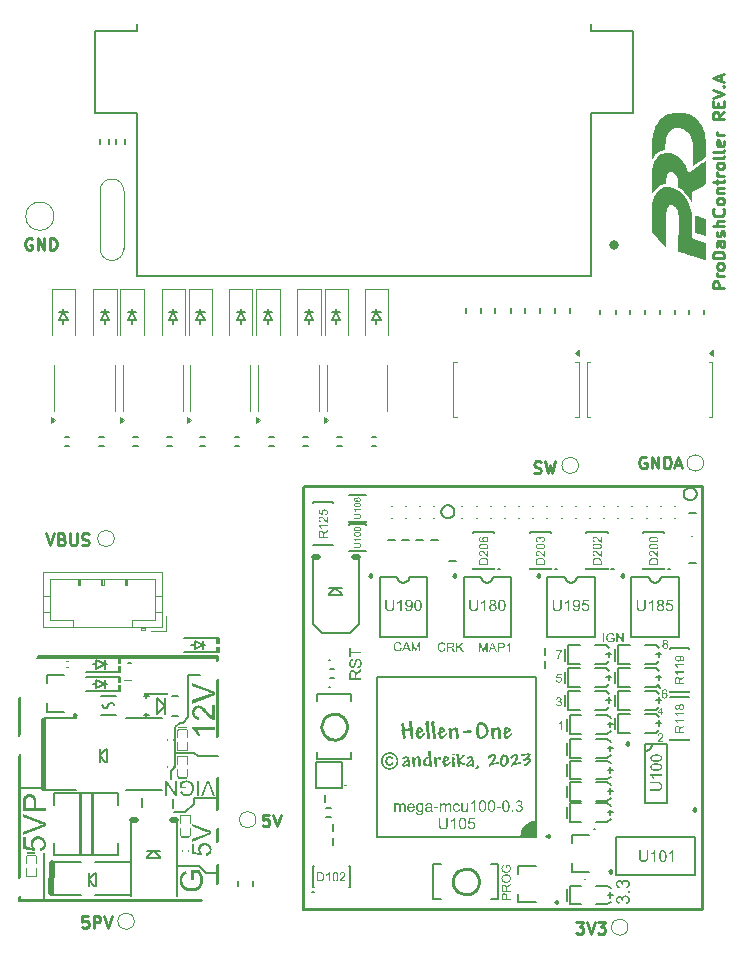
<source format=gto>
G75*
G70*
%OFA0B0*%
%FSLAX25Y25*%
%IPPOS*%
%LPD*%
%AMOC8*
5,1,8,0,0,1.08239X$1,22.5*
%
%ADD111C,0.00394*%
%ADD112C,0.00300*%
%ADD113C,0.01000*%
%ADD40C,0.00787*%
%ADD44C,0.00984*%
%ADD45C,0.00472*%
%ADD46C,0.00669*%
%ADD47C,0.00500*%
%ADD48C,0.01575*%
%ADD49C,0.00800*%
%ADD50C,0.00000*%
%ADD51C,0.00591*%
%ADD55C,0.01968*%
X0000000Y0000000D02*
%LPD*%
G01*
D44*
X0180531Y0177098D02*
X0181093Y0176911D01*
X0181093Y0176911D02*
X0182031Y0176911D01*
X0182031Y0176911D02*
X0182406Y0177098D01*
X0182406Y0177098D02*
X0182593Y0177286D01*
X0182593Y0177286D02*
X0182781Y0177661D01*
X0182781Y0177661D02*
X0182781Y0178036D01*
X0182781Y0178036D02*
X0182593Y0178410D01*
X0182593Y0178410D02*
X0182406Y0178598D01*
X0182406Y0178598D02*
X0182031Y0178785D01*
X0182031Y0178785D02*
X0181281Y0178973D01*
X0181281Y0178973D02*
X0180906Y0179160D01*
X0180906Y0179160D02*
X0180718Y0179348D01*
X0180718Y0179348D02*
X0180531Y0179723D01*
X0180531Y0179723D02*
X0180531Y0180098D01*
X0180531Y0180098D02*
X0180718Y0180473D01*
X0180718Y0180473D02*
X0180906Y0180660D01*
X0180906Y0180660D02*
X0181281Y0180848D01*
X0181281Y0180848D02*
X0182218Y0180848D01*
X0182218Y0180848D02*
X0182781Y0180660D01*
X0184093Y0180848D02*
X0185030Y0176911D01*
X0185030Y0176911D02*
X0185780Y0179723D01*
X0185780Y0179723D02*
X0186530Y0176911D01*
X0186530Y0176911D02*
X0187468Y0180848D01*
X0092042Y0063131D02*
X0090167Y0063131D01*
X0090167Y0063131D02*
X0089980Y0061256D01*
X0089980Y0061256D02*
X0090167Y0061444D01*
X0090167Y0061444D02*
X0090542Y0061631D01*
X0090542Y0061631D02*
X0091480Y0061631D01*
X0091480Y0061631D02*
X0091855Y0061444D01*
X0091855Y0061444D02*
X0092042Y0061256D01*
X0092042Y0061256D02*
X0092230Y0060881D01*
X0092230Y0060881D02*
X0092230Y0059944D01*
X0092230Y0059944D02*
X0092042Y0059569D01*
X0092042Y0059569D02*
X0091855Y0059382D01*
X0091855Y0059382D02*
X0091480Y0059194D01*
X0091480Y0059194D02*
X0090542Y0059194D01*
X0090542Y0059194D02*
X0090167Y0059382D01*
X0090167Y0059382D02*
X0089980Y0059569D01*
X0093354Y0063131D02*
X0094667Y0059194D01*
X0094667Y0059194D02*
X0095979Y0063131D01*
X0194517Y0027304D02*
X0196954Y0027304D01*
X0196954Y0027304D02*
X0195642Y0025805D01*
X0195642Y0025805D02*
X0196204Y0025805D01*
X0196204Y0025805D02*
X0196579Y0025617D01*
X0196579Y0025617D02*
X0196766Y0025430D01*
X0196766Y0025430D02*
X0196954Y0025055D01*
X0196954Y0025055D02*
X0196954Y0024117D01*
X0196954Y0024117D02*
X0196766Y0023742D01*
X0196766Y0023742D02*
X0196579Y0023555D01*
X0196579Y0023555D02*
X0196204Y0023367D01*
X0196204Y0023367D02*
X0195079Y0023367D01*
X0195079Y0023367D02*
X0194704Y0023555D01*
X0194704Y0023555D02*
X0194517Y0023742D01*
X0198079Y0027304D02*
X0199391Y0023367D01*
X0199391Y0023367D02*
X0200703Y0027304D01*
X0201641Y0027304D02*
X0204078Y0027304D01*
X0204078Y0027304D02*
X0202766Y0025805D01*
X0202766Y0025805D02*
X0203328Y0025805D01*
X0203328Y0025805D02*
X0203703Y0025617D01*
X0203703Y0025617D02*
X0203891Y0025430D01*
X0203891Y0025430D02*
X0204078Y0025055D01*
X0204078Y0025055D02*
X0204078Y0024117D01*
X0204078Y0024117D02*
X0203891Y0023742D01*
X0203891Y0023742D02*
X0203703Y0023555D01*
X0203703Y0023555D02*
X0203328Y0023367D01*
X0203328Y0023367D02*
X0202203Y0023367D01*
X0202203Y0023367D02*
X0201828Y0023555D01*
X0201828Y0023555D02*
X0201641Y0023742D01*
X0217820Y0182235D02*
X0217445Y0182422D01*
X0217445Y0182422D02*
X0216883Y0182422D01*
X0216883Y0182422D02*
X0216320Y0182235D01*
X0216320Y0182235D02*
X0215945Y0181860D01*
X0215945Y0181860D02*
X0215758Y0181485D01*
X0215758Y0181485D02*
X0215570Y0180735D01*
X0215570Y0180735D02*
X0215570Y0180173D01*
X0215570Y0180173D02*
X0215758Y0179423D01*
X0215758Y0179423D02*
X0215945Y0179048D01*
X0215945Y0179048D02*
X0216320Y0178673D01*
X0216320Y0178673D02*
X0216883Y0178485D01*
X0216883Y0178485D02*
X0217258Y0178485D01*
X0217258Y0178485D02*
X0217820Y0178673D01*
X0217820Y0178673D02*
X0218008Y0178860D01*
X0218008Y0178860D02*
X0218008Y0180173D01*
X0218008Y0180173D02*
X0217258Y0180173D01*
X0219695Y0178485D02*
X0219695Y0182422D01*
X0219695Y0182422D02*
X0221945Y0178485D01*
X0221945Y0178485D02*
X0221945Y0182422D01*
X0223819Y0178485D02*
X0223819Y0182422D01*
X0223819Y0182422D02*
X0224757Y0182422D01*
X0224757Y0182422D02*
X0225319Y0182235D01*
X0225319Y0182235D02*
X0225694Y0181860D01*
X0225694Y0181860D02*
X0225882Y0181485D01*
X0225882Y0181485D02*
X0226069Y0180735D01*
X0226069Y0180735D02*
X0226069Y0180173D01*
X0226069Y0180173D02*
X0225882Y0179423D01*
X0225882Y0179423D02*
X0225694Y0179048D01*
X0225694Y0179048D02*
X0225319Y0178673D01*
X0225319Y0178673D02*
X0224757Y0178485D01*
X0224757Y0178485D02*
X0223819Y0178485D01*
X0227569Y0179610D02*
X0229444Y0179610D01*
X0227194Y0178485D02*
X0228506Y0182422D01*
X0228506Y0182422D02*
X0229819Y0178485D01*
X0013096Y0255070D02*
X0012721Y0255257D01*
X0012721Y0255257D02*
X0012158Y0255257D01*
X0012158Y0255257D02*
X0011596Y0255070D01*
X0011596Y0255070D02*
X0011221Y0254695D01*
X0011221Y0254695D02*
X0011033Y0254320D01*
X0011033Y0254320D02*
X0010846Y0253570D01*
X0010846Y0253570D02*
X0010846Y0253007D01*
X0010846Y0253007D02*
X0011033Y0252257D01*
X0011033Y0252257D02*
X0011221Y0251883D01*
X0011221Y0251883D02*
X0011596Y0251508D01*
X0011596Y0251508D02*
X0012158Y0251320D01*
X0012158Y0251320D02*
X0012533Y0251320D01*
X0012533Y0251320D02*
X0013096Y0251508D01*
X0013096Y0251508D02*
X0013283Y0251695D01*
X0013283Y0251695D02*
X0013283Y0253007D01*
X0013283Y0253007D02*
X0012533Y0253007D01*
X0014970Y0251320D02*
X0014970Y0255257D01*
X0014970Y0255257D02*
X0017220Y0251320D01*
X0017220Y0251320D02*
X0017220Y0255257D01*
X0019095Y0251320D02*
X0019095Y0255257D01*
X0019095Y0255257D02*
X0020032Y0255257D01*
X0020032Y0255257D02*
X0020595Y0255070D01*
X0020595Y0255070D02*
X0020970Y0254695D01*
X0020970Y0254695D02*
X0021157Y0254320D01*
X0021157Y0254320D02*
X0021345Y0253570D01*
X0021345Y0253570D02*
X0021345Y0253007D01*
X0021345Y0253007D02*
X0021157Y0252257D01*
X0021157Y0252257D02*
X0020970Y0251883D01*
X0020970Y0251883D02*
X0020595Y0251508D01*
X0020595Y0251508D02*
X0020032Y0251320D01*
X0020032Y0251320D02*
X0019095Y0251320D01*
X0243955Y0238592D02*
X0240018Y0238592D01*
X0240018Y0238592D02*
X0240018Y0240092D01*
X0240018Y0240092D02*
X0240205Y0240467D01*
X0240205Y0240467D02*
X0240393Y0240655D01*
X0240393Y0240655D02*
X0240768Y0240842D01*
X0240768Y0240842D02*
X0241330Y0240842D01*
X0241330Y0240842D02*
X0241705Y0240655D01*
X0241705Y0240655D02*
X0241893Y0240467D01*
X0241893Y0240467D02*
X0242080Y0240092D01*
X0242080Y0240092D02*
X0242080Y0238592D01*
X0243955Y0242530D02*
X0241330Y0242530D01*
X0242080Y0242530D02*
X0241705Y0242717D01*
X0241705Y0242717D02*
X0241518Y0242904D01*
X0241518Y0242904D02*
X0241330Y0243279D01*
X0241330Y0243279D02*
X0241330Y0243654D01*
X0243955Y0245529D02*
X0243767Y0245154D01*
X0243767Y0245154D02*
X0243580Y0244967D01*
X0243580Y0244967D02*
X0243205Y0244779D01*
X0243205Y0244779D02*
X0242080Y0244779D01*
X0242080Y0244779D02*
X0241705Y0244967D01*
X0241705Y0244967D02*
X0241518Y0245154D01*
X0241518Y0245154D02*
X0241330Y0245529D01*
X0241330Y0245529D02*
X0241330Y0246092D01*
X0241330Y0246092D02*
X0241518Y0246467D01*
X0241518Y0246467D02*
X0241705Y0246654D01*
X0241705Y0246654D02*
X0242080Y0246841D01*
X0242080Y0246841D02*
X0243205Y0246841D01*
X0243205Y0246841D02*
X0243580Y0246654D01*
X0243580Y0246654D02*
X0243767Y0246467D01*
X0243767Y0246467D02*
X0243955Y0246092D01*
X0243955Y0246092D02*
X0243955Y0245529D01*
X0243955Y0248529D02*
X0240018Y0248529D01*
X0240018Y0248529D02*
X0240018Y0249466D01*
X0240018Y0249466D02*
X0240205Y0250029D01*
X0240205Y0250029D02*
X0240580Y0250404D01*
X0240580Y0250404D02*
X0240955Y0250591D01*
X0240955Y0250591D02*
X0241705Y0250778D01*
X0241705Y0250778D02*
X0242268Y0250778D01*
X0242268Y0250778D02*
X0243018Y0250591D01*
X0243018Y0250591D02*
X0243392Y0250404D01*
X0243392Y0250404D02*
X0243767Y0250029D01*
X0243767Y0250029D02*
X0243955Y0249466D01*
X0243955Y0249466D02*
X0243955Y0248529D01*
X0243955Y0254153D02*
X0241893Y0254153D01*
X0241893Y0254153D02*
X0241518Y0253966D01*
X0241518Y0253966D02*
X0241330Y0253591D01*
X0241330Y0253591D02*
X0241330Y0252841D01*
X0241330Y0252841D02*
X0241518Y0252466D01*
X0243767Y0254153D02*
X0243955Y0253778D01*
X0243955Y0253778D02*
X0243955Y0252841D01*
X0243955Y0252841D02*
X0243767Y0252466D01*
X0243767Y0252466D02*
X0243392Y0252278D01*
X0243392Y0252278D02*
X0243018Y0252278D01*
X0243018Y0252278D02*
X0242643Y0252466D01*
X0242643Y0252466D02*
X0242455Y0252841D01*
X0242455Y0252841D02*
X0242455Y0253778D01*
X0242455Y0253778D02*
X0242268Y0254153D01*
X0243767Y0255840D02*
X0243955Y0256215D01*
X0243955Y0256215D02*
X0243955Y0256965D01*
X0243955Y0256965D02*
X0243767Y0257340D01*
X0243767Y0257340D02*
X0243392Y0257528D01*
X0243392Y0257528D02*
X0243205Y0257528D01*
X0243205Y0257528D02*
X0242830Y0257340D01*
X0242830Y0257340D02*
X0242643Y0256965D01*
X0242643Y0256965D02*
X0242643Y0256403D01*
X0242643Y0256403D02*
X0242455Y0256028D01*
X0242455Y0256028D02*
X0242080Y0255840D01*
X0242080Y0255840D02*
X0241893Y0255840D01*
X0241893Y0255840D02*
X0241518Y0256028D01*
X0241518Y0256028D02*
X0241330Y0256403D01*
X0241330Y0256403D02*
X0241330Y0256965D01*
X0241330Y0256965D02*
X0241518Y0257340D01*
X0243955Y0259215D02*
X0240018Y0259215D01*
X0243955Y0260902D02*
X0241893Y0260902D01*
X0241893Y0260902D02*
X0241518Y0260715D01*
X0241518Y0260715D02*
X0241330Y0260340D01*
X0241330Y0260340D02*
X0241330Y0259777D01*
X0241330Y0259777D02*
X0241518Y0259402D01*
X0241518Y0259402D02*
X0241705Y0259215D01*
X0243580Y0265027D02*
X0243767Y0264839D01*
X0243767Y0264839D02*
X0243955Y0264277D01*
X0243955Y0264277D02*
X0243955Y0263902D01*
X0243955Y0263902D02*
X0243767Y0263339D01*
X0243767Y0263339D02*
X0243392Y0262964D01*
X0243392Y0262964D02*
X0243018Y0262777D01*
X0243018Y0262777D02*
X0242268Y0262589D01*
X0242268Y0262589D02*
X0241705Y0262589D01*
X0241705Y0262589D02*
X0240955Y0262777D01*
X0240955Y0262777D02*
X0240580Y0262964D01*
X0240580Y0262964D02*
X0240205Y0263339D01*
X0240205Y0263339D02*
X0240018Y0263902D01*
X0240018Y0263902D02*
X0240018Y0264277D01*
X0240018Y0264277D02*
X0240205Y0264839D01*
X0240205Y0264839D02*
X0240393Y0265027D01*
X0243955Y0267276D02*
X0243767Y0266901D01*
X0243767Y0266901D02*
X0243580Y0266714D01*
X0243580Y0266714D02*
X0243205Y0266527D01*
X0243205Y0266527D02*
X0242080Y0266527D01*
X0242080Y0266527D02*
X0241705Y0266714D01*
X0241705Y0266714D02*
X0241518Y0266901D01*
X0241518Y0266901D02*
X0241330Y0267276D01*
X0241330Y0267276D02*
X0241330Y0267839D01*
X0241330Y0267839D02*
X0241518Y0268214D01*
X0241518Y0268214D02*
X0241705Y0268401D01*
X0241705Y0268401D02*
X0242080Y0268589D01*
X0242080Y0268589D02*
X0243205Y0268589D01*
X0243205Y0268589D02*
X0243580Y0268401D01*
X0243580Y0268401D02*
X0243767Y0268214D01*
X0243767Y0268214D02*
X0243955Y0267839D01*
X0243955Y0267839D02*
X0243955Y0267276D01*
X0241330Y0270276D02*
X0243955Y0270276D01*
X0241705Y0270276D02*
X0241518Y0270464D01*
X0241518Y0270464D02*
X0241330Y0270838D01*
X0241330Y0270838D02*
X0241330Y0271401D01*
X0241330Y0271401D02*
X0241518Y0271776D01*
X0241518Y0271776D02*
X0241893Y0271963D01*
X0241893Y0271963D02*
X0243955Y0271963D01*
X0241330Y0273276D02*
X0241330Y0274775D01*
X0240018Y0273838D02*
X0243392Y0273838D01*
X0243392Y0273838D02*
X0243767Y0274026D01*
X0243767Y0274026D02*
X0243955Y0274401D01*
X0243955Y0274401D02*
X0243955Y0274775D01*
X0243955Y0276088D02*
X0241330Y0276088D01*
X0242080Y0276088D02*
X0241705Y0276275D01*
X0241705Y0276275D02*
X0241518Y0276463D01*
X0241518Y0276463D02*
X0241330Y0276838D01*
X0241330Y0276838D02*
X0241330Y0277213D01*
X0243955Y0279087D02*
X0243767Y0278712D01*
X0243767Y0278712D02*
X0243580Y0278525D01*
X0243580Y0278525D02*
X0243205Y0278338D01*
X0243205Y0278338D02*
X0242080Y0278338D01*
X0242080Y0278338D02*
X0241705Y0278525D01*
X0241705Y0278525D02*
X0241518Y0278712D01*
X0241518Y0278712D02*
X0241330Y0279087D01*
X0241330Y0279087D02*
X0241330Y0279650D01*
X0241330Y0279650D02*
X0241518Y0280025D01*
X0241518Y0280025D02*
X0241705Y0280212D01*
X0241705Y0280212D02*
X0242080Y0280400D01*
X0242080Y0280400D02*
X0243205Y0280400D01*
X0243205Y0280400D02*
X0243580Y0280212D01*
X0243580Y0280212D02*
X0243767Y0280025D01*
X0243767Y0280025D02*
X0243955Y0279650D01*
X0243955Y0279650D02*
X0243955Y0279087D01*
X0243955Y0282649D02*
X0243767Y0282275D01*
X0243767Y0282275D02*
X0243392Y0282087D01*
X0243392Y0282087D02*
X0240018Y0282087D01*
X0243955Y0284712D02*
X0243767Y0284337D01*
X0243767Y0284337D02*
X0243392Y0284149D01*
X0243392Y0284149D02*
X0240018Y0284149D01*
X0243767Y0287711D02*
X0243955Y0287336D01*
X0243955Y0287336D02*
X0243955Y0286587D01*
X0243955Y0286587D02*
X0243767Y0286212D01*
X0243767Y0286212D02*
X0243392Y0286024D01*
X0243392Y0286024D02*
X0241893Y0286024D01*
X0241893Y0286024D02*
X0241518Y0286212D01*
X0241518Y0286212D02*
X0241330Y0286587D01*
X0241330Y0286587D02*
X0241330Y0287336D01*
X0241330Y0287336D02*
X0241518Y0287711D01*
X0241518Y0287711D02*
X0241893Y0287899D01*
X0241893Y0287899D02*
X0242268Y0287899D01*
X0242268Y0287899D02*
X0242643Y0286024D01*
X0243955Y0289586D02*
X0241330Y0289586D01*
X0242080Y0289586D02*
X0241705Y0289774D01*
X0241705Y0289774D02*
X0241518Y0289961D01*
X0241518Y0289961D02*
X0241330Y0290336D01*
X0241330Y0290336D02*
X0241330Y0290711D01*
X0243955Y0297273D02*
X0242080Y0295960D01*
X0243955Y0295023D02*
X0240018Y0295023D01*
X0240018Y0295023D02*
X0240018Y0296523D01*
X0240018Y0296523D02*
X0240205Y0296898D01*
X0240205Y0296898D02*
X0240393Y0297085D01*
X0240393Y0297085D02*
X0240768Y0297273D01*
X0240768Y0297273D02*
X0241330Y0297273D01*
X0241330Y0297273D02*
X0241705Y0297085D01*
X0241705Y0297085D02*
X0241893Y0296898D01*
X0241893Y0296898D02*
X0242080Y0296523D01*
X0242080Y0296523D02*
X0242080Y0295023D01*
X0241893Y0298960D02*
X0241893Y0300272D01*
X0243955Y0300835D02*
X0243955Y0298960D01*
X0243955Y0298960D02*
X0240018Y0298960D01*
X0240018Y0298960D02*
X0240018Y0300835D01*
X0240018Y0301960D02*
X0243955Y0303272D01*
X0243955Y0303272D02*
X0240018Y0304584D01*
X0243580Y0305897D02*
X0243767Y0306084D01*
X0243767Y0306084D02*
X0243955Y0305897D01*
X0243955Y0305897D02*
X0243767Y0305709D01*
X0243767Y0305709D02*
X0243580Y0305897D01*
X0243580Y0305897D02*
X0243955Y0305897D01*
X0242830Y0307584D02*
X0242830Y0309459D01*
X0243955Y0307209D02*
X0240018Y0308521D01*
X0240018Y0308521D02*
X0243955Y0309834D01*
X0017951Y0156832D02*
X0019264Y0152895D01*
X0019264Y0152895D02*
X0020576Y0156832D01*
X0023201Y0154957D02*
X0023763Y0154770D01*
X0023763Y0154770D02*
X0023951Y0154582D01*
X0023951Y0154582D02*
X0024138Y0154207D01*
X0024138Y0154207D02*
X0024138Y0153645D01*
X0024138Y0153645D02*
X0023951Y0153270D01*
X0023951Y0153270D02*
X0023763Y0153082D01*
X0023763Y0153082D02*
X0023388Y0152895D01*
X0023388Y0152895D02*
X0021888Y0152895D01*
X0021888Y0152895D02*
X0021888Y0156832D01*
X0021888Y0156832D02*
X0023201Y0156832D01*
X0023201Y0156832D02*
X0023576Y0156644D01*
X0023576Y0156644D02*
X0023763Y0156457D01*
X0023763Y0156457D02*
X0023951Y0156082D01*
X0023951Y0156082D02*
X0023951Y0155707D01*
X0023951Y0155707D02*
X0023763Y0155332D01*
X0023763Y0155332D02*
X0023576Y0155145D01*
X0023576Y0155145D02*
X0023201Y0154957D01*
X0023201Y0154957D02*
X0021888Y0154957D01*
X0025825Y0156832D02*
X0025825Y0153645D01*
X0025825Y0153645D02*
X0026013Y0153270D01*
X0026013Y0153270D02*
X0026200Y0153082D01*
X0026200Y0153082D02*
X0026575Y0152895D01*
X0026575Y0152895D02*
X0027325Y0152895D01*
X0027325Y0152895D02*
X0027700Y0153082D01*
X0027700Y0153082D02*
X0027888Y0153270D01*
X0027888Y0153270D02*
X0028075Y0153645D01*
X0028075Y0153645D02*
X0028075Y0156832D01*
X0029762Y0153082D02*
X0030325Y0152895D01*
X0030325Y0152895D02*
X0031262Y0152895D01*
X0031262Y0152895D02*
X0031637Y0153082D01*
X0031637Y0153082D02*
X0031825Y0153270D01*
X0031825Y0153270D02*
X0032012Y0153645D01*
X0032012Y0153645D02*
X0032012Y0154020D01*
X0032012Y0154020D02*
X0031825Y0154395D01*
X0031825Y0154395D02*
X0031637Y0154582D01*
X0031637Y0154582D02*
X0031262Y0154770D01*
X0031262Y0154770D02*
X0030512Y0154957D01*
X0030512Y0154957D02*
X0030137Y0155145D01*
X0030137Y0155145D02*
X0029950Y0155332D01*
X0029950Y0155332D02*
X0029762Y0155707D01*
X0029762Y0155707D02*
X0029762Y0156082D01*
X0029762Y0156082D02*
X0029950Y0156457D01*
X0029950Y0156457D02*
X0030137Y0156644D01*
X0030137Y0156644D02*
X0030512Y0156832D01*
X0030512Y0156832D02*
X0031450Y0156832D01*
X0031450Y0156832D02*
X0032012Y0156644D01*
X0031806Y0029273D02*
X0029931Y0029273D01*
X0029931Y0029273D02*
X0029744Y0027398D01*
X0029744Y0027398D02*
X0029931Y0027586D01*
X0029931Y0027586D02*
X0030306Y0027773D01*
X0030306Y0027773D02*
X0031243Y0027773D01*
X0031243Y0027773D02*
X0031618Y0027586D01*
X0031618Y0027586D02*
X0031806Y0027398D01*
X0031806Y0027398D02*
X0031993Y0027023D01*
X0031993Y0027023D02*
X0031993Y0026086D01*
X0031993Y0026086D02*
X0031806Y0025711D01*
X0031806Y0025711D02*
X0031618Y0025523D01*
X0031618Y0025523D02*
X0031243Y0025336D01*
X0031243Y0025336D02*
X0030306Y0025336D01*
X0030306Y0025336D02*
X0029931Y0025523D01*
X0029931Y0025523D02*
X0029744Y0025711D01*
X0033681Y0025336D02*
X0033681Y0029273D01*
X0033681Y0029273D02*
X0035180Y0029273D01*
X0035180Y0029273D02*
X0035555Y0029085D01*
X0035555Y0029085D02*
X0035743Y0028898D01*
X0035743Y0028898D02*
X0035930Y0028523D01*
X0035930Y0028523D02*
X0035930Y0027961D01*
X0035930Y0027961D02*
X0035743Y0027586D01*
X0035743Y0027586D02*
X0035555Y0027398D01*
X0035555Y0027398D02*
X0035180Y0027211D01*
X0035180Y0027211D02*
X0033681Y0027211D01*
X0037055Y0029273D02*
X0038368Y0025336D01*
X0038368Y0025336D02*
X0039680Y0029273D01*
D45*
X0110630Y0238189D02*
X0110630Y0222834D01*
D46*
X0113189Y0230708D02*
X0115945Y0230708D01*
X0113189Y0227952D02*
X0115945Y0227952D01*
X0114567Y0231496D02*
X0114567Y0230708D01*
X0114567Y0230708D02*
X0113189Y0227952D01*
X0114567Y0230708D02*
X0115945Y0227952D01*
X0114567Y0227952D02*
X0114567Y0226771D01*
D45*
X0118504Y0238189D02*
X0110630Y0238189D01*
X0118504Y0238189D02*
X0118504Y0222834D01*
X0111437Y0205216D02*
X0111437Y0212893D01*
X0111437Y0205216D02*
X0111437Y0197539D01*
X0131594Y0205216D02*
X0131594Y0212893D01*
X0131594Y0205216D02*
X0131594Y0197539D01*
X0111811Y0194586D02*
X0110512Y0193641D01*
X0110512Y0195531D01*
X0111811Y0194586D01*
G36*
X0111811Y0194586D02*
G01*
X0110512Y0193641D01*
X0110512Y0195531D01*
X0111811Y0194586D01*
G37*
X0016693Y0144134D02*
X0016693Y0125551D01*
X0016693Y0135826D02*
X0019094Y0135826D01*
X0016693Y0130708D02*
X0019094Y0130708D01*
X0016693Y0125551D02*
X0056535Y0125551D01*
X0019094Y0141732D02*
X0019094Y0127952D01*
X0019094Y0127952D02*
X0026771Y0127952D01*
X0026771Y0127952D02*
X0026771Y0125551D01*
X0028346Y0139763D02*
X0028346Y0141732D01*
X0028740Y0141732D02*
X0028740Y0139763D01*
X0029134Y0141732D02*
X0029134Y0139763D01*
X0029134Y0139763D02*
X0028346Y0139763D01*
X0036220Y0139763D02*
X0036220Y0141732D01*
X0036614Y0141732D02*
X0036614Y0139763D01*
X0037008Y0141732D02*
X0037008Y0139763D01*
X0037008Y0139763D02*
X0036220Y0139763D01*
X0044094Y0139763D02*
X0044094Y0141732D01*
X0044488Y0141732D02*
X0044488Y0139763D01*
X0044882Y0141732D02*
X0044882Y0139763D01*
X0044882Y0139763D02*
X0044094Y0139763D01*
X0046456Y0127952D02*
X0054134Y0127952D01*
X0046456Y0125551D02*
X0046456Y0127952D01*
X0049606Y0125551D02*
X0049606Y0124763D01*
X0049606Y0125157D02*
X0050787Y0125157D01*
X0049606Y0124763D02*
X0050787Y0124763D01*
X0050787Y0124763D02*
X0050787Y0125551D01*
X0052795Y0124370D02*
X0057716Y0124370D01*
X0054134Y0141732D02*
X0019094Y0141732D01*
X0054134Y0127952D02*
X0054134Y0141732D01*
X0056535Y0144134D02*
X0016693Y0144134D01*
X0056535Y0135826D02*
X0054134Y0135826D01*
X0056535Y0130708D02*
X0054134Y0130708D01*
X0056535Y0125551D02*
X0056535Y0144134D01*
X0057716Y0124370D02*
X0057716Y0129291D01*
X0047244Y0027559D02*
G75*
G02*
X0041732Y0027559I-002756J0000000D01*
G01*
X0041732Y0027559D02*
G75*
G02*
X0047244Y0027559I0002756J0000000D01*
G01*
D40*
X0202598Y0229842D02*
X0202598Y0231417D01*
X0207728Y0229825D02*
X0207728Y0231400D01*
D45*
X0033464Y0238189D02*
X0033464Y0222834D01*
D46*
X0036023Y0230708D02*
X0038779Y0230708D01*
X0036023Y0227952D02*
X0038779Y0227952D01*
X0037401Y0231496D02*
X0037401Y0230708D01*
X0037401Y0230708D02*
X0036023Y0227952D01*
X0037401Y0230708D02*
X0038779Y0227952D01*
X0037401Y0227952D02*
X0037401Y0226771D01*
D45*
X0041338Y0238189D02*
X0033464Y0238189D01*
X0041338Y0238189D02*
X0041338Y0222834D01*
D47*
X0034252Y0324409D02*
X0034252Y0296850D01*
X0034252Y0296850D02*
X0048031Y0296850D01*
X0048031Y0326771D02*
X0048031Y0324409D01*
X0048031Y0324409D02*
X0034252Y0324409D01*
X0048031Y0296850D02*
X0048031Y0242716D01*
X0048031Y0242716D02*
X0199606Y0242716D01*
X0199606Y0324409D02*
X0199606Y0326771D01*
X0199606Y0386417D02*
X0199616Y0296850D02*
X0213386Y0296850D01*
X0199616Y0242726D02*
X0199616Y0296850D01*
X0213386Y0324409D02*
X0199606Y0324409D01*
X0213386Y0296850D02*
X0213386Y0324409D01*
D48*
X0207891Y0252960D02*
G75*
G02*
X0206317Y0252960I-000787J0000000D01*
G01*
X0206317Y0252960D02*
G75*
G02*
X0207891Y0252960I0000787J0000000D01*
G01*
D49*
X0046846Y0186138D02*
X0048421Y0186138D01*
X0046850Y0189074D02*
X0048425Y0189074D01*
D40*
X0167590Y0230285D02*
X0167590Y0231860D01*
X0172720Y0230268D02*
X0172720Y0231843D01*
D45*
X0195275Y0179527D02*
G75*
G02*
X0189763Y0179527I-002756J0000000D01*
G01*
X0189763Y0179527D02*
G75*
G02*
X0195275Y0179527I0002756J0000000D01*
G01*
X0020472Y0262598D02*
G75*
G02*
X0011023Y0262598I-004724J0000000D01*
G01*
X0011023Y0262598D02*
G75*
G02*
X0020472Y0262598I0004724J0000000D01*
G01*
D49*
X0035941Y0288193D02*
X0035941Y0286618D01*
X0038878Y0288189D02*
X0038878Y0286614D01*
D45*
X0088602Y0205216D02*
X0088602Y0212893D01*
X0088602Y0205216D02*
X0088602Y0197539D01*
X0108760Y0205216D02*
X0108760Y0212893D01*
X0108760Y0205216D02*
X0108760Y0197539D01*
X0088976Y0194586D02*
X0087677Y0193641D01*
X0087677Y0195531D01*
X0088976Y0194586D01*
G36*
X0088976Y0194586D02*
G01*
X0087677Y0193641D01*
X0087677Y0195531D01*
X0088976Y0194586D01*
G37*
D49*
X0041043Y0286614D02*
X0041043Y0288189D01*
X0043979Y0286610D02*
X0043979Y0288185D01*
D45*
X0020492Y0205216D02*
X0020492Y0212893D01*
X0020492Y0205216D02*
X0020492Y0197539D01*
X0040649Y0205216D02*
X0040649Y0212893D01*
X0040649Y0205216D02*
X0040649Y0197539D01*
X0020866Y0194586D02*
X0019567Y0193641D01*
X0019567Y0195531D01*
X0020866Y0194586D01*
G36*
X0020866Y0194586D02*
G01*
X0019567Y0193641D01*
X0019567Y0195531D01*
X0020866Y0194586D01*
G37*
X0042519Y0238189D02*
X0042519Y0222834D01*
D46*
X0045078Y0230708D02*
X0047834Y0230708D01*
X0045078Y0227952D02*
X0047834Y0227952D01*
X0046456Y0231496D02*
X0046456Y0230708D01*
X0046456Y0230708D02*
X0045078Y0227952D01*
X0046456Y0230708D02*
X0047834Y0227952D01*
X0046456Y0227952D02*
X0046456Y0226771D01*
D45*
X0050393Y0238189D02*
X0042519Y0238189D01*
X0050393Y0238189D02*
X0050393Y0222834D01*
D49*
X0069287Y0186138D02*
X0070862Y0186138D01*
X0069291Y0189074D02*
X0070866Y0189074D01*
D45*
X0101575Y0238189D02*
X0101575Y0222834D01*
D46*
X0104134Y0230708D02*
X0106889Y0230708D01*
X0104134Y0227952D02*
X0106889Y0227952D01*
X0105512Y0231496D02*
X0105512Y0230708D01*
X0105512Y0230708D02*
X0104134Y0227952D01*
X0105512Y0230708D02*
X0106889Y0227952D01*
X0105512Y0227952D02*
X0105512Y0226771D01*
D45*
X0109449Y0238189D02*
X0101575Y0238189D01*
X0109449Y0238189D02*
X0109449Y0222834D01*
D40*
X0008760Y0089468D02*
X0008760Y0102067D01*
X0008760Y0041830D02*
X0008760Y0082775D01*
X0008760Y0034350D02*
X0008760Y0035531D01*
X0008760Y0034350D02*
X0069389Y0034350D01*
X0014665Y0115452D02*
X0074901Y0115452D01*
X0074901Y0089075D02*
X0074901Y0107972D01*
X0074901Y0064665D02*
X0074901Y0075295D01*
X0074901Y0054035D02*
X0074901Y0058366D01*
X0074901Y0040059D02*
X0074901Y0046161D01*
X0074901Y0114271D02*
X0074901Y0115452D01*
D49*
X0024011Y0186138D02*
X0025586Y0186138D01*
X0024015Y0189074D02*
X0025590Y0189074D01*
D45*
X0087795Y0061417D02*
G75*
G02*
X0082283Y0061417I-002756J0000000D01*
G01*
X0082283Y0061417D02*
G75*
G02*
X0087795Y0061417I0002756J0000000D01*
G01*
X0211811Y0025590D02*
G75*
G02*
X0206299Y0025590I-002756J0000000D01*
G01*
X0206299Y0025590D02*
G75*
G02*
X0211811Y0025590I0002756J0000000D01*
G01*
D40*
X0177444Y0230285D02*
X0177444Y0231860D01*
X0182574Y0230268D02*
X0182574Y0231843D01*
X0212452Y0229842D02*
X0212452Y0231417D01*
X0217582Y0229825D02*
X0217582Y0231400D01*
D50*
G36*
X0234117Y0262841D02*
G01*
X0234243Y0262808D01*
X0234440Y0262755D01*
X0234699Y0262683D01*
X0235009Y0262597D01*
X0235362Y0262498D01*
X0235748Y0262389D01*
X0235927Y0262339D01*
X0237770Y0261816D01*
X0237782Y0258914D01*
X0237794Y0256012D01*
X0237689Y0256039D01*
X0237621Y0256058D01*
X0237474Y0256099D01*
X0237259Y0256160D01*
X0236986Y0256237D01*
X0236666Y0256329D01*
X0236309Y0256430D01*
X0235927Y0256540D01*
X0235903Y0256547D01*
X0234223Y0257027D01*
X0234212Y0257699D01*
X0234208Y0257886D01*
X0234202Y0258153D01*
X0234193Y0258488D01*
X0234182Y0258877D01*
X0234170Y0259307D01*
X0234156Y0259765D01*
X0234142Y0260239D01*
X0234130Y0260606D01*
X0234116Y0261053D01*
X0234103Y0261471D01*
X0234093Y0261850D01*
X0234083Y0262182D01*
X0234077Y0262457D01*
X0234072Y0262666D01*
X0234070Y0262801D01*
X0234071Y0262851D01*
X0234071Y0262852D01*
X0234117Y0262841D01*
G37*
G36*
X0229171Y0296993D02*
G01*
X0229606Y0296978D01*
X0230008Y0296955D01*
X0230358Y0296925D01*
X0230394Y0296921D01*
X0230959Y0296849D01*
X0231455Y0296766D01*
X0231897Y0296664D01*
X0232303Y0296537D01*
X0232690Y0296378D01*
X0233075Y0296180D01*
X0233474Y0295936D01*
X0233904Y0295639D01*
X0234383Y0295282D01*
X0234387Y0295279D01*
X0235017Y0294740D01*
X0235578Y0294140D01*
X0236071Y0293479D01*
X0236496Y0292755D01*
X0236853Y0291968D01*
X0237144Y0291117D01*
X0237368Y0290200D01*
X0237372Y0290181D01*
X0237434Y0289866D01*
X0237486Y0289580D01*
X0237530Y0289311D01*
X0237567Y0289049D01*
X0237597Y0288782D01*
X0237620Y0288500D01*
X0237638Y0288191D01*
X0237652Y0287844D01*
X0237662Y0287449D01*
X0237668Y0286995D01*
X0237673Y0286470D01*
X0237676Y0285864D01*
X0237676Y0285811D01*
X0237677Y0285320D01*
X0237677Y0284839D01*
X0237676Y0284379D01*
X0237674Y0283952D01*
X0237672Y0283569D01*
X0237668Y0283243D01*
X0237663Y0282986D01*
X0237658Y0282808D01*
X0237657Y0282789D01*
X0237630Y0282194D01*
X0236440Y0281373D01*
X0236086Y0281129D01*
X0235705Y0280868D01*
X0235317Y0280603D01*
X0234944Y0280349D01*
X0234608Y0280121D01*
X0234352Y0279949D01*
X0233453Y0279346D01*
X0233453Y0279736D01*
X0233455Y0279872D01*
X0233461Y0280089D01*
X0233470Y0280372D01*
X0233481Y0280708D01*
X0233495Y0281085D01*
X0233511Y0281489D01*
X0233528Y0281907D01*
X0233528Y0281919D01*
X0233562Y0282894D01*
X0233576Y0283785D01*
X0233571Y0284598D01*
X0233546Y0285340D01*
X0233500Y0286017D01*
X0233433Y0286637D01*
X0233343Y0287206D01*
X0233229Y0287731D01*
X0233092Y0288219D01*
X0232930Y0288676D01*
X0232751Y0289092D01*
X0232418Y0289701D01*
X0232017Y0290248D01*
X0231554Y0290729D01*
X0231031Y0291140D01*
X0230453Y0291478D01*
X0230401Y0291503D01*
X0229919Y0291713D01*
X0229473Y0291860D01*
X0229037Y0291951D01*
X0228583Y0291991D01*
X0228392Y0291994D01*
X0227764Y0291955D01*
X0227187Y0291839D01*
X0226661Y0291645D01*
X0226188Y0291376D01*
X0225770Y0291031D01*
X0225407Y0290612D01*
X0225100Y0290118D01*
X0225082Y0290083D01*
X0224896Y0289680D01*
X0224736Y0289241D01*
X0224600Y0288758D01*
X0224487Y0288222D01*
X0224395Y0287626D01*
X0224322Y0286961D01*
X0224267Y0286220D01*
X0224233Y0285502D01*
X0224200Y0284634D01*
X0223798Y0284575D01*
X0223190Y0284460D01*
X0222626Y0284300D01*
X0222119Y0284100D01*
X0221681Y0283865D01*
X0221378Y0283647D01*
X0221147Y0283431D01*
X0220916Y0283165D01*
X0220677Y0282839D01*
X0220423Y0282443D01*
X0220248Y0282147D01*
X0220125Y0281937D01*
X0220018Y0281754D01*
X0219934Y0281616D01*
X0219885Y0281538D01*
X0219876Y0281527D01*
X0219864Y0281559D01*
X0219850Y0281673D01*
X0219837Y0281858D01*
X0219825Y0282105D01*
X0219813Y0282401D01*
X0219803Y0282736D01*
X0219794Y0283099D01*
X0219787Y0283479D01*
X0219783Y0283866D01*
X0219781Y0284248D01*
X0219781Y0284317D01*
X0219799Y0285586D01*
X0219854Y0286771D01*
X0219944Y0287877D01*
X0220072Y0288906D01*
X0220236Y0289862D01*
X0220439Y0290748D01*
X0220680Y0291568D01*
X0220960Y0292324D01*
X0221255Y0292971D01*
X0221659Y0293689D01*
X0222114Y0294333D01*
X0222623Y0294905D01*
X0223188Y0295407D01*
X0223811Y0295839D01*
X0224495Y0296203D01*
X0225242Y0296501D01*
X0226053Y0296734D01*
X0226932Y0296904D01*
X0227247Y0296948D01*
X0227529Y0296974D01*
X0227884Y0296991D01*
X0228289Y0297000D01*
X0228725Y0297001D01*
X0229171Y0296993D01*
G37*
G36*
X0225450Y0283652D02*
G01*
X0226095Y0283543D01*
X0226753Y0283349D01*
X0227431Y0283068D01*
X0227597Y0282988D01*
X0228303Y0282592D01*
X0228947Y0282131D01*
X0229545Y0281595D01*
X0229674Y0281463D01*
X0229993Y0281112D01*
X0230276Y0280761D01*
X0230531Y0280395D01*
X0230766Y0280001D01*
X0230988Y0279566D01*
X0231204Y0279075D01*
X0231422Y0278516D01*
X0231585Y0278064D01*
X0231676Y0277809D01*
X0231764Y0277572D01*
X0231841Y0277372D01*
X0231900Y0277231D01*
X0231920Y0277188D01*
X0232009Y0277013D01*
X0232276Y0277182D01*
X0232358Y0277236D01*
X0232460Y0277306D01*
X0232590Y0277399D01*
X0232751Y0277516D01*
X0232951Y0277664D01*
X0233194Y0277846D01*
X0233485Y0278065D01*
X0233832Y0278327D01*
X0234238Y0278635D01*
X0234710Y0278994D01*
X0234993Y0279210D01*
X0235460Y0279560D01*
X0235908Y0279884D01*
X0236327Y0280177D01*
X0236712Y0280434D01*
X0237054Y0280650D01*
X0237346Y0280821D01*
X0237581Y0280942D01*
X0237735Y0281002D01*
X0237840Y0281034D01*
X0237829Y0279292D01*
X0237826Y0278843D01*
X0237822Y0278324D01*
X0237817Y0277757D01*
X0237812Y0277166D01*
X0237806Y0276572D01*
X0237800Y0276000D01*
X0237794Y0275471D01*
X0237794Y0275431D01*
X0237770Y0273312D01*
X0236673Y0272641D01*
X0236354Y0272448D01*
X0236033Y0272257D01*
X0235725Y0272077D01*
X0235450Y0271919D01*
X0235222Y0271793D01*
X0235087Y0271721D01*
X0234844Y0271594D01*
X0234586Y0271455D01*
X0234351Y0271324D01*
X0234231Y0271254D01*
X0234013Y0271129D01*
X0233757Y0270990D01*
X0233511Y0270860D01*
X0233450Y0270829D01*
X0233033Y0270620D01*
X0233033Y0269951D01*
X0233032Y0269692D01*
X0233028Y0269368D01*
X0233021Y0269004D01*
X0233013Y0268629D01*
X0233004Y0268269D01*
X0233003Y0268237D01*
X0232974Y0267191D01*
X0232686Y0267751D01*
X0232278Y0268494D01*
X0231855Y0269163D01*
X0231401Y0269780D01*
X0230904Y0270362D01*
X0230562Y0270720D01*
X0230047Y0271209D01*
X0229550Y0271619D01*
X0229059Y0271961D01*
X0228902Y0272057D01*
X0228613Y0272228D01*
X0228586Y0273186D01*
X0228549Y0273924D01*
X0228478Y0274578D01*
X0228373Y0275154D01*
X0228232Y0275657D01*
X0228055Y0276090D01*
X0227839Y0276460D01*
X0227583Y0276770D01*
X0227568Y0276785D01*
X0227264Y0277038D01*
X0226921Y0277221D01*
X0226522Y0277344D01*
X0226389Y0277370D01*
X0225994Y0277406D01*
X0225652Y0277366D01*
X0225364Y0277252D01*
X0225132Y0277062D01*
X0225077Y0276996D01*
X0224929Y0276766D01*
X0224807Y0276495D01*
X0224709Y0276172D01*
X0224632Y0275787D01*
X0224574Y0275330D01*
X0224538Y0274905D01*
X0224503Y0274397D01*
X0224471Y0273983D01*
X0224444Y0273661D01*
X0224421Y0273432D01*
X0224402Y0273297D01*
X0224389Y0273255D01*
X0224336Y0273238D01*
X0224212Y0273213D01*
X0224037Y0273183D01*
X0223918Y0273164D01*
X0223278Y0273043D01*
X0222714Y0272880D01*
X0222218Y0272672D01*
X0221780Y0272414D01*
X0221391Y0272102D01*
X0221095Y0271792D01*
X0220977Y0271650D01*
X0220820Y0271451D01*
X0220640Y0271218D01*
X0220452Y0270969D01*
X0220324Y0270796D01*
X0220163Y0270577D01*
X0220023Y0270388D01*
X0219911Y0270238D01*
X0219838Y0270141D01*
X0219811Y0270107D01*
X0219810Y0270153D01*
X0219809Y0270285D01*
X0219808Y0270496D01*
X0219807Y0270781D01*
X0219807Y0271131D01*
X0219807Y0271540D01*
X0219807Y0272001D01*
X0219807Y0272508D01*
X0219807Y0273053D01*
X0219808Y0273629D01*
X0219808Y0273969D01*
X0219809Y0274701D01*
X0219811Y0275346D01*
X0219813Y0275913D01*
X0219816Y0276408D01*
X0219821Y0276838D01*
X0219828Y0277210D01*
X0219837Y0277533D01*
X0219848Y0277811D01*
X0219863Y0278054D01*
X0219882Y0278268D01*
X0219904Y0278460D01*
X0219930Y0278637D01*
X0219961Y0278807D01*
X0219997Y0278977D01*
X0220039Y0279154D01*
X0220086Y0279344D01*
X0220103Y0279411D01*
X0220331Y0280166D01*
X0220616Y0280853D01*
X0220956Y0281470D01*
X0221348Y0282015D01*
X0221792Y0282487D01*
X0222285Y0282883D01*
X0222825Y0283201D01*
X0223411Y0283440D01*
X0224041Y0283598D01*
X0224167Y0283619D01*
X0224809Y0283677D01*
X0225450Y0283652D01*
G37*
G36*
X0225411Y0272305D02*
G01*
X0225788Y0272270D01*
X0226154Y0272204D01*
X0226544Y0272102D01*
X0226757Y0272038D01*
X0227500Y0271770D01*
X0228171Y0271458D01*
X0228786Y0271094D01*
X0229359Y0270669D01*
X0229794Y0270282D01*
X0230378Y0269668D01*
X0230906Y0268993D01*
X0231380Y0268256D01*
X0231800Y0267453D01*
X0232168Y0266581D01*
X0232484Y0265639D01*
X0232751Y0264625D01*
X0232968Y0263534D01*
X0233134Y0262384D01*
X0233148Y0262222D01*
X0233160Y0261974D01*
X0233170Y0261637D01*
X0233180Y0261212D01*
X0233187Y0260697D01*
X0233194Y0260091D01*
X0233199Y0259394D01*
X0233202Y0258629D01*
X0233213Y0255340D01*
X0235503Y0254481D01*
X0237793Y0253622D01*
X0237793Y0251773D01*
X0237794Y0251313D01*
X0237797Y0250837D01*
X0237800Y0250364D01*
X0237805Y0249911D01*
X0237811Y0249498D01*
X0237818Y0249144D01*
X0237824Y0248903D01*
X0237834Y0248570D01*
X0237840Y0248319D01*
X0237842Y0248139D01*
X0237838Y0248019D01*
X0237829Y0247947D01*
X0237814Y0247913D01*
X0237791Y0247905D01*
X0237766Y0247911D01*
X0237704Y0247930D01*
X0237562Y0247974D01*
X0237350Y0248040D01*
X0237077Y0248124D01*
X0236754Y0248223D01*
X0236389Y0248336D01*
X0235993Y0248458D01*
X0235717Y0248543D01*
X0235203Y0248702D01*
X0234629Y0248881D01*
X0234021Y0249072D01*
X0233404Y0249266D01*
X0232804Y0249457D01*
X0232247Y0249634D01*
X0231843Y0249764D01*
X0231408Y0249904D01*
X0230974Y0250044D01*
X0230556Y0250178D01*
X0230166Y0250303D01*
X0229820Y0250415D01*
X0229530Y0250508D01*
X0229311Y0250578D01*
X0229257Y0250595D01*
X0228585Y0250809D01*
X0228627Y0255663D01*
X0228636Y0256634D01*
X0228643Y0257516D01*
X0228650Y0258314D01*
X0228655Y0259033D01*
X0228659Y0259677D01*
X0228662Y0260251D01*
X0228664Y0260761D01*
X0228665Y0261209D01*
X0228665Y0261602D01*
X0228663Y0261944D01*
X0228660Y0262239D01*
X0228656Y0262493D01*
X0228651Y0262709D01*
X0228644Y0262894D01*
X0228636Y0263050D01*
X0228626Y0263184D01*
X0228615Y0263299D01*
X0228603Y0263400D01*
X0228589Y0263493D01*
X0228579Y0263551D01*
X0228465Y0264085D01*
X0228324Y0264540D01*
X0228151Y0264930D01*
X0227941Y0265266D01*
X0227687Y0265561D01*
X0227683Y0265565D01*
X0227396Y0265809D01*
X0227075Y0266006D01*
X0226736Y0266153D01*
X0226395Y0266244D01*
X0226068Y0266274D01*
X0225771Y0266240D01*
X0225574Y0266168D01*
X0225323Y0265987D01*
X0225102Y0265720D01*
X0224912Y0265371D01*
X0224755Y0264944D01*
X0224632Y0264441D01*
X0224546Y0263867D01*
X0224540Y0263813D01*
X0224531Y0263687D01*
X0224522Y0263497D01*
X0224514Y0263242D01*
X0224507Y0262919D01*
X0224501Y0262524D01*
X0224495Y0262054D01*
X0224490Y0261508D01*
X0224486Y0260881D01*
X0224483Y0260173D01*
X0224480Y0259378D01*
X0224478Y0258495D01*
X0224477Y0257735D01*
X0224476Y0257023D01*
X0224475Y0256339D01*
X0224474Y0255686D01*
X0224473Y0255072D01*
X0224471Y0254501D01*
X0224470Y0253979D01*
X0224469Y0253513D01*
X0224467Y0253107D01*
X0224466Y0252768D01*
X0224464Y0252501D01*
X0224463Y0252313D01*
X0224462Y0252208D01*
X0224461Y0252187D01*
X0224424Y0252221D01*
X0224331Y0252319D01*
X0224188Y0252473D01*
X0224001Y0252677D01*
X0223776Y0252925D01*
X0223519Y0253209D01*
X0223235Y0253525D01*
X0222931Y0253863D01*
X0222613Y0254219D01*
X0222286Y0254585D01*
X0221956Y0254955D01*
X0221630Y0255322D01*
X0221312Y0255680D01*
X0221010Y0256022D01*
X0220729Y0256341D01*
X0220474Y0256631D01*
X0220252Y0256884D01*
X0220069Y0257096D01*
X0219930Y0257258D01*
X0219842Y0257364D01*
X0219810Y0257407D01*
X0219804Y0257471D01*
X0219799Y0257622D01*
X0219793Y0257852D01*
X0219788Y0258155D01*
X0219783Y0258524D01*
X0219778Y0258953D01*
X0219774Y0259435D01*
X0219771Y0259962D01*
X0219768Y0260528D01*
X0219765Y0261127D01*
X0219764Y0261751D01*
X0219764Y0261801D01*
X0219762Y0262562D01*
X0219762Y0263238D01*
X0219761Y0263833D01*
X0219763Y0264355D01*
X0219765Y0264812D01*
X0219770Y0265209D01*
X0219776Y0265554D01*
X0219786Y0265852D01*
X0219798Y0266112D01*
X0219814Y0266340D01*
X0219833Y0266543D01*
X0219856Y0266727D01*
X0219884Y0266900D01*
X0219917Y0267067D01*
X0219955Y0267237D01*
X0219998Y0267415D01*
X0220047Y0267609D01*
X0220084Y0267751D01*
X0220327Y0268557D01*
X0220622Y0269288D01*
X0220971Y0269944D01*
X0221374Y0270529D01*
X0221808Y0271019D01*
X0222282Y0271442D01*
X0222774Y0271777D01*
X0223295Y0272028D01*
X0223853Y0272199D01*
X0224457Y0272293D01*
X0224983Y0272316D01*
X0225411Y0272305D01*
G37*
D45*
X0043326Y0205216D02*
X0043326Y0212893D01*
X0043326Y0205216D02*
X0043326Y0197539D01*
X0063484Y0205216D02*
X0063484Y0212893D01*
X0063484Y0205216D02*
X0063484Y0197539D01*
X0043700Y0194586D02*
X0042401Y0193641D01*
X0042401Y0195531D01*
X0043700Y0194586D01*
G36*
X0043700Y0194586D02*
G01*
X0042401Y0193641D01*
X0042401Y0195531D01*
X0043700Y0194586D01*
G37*
X0040551Y0155118D02*
G75*
G02*
X0035039Y0155118I-002756J0000000D01*
G01*
X0035039Y0155118D02*
G75*
G02*
X0040551Y0155118I0002756J0000000D01*
G01*
D40*
X0081681Y0040962D02*
X0081681Y0039387D01*
X0086811Y0040945D02*
X0086811Y0039370D01*
D45*
X0124015Y0238189D02*
X0124015Y0222834D01*
D46*
X0126575Y0230708D02*
X0129330Y0230708D01*
X0126575Y0227952D02*
X0129330Y0227952D01*
X0127952Y0231496D02*
X0127952Y0230708D01*
X0127952Y0230708D02*
X0126575Y0227952D01*
X0127952Y0230708D02*
X0129330Y0227952D01*
X0127952Y0227952D02*
X0127952Y0226771D01*
D45*
X0131889Y0238189D02*
X0124015Y0238189D01*
X0131889Y0238189D02*
X0131889Y0222834D01*
X0087795Y0238189D02*
X0087795Y0222834D01*
D46*
X0090354Y0230708D02*
X0093110Y0230708D01*
X0090354Y0227952D02*
X0093110Y0227952D01*
X0091732Y0231496D02*
X0091732Y0230708D01*
X0091732Y0230708D02*
X0090354Y0227952D01*
X0091732Y0230708D02*
X0093110Y0227952D01*
X0091732Y0227952D02*
X0091732Y0226771D01*
D45*
X0095669Y0238189D02*
X0087795Y0238189D01*
X0095669Y0238189D02*
X0095669Y0222834D01*
X0078740Y0238189D02*
X0078740Y0222834D01*
D46*
X0081299Y0230708D02*
X0084055Y0230708D01*
X0081299Y0227952D02*
X0084055Y0227952D01*
X0082677Y0231496D02*
X0082677Y0230708D01*
X0082677Y0230708D02*
X0081299Y0227952D01*
X0082677Y0230708D02*
X0084055Y0227952D01*
X0082677Y0227952D02*
X0082677Y0226771D01*
D45*
X0086614Y0238189D02*
X0078740Y0238189D01*
X0086614Y0238189D02*
X0086614Y0222834D01*
X0153563Y0213838D02*
X0154665Y0213838D01*
X0153563Y0204744D02*
X0153563Y0213838D01*
X0153563Y0204744D02*
X0153563Y0195649D01*
X0153563Y0195649D02*
X0154665Y0195649D01*
X0195374Y0213838D02*
X0194271Y0213838D01*
X0195374Y0204744D02*
X0195374Y0213838D01*
X0195374Y0204744D02*
X0195374Y0195649D01*
X0195374Y0195649D02*
X0194271Y0195649D01*
X0195571Y0216004D02*
X0194271Y0216949D01*
X0195571Y0217893D01*
X0195571Y0216004D01*
G36*
X0195571Y0216004D02*
G01*
X0194271Y0216949D01*
X0195571Y0217893D01*
X0195571Y0216004D01*
G37*
D40*
X0222306Y0229842D02*
X0222306Y0231417D01*
X0227436Y0229825D02*
X0227436Y0231400D01*
X0187298Y0230285D02*
X0187298Y0231860D01*
X0192428Y0230268D02*
X0192428Y0231843D01*
D49*
X0037008Y0186122D02*
X0035433Y0186122D01*
X0037012Y0189058D02*
X0035437Y0189058D01*
D45*
X0065767Y0205216D02*
X0065767Y0212893D01*
X0065767Y0205216D02*
X0065767Y0197539D01*
X0085925Y0205216D02*
X0085925Y0212893D01*
X0085925Y0205216D02*
X0085925Y0197539D01*
X0066141Y0194586D02*
X0064842Y0193641D01*
X0064842Y0195531D01*
X0066141Y0194586D01*
G36*
X0066141Y0194586D02*
G01*
X0064842Y0193641D01*
X0064842Y0195531D01*
X0066141Y0194586D01*
G37*
D40*
X0157736Y0230285D02*
X0157736Y0231860D01*
X0162866Y0230268D02*
X0162866Y0231843D01*
D45*
X0065354Y0238189D02*
X0065354Y0222834D01*
D46*
X0067913Y0230708D02*
X0070669Y0230708D01*
X0067913Y0227952D02*
X0070669Y0227952D01*
X0069291Y0231496D02*
X0069291Y0230708D01*
X0069291Y0230708D02*
X0067913Y0227952D01*
X0069291Y0230708D02*
X0070669Y0227952D01*
X0069291Y0227952D02*
X0069291Y0226771D01*
D45*
X0073228Y0238189D02*
X0065354Y0238189D01*
X0073228Y0238189D02*
X0073228Y0222834D01*
D49*
X0082283Y0186122D02*
X0080708Y0186122D01*
X0082287Y0189058D02*
X0080713Y0189058D01*
X0103539Y0185941D02*
X0105114Y0185941D01*
X0103543Y0188878D02*
X0105118Y0188878D01*
X0059842Y0186122D02*
X0058267Y0186122D01*
X0059846Y0189058D02*
X0058272Y0189058D01*
D45*
X0019685Y0238189D02*
X0019685Y0222834D01*
D46*
X0022244Y0230708D02*
X0025000Y0230708D01*
X0022244Y0227952D02*
X0025000Y0227952D01*
X0023622Y0231496D02*
X0023622Y0230708D01*
X0023622Y0230708D02*
X0022244Y0227952D01*
X0023622Y0230708D02*
X0025000Y0227952D01*
X0023622Y0227952D02*
X0023622Y0226771D01*
D45*
X0027559Y0238189D02*
X0019685Y0238189D01*
X0027559Y0238189D02*
X0027559Y0222834D01*
D40*
X0103445Y0172342D02*
X0103445Y0031397D01*
X0236515Y0172342D02*
X0103445Y0172342D01*
X0236515Y0172342D02*
X0236515Y0031397D01*
X0236515Y0031397D02*
X0103445Y0031397D01*
D49*
X0093700Y0185925D02*
X0092126Y0185925D01*
X0093705Y0188861D02*
X0092130Y0188861D01*
X0127952Y0186122D02*
X0126378Y0186122D01*
X0127957Y0189058D02*
X0126382Y0189058D01*
D45*
X0035826Y0270866D02*
X0035826Y0251771D01*
X0043700Y0270866D02*
X0043700Y0251771D01*
X0035826Y0271063D02*
G75*
G02*
X0043700Y0271063I0003937J0000000D01*
G01*
X0043700Y0251771D02*
G75*
G02*
X0035826Y0251771I-003937J0000000D01*
G01*
D46*
X0067323Y0121063D02*
X0067323Y0118307D01*
X0067323Y0119685D02*
X0066141Y0119685D01*
X0070078Y0121063D02*
X0070078Y0118307D01*
X0070078Y0119685D02*
X0067323Y0121063D01*
X0070078Y0119685D02*
X0067323Y0118307D01*
X0070866Y0119685D02*
X0070078Y0119685D01*
D51*
X0074803Y0121850D02*
X0074807Y0120291D01*
X0074803Y0119078D02*
X0074803Y0117323D01*
X0075307Y0121948D02*
X0063779Y0121948D01*
X0075307Y0121948D02*
X0075307Y0120291D01*
X0075307Y0120685D02*
X0074803Y0120685D01*
X0075307Y0119078D02*
X0075307Y0117323D01*
X0075307Y0118685D02*
X0074807Y0118685D01*
X0075307Y0117323D02*
X0063779Y0117323D01*
D40*
X0232160Y0229842D02*
X0232160Y0231417D01*
X0237290Y0229825D02*
X0237290Y0231400D01*
D45*
X0237008Y0180315D02*
G75*
G02*
X0231496Y0180315I-002756J0000000D01*
G01*
X0231496Y0180315D02*
G75*
G02*
X0237008Y0180315I0002756J0000000D01*
G01*
X0056299Y0238189D02*
X0056299Y0222834D01*
D46*
X0058858Y0230708D02*
X0061614Y0230708D01*
X0058858Y0227952D02*
X0061614Y0227952D01*
X0060236Y0231496D02*
X0060236Y0230708D01*
X0060236Y0230708D02*
X0058858Y0227952D01*
X0060236Y0230708D02*
X0061614Y0227952D01*
X0060236Y0227952D02*
X0060236Y0226771D01*
D45*
X0064173Y0238189D02*
X0056299Y0238189D01*
X0064173Y0238189D02*
X0064173Y0222834D01*
D49*
X0114956Y0186138D02*
X0116531Y0186138D01*
X0114960Y0189074D02*
X0116535Y0189074D01*
D45*
X0198090Y0213937D02*
X0199193Y0213937D01*
X0198090Y0204842D02*
X0198090Y0213937D01*
X0198090Y0204842D02*
X0198090Y0195748D01*
X0198090Y0195748D02*
X0199193Y0195748D01*
X0239901Y0213937D02*
X0238799Y0213937D01*
X0239901Y0204842D02*
X0239901Y0213937D01*
X0239901Y0204842D02*
X0239901Y0195748D01*
X0239901Y0195748D02*
X0238799Y0195748D01*
X0240098Y0216102D02*
X0238799Y0217047D01*
X0240098Y0217992D01*
X0240098Y0216102D01*
G36*
X0240098Y0216102D02*
G01*
X0238799Y0217047D01*
X0240098Y0217992D01*
X0240098Y0216102D01*
G37*
X0237303Y0173130D02*
G01*
G75*
G36*
X0181164Y0055807D02*
X0181164Y0060728D01*
X0179392Y0060728D01*
X0176242Y0057579D01*
X0176242Y0055807D01*
X0181164Y0055807D01*
D02*
G37*
G36*
X0142264Y0062933D02*
X0142222Y0062937D01*
X0142172Y0062941D01*
X0142118Y0062950D01*
X0142060Y0062958D01*
X0141931Y0062983D01*
X0141798Y0063025D01*
X0141727Y0063049D01*
X0141665Y0063079D01*
X0141598Y0063116D01*
X0141540Y0063154D01*
X0141536Y0063158D01*
X0141527Y0063166D01*
X0141511Y0063179D01*
X0141494Y0063195D01*
X0141469Y0063220D01*
X0141444Y0063249D01*
X0141419Y0063283D01*
X0141390Y0063324D01*
X0141361Y0063366D01*
X0141336Y0063416D01*
X0141311Y0063474D01*
X0141290Y0063532D01*
X0141269Y0063599D01*
X0141257Y0063669D01*
X0141249Y0063744D01*
X0141249Y0063828D01*
X0141706Y0063765D01*
X0141706Y0063761D01*
X0141706Y0063757D01*
X0141715Y0063732D01*
X0141723Y0063694D01*
X0141735Y0063649D01*
X0141756Y0063594D01*
X0141785Y0063545D01*
X0141819Y0063495D01*
X0141864Y0063453D01*
X0141873Y0063449D01*
X0141898Y0063432D01*
X0141935Y0063411D01*
X0141989Y0063387D01*
X0142060Y0063362D01*
X0142139Y0063341D01*
X0142235Y0063324D01*
X0142343Y0063320D01*
X0142376Y0063320D01*
X0142397Y0063324D01*
X0142426Y0063324D01*
X0142455Y0063328D01*
X0142530Y0063337D01*
X0142609Y0063353D01*
X0142692Y0063378D01*
X0142775Y0063407D01*
X0142846Y0063453D01*
X0142850Y0063453D01*
X0142854Y0063457D01*
X0142875Y0063478D01*
X0142904Y0063507D01*
X0142946Y0063549D01*
X0142983Y0063599D01*
X0143025Y0063661D01*
X0143062Y0063736D01*
X0143091Y0063819D01*
X0143091Y0063828D01*
X0143096Y0063836D01*
X0143096Y0063848D01*
X0143100Y0063865D01*
X0143104Y0063890D01*
X0143104Y0063915D01*
X0143108Y0063948D01*
X0143112Y0063986D01*
X0143116Y0064027D01*
X0143116Y0064077D01*
X0143121Y0064131D01*
X0143121Y0064193D01*
X0143125Y0064260D01*
X0143125Y0064335D01*
X0143125Y0064418D01*
X0143121Y0064414D01*
X0143112Y0064401D01*
X0143091Y0064385D01*
X0143071Y0064360D01*
X0143037Y0064335D01*
X0143004Y0064306D01*
X0142958Y0064273D01*
X0142913Y0064239D01*
X0142859Y0064202D01*
X0142800Y0064173D01*
X0142738Y0064139D01*
X0142667Y0064114D01*
X0142597Y0064090D01*
X0142522Y0064073D01*
X0142438Y0064060D01*
X0142355Y0064056D01*
X0142330Y0064056D01*
X0142301Y0064060D01*
X0142260Y0064065D01*
X0142214Y0064069D01*
X0142155Y0064077D01*
X0142097Y0064090D01*
X0142031Y0064106D01*
X0141960Y0064131D01*
X0141885Y0064156D01*
X0141810Y0064189D01*
X0141739Y0064231D01*
X0141665Y0064277D01*
X0141594Y0064331D01*
X0141527Y0064397D01*
X0141465Y0064468D01*
X0141461Y0064472D01*
X0141453Y0064489D01*
X0141436Y0064510D01*
X0141415Y0064543D01*
X0141394Y0064580D01*
X0141365Y0064630D01*
X0141340Y0064684D01*
X0141311Y0064747D01*
X0141282Y0064818D01*
X0141253Y0064892D01*
X0141224Y0064976D01*
X0141203Y0065063D01*
X0141182Y0065155D01*
X0141165Y0065254D01*
X0141157Y0065354D01*
X0141153Y0065462D01*
X0141153Y0065466D01*
X0141153Y0065479D01*
X0141153Y0065500D01*
X0141157Y0065529D01*
X0141157Y0065566D01*
X0141161Y0065604D01*
X0141165Y0065649D01*
X0141170Y0065704D01*
X0141186Y0065816D01*
X0141211Y0065937D01*
X0141249Y0066066D01*
X0141294Y0066194D01*
X0141294Y0066199D01*
X0141303Y0066211D01*
X0141311Y0066228D01*
X0141324Y0066249D01*
X0141336Y0066278D01*
X0141357Y0066311D01*
X0141403Y0066386D01*
X0141461Y0066469D01*
X0141532Y0066556D01*
X0141619Y0066640D01*
X0141715Y0066715D01*
X0141719Y0066719D01*
X0141727Y0066723D01*
X0141744Y0066731D01*
X0141764Y0066744D01*
X0141789Y0066756D01*
X0141823Y0066773D01*
X0141856Y0066789D01*
X0141898Y0066810D01*
X0141943Y0066827D01*
X0141993Y0066843D01*
X0142101Y0066873D01*
X0142222Y0066893D01*
X0142289Y0066902D01*
X0142376Y0066902D01*
X0142405Y0066897D01*
X0142438Y0066897D01*
X0142480Y0066889D01*
X0142530Y0066881D01*
X0142584Y0066868D01*
X0142642Y0066852D01*
X0142705Y0066831D01*
X0142771Y0066802D01*
X0142838Y0066773D01*
X0142909Y0066731D01*
X0142975Y0066685D01*
X0143046Y0066631D01*
X0143108Y0066569D01*
X0143171Y0066498D01*
X0143171Y0066839D01*
X0143603Y0066839D01*
X0143603Y0064435D01*
X0143603Y0064427D01*
X0143603Y0064406D01*
X0143603Y0064372D01*
X0143603Y0064331D01*
X0143599Y0064277D01*
X0143595Y0064214D01*
X0143591Y0064148D01*
X0143587Y0064077D01*
X0143570Y0063927D01*
X0143549Y0063773D01*
X0143533Y0063703D01*
X0143516Y0063632D01*
X0143495Y0063569D01*
X0143470Y0063515D01*
X0143470Y0063511D01*
X0143466Y0063503D01*
X0143458Y0063490D01*
X0143445Y0063470D01*
X0143412Y0063420D01*
X0143366Y0063362D01*
X0143308Y0063291D01*
X0143237Y0063220D01*
X0143150Y0063149D01*
X0143050Y0063087D01*
X0143046Y0063087D01*
X0143037Y0063079D01*
X0143021Y0063075D01*
X0143000Y0063062D01*
X0142971Y0063049D01*
X0142938Y0063037D01*
X0142900Y0063025D01*
X0142854Y0063008D01*
X0142805Y0062991D01*
X0142750Y0062979D01*
X0142696Y0062966D01*
X0142634Y0062954D01*
X0142497Y0062937D01*
X0142347Y0062929D01*
X0142297Y0062929D01*
X0142264Y0062933D01*
D02*
G37*
G36*
X0145034Y0063998D02*
X0144997Y0064002D01*
X0144951Y0064006D01*
X0144901Y0064011D01*
X0144851Y0064023D01*
X0144735Y0064048D01*
X0144618Y0064085D01*
X0144564Y0064110D01*
X0144506Y0064144D01*
X0144456Y0064177D01*
X0144406Y0064214D01*
X0144402Y0064218D01*
X0144394Y0064227D01*
X0144385Y0064239D01*
X0144369Y0064256D01*
X0144348Y0064277D01*
X0144327Y0064306D01*
X0144306Y0064335D01*
X0144285Y0064372D01*
X0144240Y0064452D01*
X0144198Y0064551D01*
X0144181Y0064605D01*
X0144173Y0064664D01*
X0144165Y0064726D01*
X0144161Y0064788D01*
X0144161Y0064793D01*
X0144161Y0064797D01*
X0144161Y0064822D01*
X0144165Y0064863D01*
X0144173Y0064913D01*
X0144181Y0064971D01*
X0144198Y0065034D01*
X0144223Y0065096D01*
X0144252Y0065163D01*
X0144256Y0065171D01*
X0144269Y0065192D01*
X0144290Y0065221D01*
X0144319Y0065263D01*
X0144352Y0065304D01*
X0144394Y0065350D01*
X0144439Y0065392D01*
X0144493Y0065433D01*
X0144502Y0065437D01*
X0144523Y0065450D01*
X0144552Y0065471D01*
X0144593Y0065491D01*
X0144643Y0065516D01*
X0144701Y0065541D01*
X0144768Y0065566D01*
X0144835Y0065587D01*
X0144843Y0065587D01*
X0144859Y0065595D01*
X0144893Y0065600D01*
X0144939Y0065612D01*
X0144997Y0065620D01*
X0145072Y0065633D01*
X0145155Y0065645D01*
X0145255Y0065658D01*
X0145263Y0065658D01*
X0145280Y0065662D01*
X0145309Y0065666D01*
X0145346Y0065670D01*
X0145396Y0065679D01*
X0145450Y0065687D01*
X0145508Y0065695D01*
X0145575Y0065704D01*
X0145712Y0065729D01*
X0145850Y0065758D01*
X0145916Y0065774D01*
X0145983Y0065791D01*
X0146041Y0065808D01*
X0146095Y0065824D01*
X0146095Y0065828D01*
X0146095Y0065841D01*
X0146095Y0065857D01*
X0146099Y0065874D01*
X0146099Y0065916D01*
X0146099Y0065932D01*
X0146099Y0065945D01*
X0146099Y0065949D01*
X0146099Y0065957D01*
X0146099Y0065974D01*
X0146099Y0065991D01*
X0146091Y0066041D01*
X0146083Y0066103D01*
X0146066Y0066170D01*
X0146041Y0066236D01*
X0146008Y0066298D01*
X0145962Y0066348D01*
X0145954Y0066357D01*
X0145945Y0066365D01*
X0145929Y0066373D01*
X0145908Y0066386D01*
X0145887Y0066398D01*
X0145829Y0066432D01*
X0145754Y0066461D01*
X0145662Y0066486D01*
X0145554Y0066502D01*
X0145429Y0066511D01*
X0145375Y0066511D01*
X0145346Y0066507D01*
X0145317Y0066507D01*
X0145242Y0066498D01*
X0145163Y0066481D01*
X0145084Y0066461D01*
X0145005Y0066432D01*
X0144939Y0066394D01*
X0144930Y0066390D01*
X0144914Y0066373D01*
X0144885Y0066340D01*
X0144851Y0066298D01*
X0144814Y0066244D01*
X0144772Y0066170D01*
X0144739Y0066086D01*
X0144722Y0066036D01*
X0144706Y0065982D01*
X0144244Y0066045D01*
X0144244Y0066049D01*
X0144248Y0066057D01*
X0144252Y0066074D01*
X0144256Y0066095D01*
X0144265Y0066120D01*
X0144273Y0066149D01*
X0144294Y0066215D01*
X0144323Y0066290D01*
X0144356Y0066369D01*
X0144398Y0066448D01*
X0144448Y0066519D01*
X0144448Y0066523D01*
X0144456Y0066527D01*
X0144477Y0066548D01*
X0144510Y0066581D01*
X0144556Y0066623D01*
X0144614Y0066669D01*
X0144685Y0066715D01*
X0144768Y0066760D01*
X0144864Y0066802D01*
X0144868Y0066802D01*
X0144876Y0066806D01*
X0144893Y0066810D01*
X0144914Y0066818D01*
X0144939Y0066827D01*
X0144968Y0066835D01*
X0145005Y0066843D01*
X0145047Y0066852D01*
X0145088Y0066860D01*
X0145138Y0066868D01*
X0145246Y0066885D01*
X0145367Y0066897D01*
X0145496Y0066902D01*
X0145554Y0066902D01*
X0145583Y0066897D01*
X0145621Y0066897D01*
X0145700Y0066889D01*
X0145791Y0066881D01*
X0145887Y0066864D01*
X0145983Y0066843D01*
X0146070Y0066814D01*
X0146074Y0066814D01*
X0146078Y0066810D01*
X0146091Y0066806D01*
X0146108Y0066798D01*
X0146145Y0066781D01*
X0146195Y0066756D01*
X0146249Y0066727D01*
X0146303Y0066690D01*
X0146353Y0066648D01*
X0146399Y0066602D01*
X0146403Y0066598D01*
X0146415Y0066581D01*
X0146436Y0066552D01*
X0146457Y0066515D01*
X0146482Y0066469D01*
X0146507Y0066415D01*
X0146532Y0066353D01*
X0146549Y0066282D01*
X0146549Y0066278D01*
X0146553Y0066257D01*
X0146557Y0066228D01*
X0146561Y0066182D01*
X0146565Y0066124D01*
X0146569Y0066049D01*
X0146569Y0066003D01*
X0146573Y0065957D01*
X0146573Y0065907D01*
X0146573Y0065849D01*
X0146573Y0065221D01*
X0146573Y0065213D01*
X0146573Y0065192D01*
X0146573Y0065159D01*
X0146573Y0065117D01*
X0146573Y0065063D01*
X0146573Y0065005D01*
X0146578Y0064938D01*
X0146578Y0064872D01*
X0146582Y0064730D01*
X0146582Y0064659D01*
X0146586Y0064593D01*
X0146590Y0064531D01*
X0146594Y0064476D01*
X0146598Y0064427D01*
X0146603Y0064389D01*
X0146603Y0064381D01*
X0146607Y0064360D01*
X0146615Y0064327D01*
X0146628Y0064281D01*
X0146644Y0064231D01*
X0146665Y0064177D01*
X0146690Y0064114D01*
X0146719Y0064056D01*
X0146228Y0064056D01*
X0146224Y0064065D01*
X0146216Y0064081D01*
X0146203Y0064114D01*
X0146191Y0064156D01*
X0146174Y0064206D01*
X0146157Y0064264D01*
X0146145Y0064331D01*
X0146137Y0064406D01*
X0146132Y0064401D01*
X0146124Y0064397D01*
X0146112Y0064385D01*
X0146091Y0064368D01*
X0146066Y0064352D01*
X0146041Y0064327D01*
X0145974Y0064281D01*
X0145895Y0064227D01*
X0145812Y0064173D01*
X0145721Y0064127D01*
X0145629Y0064085D01*
X0145625Y0064085D01*
X0145617Y0064081D01*
X0145604Y0064077D01*
X0145587Y0064073D01*
X0145567Y0064065D01*
X0145538Y0064056D01*
X0145475Y0064040D01*
X0145396Y0064023D01*
X0145309Y0064006D01*
X0145213Y0063998D01*
X0145109Y0063994D01*
X0145063Y0063994D01*
X0145034Y0063998D01*
D02*
G37*
G36*
X0157086Y0063998D02*
X0157023Y0064006D01*
X0156953Y0064015D01*
X0156874Y0064031D01*
X0156795Y0064056D01*
X0156711Y0064085D01*
X0156707Y0064085D01*
X0156703Y0064090D01*
X0156678Y0064102D01*
X0156641Y0064123D01*
X0156591Y0064152D01*
X0156541Y0064185D01*
X0156487Y0064227D01*
X0156437Y0064273D01*
X0156395Y0064322D01*
X0156391Y0064331D01*
X0156379Y0064348D01*
X0156362Y0064381D01*
X0156341Y0064422D01*
X0156316Y0064472D01*
X0156291Y0064531D01*
X0156270Y0064597D01*
X0156250Y0064672D01*
X0156250Y0064680D01*
X0156245Y0064697D01*
X0156241Y0064734D01*
X0156237Y0064780D01*
X0156233Y0064842D01*
X0156229Y0064917D01*
X0156225Y0065009D01*
X0156225Y0065113D01*
X0156225Y0066839D01*
X0156695Y0066839D01*
X0156695Y0065296D01*
X0156695Y0065292D01*
X0156695Y0065279D01*
X0156695Y0065263D01*
X0156695Y0065238D01*
X0156695Y0065204D01*
X0156695Y0065171D01*
X0156699Y0065096D01*
X0156699Y0065013D01*
X0156707Y0064930D01*
X0156711Y0064855D01*
X0156715Y0064822D01*
X0156720Y0064797D01*
X0156724Y0064788D01*
X0156728Y0064768D01*
X0156740Y0064730D01*
X0156761Y0064689D01*
X0156786Y0064643D01*
X0156819Y0064597D01*
X0156861Y0064547D01*
X0156911Y0064506D01*
X0156919Y0064501D01*
X0156936Y0064489D01*
X0156969Y0064472D01*
X0157011Y0064456D01*
X0157061Y0064435D01*
X0157123Y0064418D01*
X0157194Y0064406D01*
X0157269Y0064401D01*
X0157306Y0064401D01*
X0157344Y0064406D01*
X0157398Y0064414D01*
X0157460Y0064427D01*
X0157527Y0064447D01*
X0157593Y0064472D01*
X0157664Y0064510D01*
X0157668Y0064510D01*
X0157672Y0064514D01*
X0157693Y0064531D01*
X0157726Y0064556D01*
X0157768Y0064589D01*
X0157810Y0064630D01*
X0157855Y0064680D01*
X0157897Y0064739D01*
X0157930Y0064805D01*
X0157930Y0064809D01*
X0157934Y0064813D01*
X0157939Y0064826D01*
X0157943Y0064838D01*
X0157947Y0064859D01*
X0157955Y0064884D01*
X0157964Y0064909D01*
X0157972Y0064942D01*
X0157984Y0065021D01*
X0157997Y0065113D01*
X0158005Y0065221D01*
X0158009Y0065346D01*
X0158009Y0066839D01*
X0158479Y0066839D01*
X0158479Y0064056D01*
X0158059Y0064056D01*
X0158059Y0064464D01*
X0158055Y0064460D01*
X0158043Y0064443D01*
X0158026Y0064422D01*
X0158001Y0064389D01*
X0157968Y0064356D01*
X0157926Y0064314D01*
X0157880Y0064273D01*
X0157826Y0064231D01*
X0157764Y0064185D01*
X0157697Y0064144D01*
X0157627Y0064102D01*
X0157547Y0064069D01*
X0157460Y0064035D01*
X0157373Y0064015D01*
X0157277Y0063998D01*
X0157173Y0063994D01*
X0157131Y0063994D01*
X0157086Y0063998D01*
D02*
G37*
G36*
X0173068Y0064593D02*
X0173605Y0064593D01*
X0173605Y0064056D01*
X0173068Y0064056D01*
X0173068Y0064593D01*
D02*
G37*
G36*
X0175465Y0063994D02*
X0175431Y0063994D01*
X0175386Y0063998D01*
X0175336Y0064006D01*
X0175282Y0064015D01*
X0175219Y0064027D01*
X0175153Y0064044D01*
X0175086Y0064065D01*
X0175015Y0064085D01*
X0174945Y0064114D01*
X0174874Y0064152D01*
X0174807Y0064189D01*
X0174737Y0064235D01*
X0174674Y0064289D01*
X0174670Y0064293D01*
X0174662Y0064302D01*
X0174645Y0064318D01*
X0174620Y0064343D01*
X0174595Y0064372D01*
X0174566Y0064410D01*
X0174537Y0064452D01*
X0174504Y0064501D01*
X0174470Y0064551D01*
X0174437Y0064614D01*
X0174404Y0064676D01*
X0174375Y0064747D01*
X0174350Y0064822D01*
X0174325Y0064901D01*
X0174308Y0064984D01*
X0174296Y0065071D01*
X0174766Y0065134D01*
X0174766Y0065129D01*
X0174770Y0065117D01*
X0174774Y0065096D01*
X0174782Y0065067D01*
X0174791Y0065034D01*
X0174799Y0064996D01*
X0174828Y0064909D01*
X0174866Y0064813D01*
X0174911Y0064718D01*
X0174970Y0064630D01*
X0175003Y0064593D01*
X0175036Y0064556D01*
X0175040Y0064556D01*
X0175045Y0064547D01*
X0175057Y0064539D01*
X0175069Y0064526D01*
X0175111Y0064501D01*
X0175169Y0064468D01*
X0175240Y0064435D01*
X0175319Y0064410D01*
X0175415Y0064389D01*
X0175515Y0064381D01*
X0175548Y0064381D01*
X0175573Y0064385D01*
X0175598Y0064389D01*
X0175635Y0064393D01*
X0175710Y0064410D01*
X0175802Y0064435D01*
X0175897Y0064476D01*
X0175943Y0064506D01*
X0175989Y0064535D01*
X0176035Y0064568D01*
X0176080Y0064610D01*
X0176084Y0064614D01*
X0176089Y0064622D01*
X0176101Y0064635D01*
X0176118Y0064651D01*
X0176134Y0064672D01*
X0176151Y0064701D01*
X0176172Y0064730D01*
X0176197Y0064768D01*
X0176238Y0064851D01*
X0176272Y0064946D01*
X0176301Y0065059D01*
X0176305Y0065117D01*
X0176309Y0065180D01*
X0176309Y0065184D01*
X0176309Y0065192D01*
X0176309Y0065213D01*
X0176305Y0065234D01*
X0176301Y0065263D01*
X0176297Y0065292D01*
X0176284Y0065367D01*
X0176255Y0065454D01*
X0176218Y0065541D01*
X0176193Y0065587D01*
X0176163Y0065629D01*
X0176130Y0065670D01*
X0176093Y0065712D01*
X0176089Y0065716D01*
X0176084Y0065720D01*
X0176072Y0065733D01*
X0176055Y0065745D01*
X0176035Y0065762D01*
X0176010Y0065778D01*
X0175947Y0065820D01*
X0175868Y0065857D01*
X0175777Y0065891D01*
X0175673Y0065916D01*
X0175614Y0065920D01*
X0175556Y0065924D01*
X0175531Y0065924D01*
X0175502Y0065920D01*
X0175465Y0065920D01*
X0175415Y0065912D01*
X0175361Y0065903D01*
X0175294Y0065891D01*
X0175223Y0065874D01*
X0175273Y0066286D01*
X0175282Y0066286D01*
X0175302Y0066282D01*
X0175327Y0066278D01*
X0175381Y0066278D01*
X0175402Y0066282D01*
X0175431Y0066282D01*
X0175460Y0066286D01*
X0175531Y0066298D01*
X0175614Y0066315D01*
X0175706Y0066344D01*
X0175802Y0066382D01*
X0175893Y0066436D01*
X0175897Y0066436D01*
X0175906Y0066444D01*
X0175914Y0066452D01*
X0175931Y0066465D01*
X0175972Y0066502D01*
X0176018Y0066556D01*
X0176060Y0066623D01*
X0176101Y0066706D01*
X0176118Y0066752D01*
X0176126Y0066806D01*
X0176134Y0066860D01*
X0176139Y0066918D01*
X0176139Y0066922D01*
X0176139Y0066931D01*
X0176139Y0066943D01*
X0176134Y0066964D01*
X0176130Y0067010D01*
X0176118Y0067072D01*
X0176097Y0067139D01*
X0176064Y0067209D01*
X0176018Y0067284D01*
X0175993Y0067318D01*
X0175960Y0067351D01*
X0175951Y0067359D01*
X0175926Y0067376D01*
X0175889Y0067405D01*
X0175839Y0067438D01*
X0175772Y0067467D01*
X0175693Y0067497D01*
X0175606Y0067513D01*
X0175506Y0067522D01*
X0175481Y0067522D01*
X0175460Y0067517D01*
X0175436Y0067517D01*
X0175411Y0067513D01*
X0175344Y0067501D01*
X0175273Y0067480D01*
X0175194Y0067447D01*
X0175119Y0067405D01*
X0175045Y0067347D01*
X0175036Y0067339D01*
X0175015Y0067314D01*
X0174982Y0067276D01*
X0174949Y0067218D01*
X0174907Y0067147D01*
X0174870Y0067056D01*
X0174836Y0066952D01*
X0174811Y0066831D01*
X0174341Y0066914D01*
X0174341Y0066918D01*
X0174346Y0066935D01*
X0174350Y0066960D01*
X0174358Y0066993D01*
X0174371Y0067031D01*
X0174383Y0067076D01*
X0174400Y0067126D01*
X0174420Y0067180D01*
X0174475Y0067301D01*
X0174504Y0067359D01*
X0174541Y0067422D01*
X0174583Y0067480D01*
X0174629Y0067538D01*
X0174678Y0067596D01*
X0174732Y0067646D01*
X0174737Y0067650D01*
X0174745Y0067659D01*
X0174766Y0067671D01*
X0174787Y0067688D01*
X0174820Y0067709D01*
X0174853Y0067729D01*
X0174895Y0067754D01*
X0174945Y0067780D01*
X0174995Y0067800D01*
X0175053Y0067825D01*
X0175115Y0067846D01*
X0175182Y0067867D01*
X0175257Y0067883D01*
X0175332Y0067896D01*
X0175411Y0067904D01*
X0175494Y0067908D01*
X0175548Y0067908D01*
X0175577Y0067904D01*
X0175606Y0067900D01*
X0175685Y0067892D01*
X0175772Y0067875D01*
X0175872Y0067850D01*
X0175972Y0067817D01*
X0176072Y0067771D01*
X0176076Y0067771D01*
X0176084Y0067767D01*
X0176097Y0067759D01*
X0176118Y0067746D01*
X0176163Y0067717D01*
X0176222Y0067675D01*
X0176288Y0067621D01*
X0176355Y0067559D01*
X0176421Y0067488D01*
X0176480Y0067405D01*
X0176480Y0067401D01*
X0176484Y0067397D01*
X0176492Y0067380D01*
X0176500Y0067363D01*
X0176513Y0067343D01*
X0176525Y0067318D01*
X0176550Y0067255D01*
X0176575Y0067180D01*
X0176600Y0067097D01*
X0176617Y0067006D01*
X0176621Y0066910D01*
X0176621Y0066906D01*
X0176621Y0066897D01*
X0176621Y0066885D01*
X0176621Y0066868D01*
X0176613Y0066818D01*
X0176605Y0066760D01*
X0176588Y0066690D01*
X0176563Y0066615D01*
X0176530Y0066536D01*
X0176484Y0066457D01*
X0176484Y0066452D01*
X0176480Y0066448D01*
X0176459Y0066423D01*
X0176430Y0066386D01*
X0176384Y0066340D01*
X0176330Y0066286D01*
X0176259Y0066232D01*
X0176180Y0066182D01*
X0176089Y0066132D01*
X0176093Y0066132D01*
X0176105Y0066128D01*
X0176122Y0066124D01*
X0176147Y0066115D01*
X0176172Y0066107D01*
X0176205Y0066095D01*
X0176284Y0066061D01*
X0176367Y0066016D01*
X0176455Y0065962D01*
X0176542Y0065891D01*
X0176617Y0065804D01*
X0176621Y0065799D01*
X0176625Y0065791D01*
X0176634Y0065778D01*
X0176646Y0065758D01*
X0176663Y0065737D01*
X0176679Y0065708D01*
X0176696Y0065674D01*
X0176713Y0065633D01*
X0176729Y0065591D01*
X0176746Y0065545D01*
X0176779Y0065442D01*
X0176800Y0065321D01*
X0176808Y0065254D01*
X0176808Y0065188D01*
X0176808Y0065184D01*
X0176808Y0065167D01*
X0176804Y0065138D01*
X0176804Y0065105D01*
X0176796Y0065059D01*
X0176788Y0065009D01*
X0176779Y0064955D01*
X0176763Y0064892D01*
X0176742Y0064826D01*
X0176717Y0064759D01*
X0176688Y0064689D01*
X0176650Y0064618D01*
X0176609Y0064543D01*
X0176559Y0064472D01*
X0176505Y0064401D01*
X0176438Y0064335D01*
X0176434Y0064331D01*
X0176421Y0064318D01*
X0176401Y0064302D01*
X0176372Y0064281D01*
X0176338Y0064256D01*
X0176293Y0064227D01*
X0176243Y0064193D01*
X0176184Y0064164D01*
X0176122Y0064131D01*
X0176051Y0064098D01*
X0175976Y0064069D01*
X0175893Y0064044D01*
X0175806Y0064023D01*
X0175714Y0064006D01*
X0175619Y0063994D01*
X0175515Y0063990D01*
X0175494Y0063990D01*
X0175465Y0063994D01*
D02*
G37*
G36*
X0147114Y0065683D02*
X0148566Y0065683D01*
X0148566Y0065209D01*
X0147114Y0065209D01*
X0147114Y0065683D01*
D02*
G37*
G36*
X0167981Y0065683D02*
X0169433Y0065683D01*
X0169433Y0065209D01*
X0167981Y0065209D01*
X0167981Y0065683D01*
D02*
G37*
G36*
X0133881Y0066839D02*
X0134301Y0066839D01*
X0134301Y0066452D01*
X0134310Y0066457D01*
X0134326Y0066481D01*
X0134356Y0066519D01*
X0134397Y0066565D01*
X0134447Y0066619D01*
X0134505Y0066673D01*
X0134572Y0066727D01*
X0134651Y0066777D01*
X0134655Y0066777D01*
X0134659Y0066781D01*
X0134672Y0066789D01*
X0134688Y0066798D01*
X0134709Y0066806D01*
X0134734Y0066818D01*
X0134792Y0066839D01*
X0134867Y0066864D01*
X0134950Y0066881D01*
X0135046Y0066897D01*
X0135146Y0066902D01*
X0135196Y0066902D01*
X0135225Y0066897D01*
X0135254Y0066893D01*
X0135325Y0066885D01*
X0135404Y0066868D01*
X0135487Y0066848D01*
X0135570Y0066814D01*
X0135649Y0066773D01*
X0135653Y0066773D01*
X0135658Y0066769D01*
X0135683Y0066748D01*
X0135716Y0066719D01*
X0135762Y0066681D01*
X0135807Y0066627D01*
X0135853Y0066569D01*
X0135895Y0066498D01*
X0135932Y0066415D01*
X0135936Y0066419D01*
X0135949Y0066436D01*
X0135965Y0066461D01*
X0135995Y0066490D01*
X0136024Y0066527D01*
X0136065Y0066569D01*
X0136111Y0066615D01*
X0136165Y0066660D01*
X0136223Y0066702D01*
X0136290Y0066748D01*
X0136361Y0066789D01*
X0136436Y0066827D01*
X0136519Y0066856D01*
X0136606Y0066881D01*
X0136698Y0066897D01*
X0136793Y0066902D01*
X0136835Y0066902D01*
X0136860Y0066897D01*
X0136897Y0066893D01*
X0136935Y0066889D01*
X0136981Y0066881D01*
X0137030Y0066873D01*
X0137130Y0066843D01*
X0137238Y0066802D01*
X0137288Y0066777D01*
X0137338Y0066748D01*
X0137388Y0066710D01*
X0137430Y0066669D01*
X0137434Y0066665D01*
X0137438Y0066656D01*
X0137451Y0066644D01*
X0137463Y0066627D01*
X0137484Y0066602D01*
X0137500Y0066573D01*
X0137521Y0066536D01*
X0137542Y0066494D01*
X0137563Y0066448D01*
X0137584Y0066398D01*
X0137604Y0066340D01*
X0137621Y0066278D01*
X0137634Y0066207D01*
X0137646Y0066132D01*
X0137650Y0066053D01*
X0137654Y0065966D01*
X0137654Y0064056D01*
X0137184Y0064056D01*
X0137184Y0065808D01*
X0137184Y0065812D01*
X0137184Y0065820D01*
X0137184Y0065837D01*
X0137184Y0065853D01*
X0137180Y0065903D01*
X0137180Y0065966D01*
X0137172Y0066032D01*
X0137164Y0066099D01*
X0137155Y0066161D01*
X0137139Y0066215D01*
X0137139Y0066219D01*
X0137130Y0066236D01*
X0137118Y0066257D01*
X0137101Y0066286D01*
X0137076Y0066319D01*
X0137051Y0066353D01*
X0137014Y0066386D01*
X0136972Y0066415D01*
X0136968Y0066419D01*
X0136951Y0066428D01*
X0136926Y0066440D01*
X0136893Y0066457D01*
X0136851Y0066469D01*
X0136802Y0066481D01*
X0136747Y0066490D01*
X0136689Y0066494D01*
X0136660Y0066494D01*
X0136639Y0066490D01*
X0136614Y0066490D01*
X0136585Y0066486D01*
X0136519Y0066469D01*
X0136440Y0066448D01*
X0136357Y0066411D01*
X0136277Y0066365D01*
X0136236Y0066332D01*
X0136198Y0066298D01*
X0136198Y0066294D01*
X0136190Y0066290D01*
X0136182Y0066278D01*
X0136169Y0066261D01*
X0136153Y0066240D01*
X0136136Y0066215D01*
X0136119Y0066182D01*
X0136103Y0066149D01*
X0136082Y0066107D01*
X0136065Y0066061D01*
X0136049Y0066007D01*
X0136032Y0065953D01*
X0136019Y0065891D01*
X0136011Y0065820D01*
X0136007Y0065749D01*
X0136003Y0065670D01*
X0136003Y0064056D01*
X0135533Y0064056D01*
X0135533Y0065862D01*
X0135533Y0065866D01*
X0135533Y0065874D01*
X0135533Y0065891D01*
X0135533Y0065916D01*
X0135529Y0065941D01*
X0135529Y0065970D01*
X0135520Y0066041D01*
X0135504Y0066115D01*
X0135483Y0066194D01*
X0135454Y0066269D01*
X0135416Y0066336D01*
X0135412Y0066344D01*
X0135395Y0066361D01*
X0135366Y0066386D01*
X0135329Y0066415D01*
X0135275Y0066444D01*
X0135212Y0066469D01*
X0135133Y0066486D01*
X0135042Y0066494D01*
X0135009Y0066494D01*
X0134971Y0066490D01*
X0134921Y0066481D01*
X0134863Y0066469D01*
X0134801Y0066448D01*
X0134738Y0066423D01*
X0134672Y0066386D01*
X0134663Y0066382D01*
X0134643Y0066365D01*
X0134613Y0066344D01*
X0134580Y0066307D01*
X0134539Y0066265D01*
X0134497Y0066211D01*
X0134460Y0066149D01*
X0134426Y0066078D01*
X0134426Y0066074D01*
X0134422Y0066070D01*
X0134418Y0066057D01*
X0134414Y0066041D01*
X0134410Y0066020D01*
X0134401Y0065995D01*
X0134397Y0065966D01*
X0134389Y0065932D01*
X0134381Y0065891D01*
X0134376Y0065849D01*
X0134368Y0065804D01*
X0134364Y0065749D01*
X0134360Y0065695D01*
X0134356Y0065633D01*
X0134351Y0065570D01*
X0134351Y0065500D01*
X0134351Y0064056D01*
X0133881Y0064056D01*
X0133881Y0066839D01*
D02*
G37*
G36*
X0149082Y0066839D02*
X0149502Y0066839D01*
X0149502Y0066452D01*
X0149510Y0066457D01*
X0149527Y0066481D01*
X0149556Y0066519D01*
X0149598Y0066565D01*
X0149648Y0066619D01*
X0149706Y0066673D01*
X0149773Y0066727D01*
X0149852Y0066777D01*
X0149856Y0066777D01*
X0149860Y0066781D01*
X0149872Y0066789D01*
X0149889Y0066798D01*
X0149910Y0066806D01*
X0149935Y0066818D01*
X0149993Y0066839D01*
X0150068Y0066864D01*
X0150151Y0066881D01*
X0150247Y0066897D01*
X0150347Y0066902D01*
X0150397Y0066902D01*
X0150426Y0066897D01*
X0150455Y0066893D01*
X0150525Y0066885D01*
X0150604Y0066868D01*
X0150688Y0066848D01*
X0150771Y0066814D01*
X0150850Y0066773D01*
X0150854Y0066773D01*
X0150858Y0066769D01*
X0150883Y0066748D01*
X0150916Y0066719D01*
X0150962Y0066681D01*
X0151008Y0066627D01*
X0151054Y0066569D01*
X0151095Y0066498D01*
X0151133Y0066415D01*
X0151137Y0066419D01*
X0151149Y0066436D01*
X0151166Y0066461D01*
X0151195Y0066490D01*
X0151224Y0066527D01*
X0151266Y0066569D01*
X0151312Y0066615D01*
X0151366Y0066660D01*
X0151424Y0066702D01*
X0151491Y0066748D01*
X0151561Y0066789D01*
X0151636Y0066827D01*
X0151719Y0066856D01*
X0151807Y0066881D01*
X0151898Y0066897D01*
X0151994Y0066902D01*
X0152035Y0066902D01*
X0152061Y0066897D01*
X0152098Y0066893D01*
X0152135Y0066889D01*
X0152181Y0066881D01*
X0152231Y0066873D01*
X0152331Y0066843D01*
X0152439Y0066802D01*
X0152489Y0066777D01*
X0152539Y0066748D01*
X0152589Y0066710D01*
X0152630Y0066669D01*
X0152635Y0066665D01*
X0152639Y0066656D01*
X0152651Y0066644D01*
X0152664Y0066627D01*
X0152684Y0066602D01*
X0152701Y0066573D01*
X0152722Y0066536D01*
X0152743Y0066494D01*
X0152763Y0066448D01*
X0152784Y0066398D01*
X0152805Y0066340D01*
X0152822Y0066278D01*
X0152834Y0066207D01*
X0152847Y0066132D01*
X0152851Y0066053D01*
X0152855Y0065966D01*
X0152855Y0064056D01*
X0152385Y0064056D01*
X0152385Y0065808D01*
X0152385Y0065812D01*
X0152385Y0065820D01*
X0152385Y0065837D01*
X0152385Y0065853D01*
X0152381Y0065903D01*
X0152381Y0065966D01*
X0152373Y0066032D01*
X0152364Y0066099D01*
X0152356Y0066161D01*
X0152339Y0066215D01*
X0152339Y0066219D01*
X0152331Y0066236D01*
X0152318Y0066257D01*
X0152302Y0066286D01*
X0152277Y0066319D01*
X0152252Y0066353D01*
X0152214Y0066386D01*
X0152173Y0066415D01*
X0152169Y0066419D01*
X0152152Y0066428D01*
X0152127Y0066440D01*
X0152094Y0066457D01*
X0152052Y0066469D01*
X0152002Y0066481D01*
X0151948Y0066490D01*
X0151890Y0066494D01*
X0151861Y0066494D01*
X0151840Y0066490D01*
X0151815Y0066490D01*
X0151786Y0066486D01*
X0151719Y0066469D01*
X0151640Y0066448D01*
X0151557Y0066411D01*
X0151478Y0066365D01*
X0151437Y0066332D01*
X0151399Y0066298D01*
X0151399Y0066294D01*
X0151391Y0066290D01*
X0151382Y0066278D01*
X0151370Y0066261D01*
X0151353Y0066240D01*
X0151337Y0066215D01*
X0151320Y0066182D01*
X0151303Y0066149D01*
X0151283Y0066107D01*
X0151266Y0066061D01*
X0151249Y0066007D01*
X0151233Y0065953D01*
X0151220Y0065891D01*
X0151212Y0065820D01*
X0151208Y0065749D01*
X0151204Y0065670D01*
X0151204Y0064056D01*
X0150733Y0064056D01*
X0150733Y0065862D01*
X0150733Y0065866D01*
X0150733Y0065874D01*
X0150733Y0065891D01*
X0150733Y0065916D01*
X0150729Y0065941D01*
X0150729Y0065970D01*
X0150721Y0066041D01*
X0150704Y0066115D01*
X0150683Y0066194D01*
X0150654Y0066269D01*
X0150617Y0066336D01*
X0150613Y0066344D01*
X0150596Y0066361D01*
X0150567Y0066386D01*
X0150530Y0066415D01*
X0150476Y0066444D01*
X0150413Y0066469D01*
X0150334Y0066486D01*
X0150243Y0066494D01*
X0150209Y0066494D01*
X0150172Y0066490D01*
X0150122Y0066481D01*
X0150064Y0066469D01*
X0150001Y0066448D01*
X0149939Y0066423D01*
X0149872Y0066386D01*
X0149864Y0066382D01*
X0149843Y0066365D01*
X0149814Y0066344D01*
X0149781Y0066307D01*
X0149739Y0066265D01*
X0149698Y0066211D01*
X0149660Y0066149D01*
X0149627Y0066078D01*
X0149627Y0066074D01*
X0149623Y0066070D01*
X0149619Y0066057D01*
X0149614Y0066041D01*
X0149610Y0066020D01*
X0149602Y0065995D01*
X0149598Y0065966D01*
X0149589Y0065932D01*
X0149581Y0065891D01*
X0149577Y0065849D01*
X0149569Y0065804D01*
X0149564Y0065749D01*
X0149560Y0065695D01*
X0149556Y0065633D01*
X0149552Y0065570D01*
X0149552Y0065500D01*
X0149552Y0064056D01*
X0149082Y0064056D01*
X0149082Y0066839D01*
D02*
G37*
G36*
X0154623Y0063998D02*
X0154581Y0063998D01*
X0154536Y0064006D01*
X0154477Y0064015D01*
X0154415Y0064023D01*
X0154348Y0064040D01*
X0154278Y0064060D01*
X0154203Y0064085D01*
X0154128Y0064114D01*
X0154049Y0064152D01*
X0153974Y0064193D01*
X0153899Y0064243D01*
X0153829Y0064297D01*
X0153762Y0064364D01*
X0153758Y0064368D01*
X0153745Y0064381D01*
X0153729Y0064401D01*
X0153708Y0064435D01*
X0153683Y0064472D01*
X0153654Y0064518D01*
X0153620Y0064576D01*
X0153591Y0064639D01*
X0153558Y0064709D01*
X0153525Y0064788D01*
X0153496Y0064876D01*
X0153471Y0064971D01*
X0153450Y0065076D01*
X0153433Y0065188D01*
X0153421Y0065308D01*
X0153417Y0065433D01*
X0153417Y0065437D01*
X0153417Y0065454D01*
X0153417Y0065479D01*
X0153421Y0065508D01*
X0153421Y0065550D01*
X0153425Y0065595D01*
X0153429Y0065645D01*
X0153433Y0065704D01*
X0153454Y0065824D01*
X0153479Y0065957D01*
X0153512Y0066095D01*
X0153562Y0066224D01*
X0153562Y0066228D01*
X0153571Y0066240D01*
X0153579Y0066257D01*
X0153591Y0066278D01*
X0153608Y0066307D01*
X0153625Y0066340D01*
X0153675Y0066415D01*
X0153737Y0066494D01*
X0153816Y0066581D01*
X0153908Y0066660D01*
X0154016Y0066731D01*
X0154020Y0066731D01*
X0154028Y0066739D01*
X0154045Y0066748D01*
X0154070Y0066756D01*
X0154099Y0066773D01*
X0154132Y0066785D01*
X0154170Y0066802D01*
X0154211Y0066818D01*
X0154261Y0066831D01*
X0154311Y0066848D01*
X0154423Y0066877D01*
X0154548Y0066893D01*
X0154677Y0066902D01*
X0154723Y0066902D01*
X0154752Y0066897D01*
X0154789Y0066893D01*
X0154835Y0066889D01*
X0154885Y0066881D01*
X0154939Y0066873D01*
X0155056Y0066843D01*
X0155181Y0066802D01*
X0155243Y0066777D01*
X0155305Y0066748D01*
X0155363Y0066710D01*
X0155418Y0066669D01*
X0155422Y0066665D01*
X0155430Y0066656D01*
X0155447Y0066644D01*
X0155463Y0066627D01*
X0155488Y0066602D01*
X0155513Y0066573D01*
X0155542Y0066540D01*
X0155572Y0066502D01*
X0155605Y0066457D01*
X0155634Y0066411D01*
X0155667Y0066357D01*
X0155696Y0066298D01*
X0155721Y0066236D01*
X0155746Y0066170D01*
X0155771Y0066095D01*
X0155788Y0066020D01*
X0155330Y0065949D01*
X0155330Y0065953D01*
X0155326Y0065962D01*
X0155322Y0065974D01*
X0155318Y0065995D01*
X0155301Y0066045D01*
X0155276Y0066107D01*
X0155243Y0066174D01*
X0155205Y0066244D01*
X0155155Y0066311D01*
X0155097Y0066369D01*
X0155089Y0066377D01*
X0155068Y0066394D01*
X0155031Y0066415D01*
X0154985Y0066444D01*
X0154927Y0066469D01*
X0154860Y0066494D01*
X0154781Y0066511D01*
X0154698Y0066515D01*
X0154665Y0066515D01*
X0154640Y0066511D01*
X0154606Y0066507D01*
X0154573Y0066502D01*
X0154490Y0066481D01*
X0154398Y0066452D01*
X0154353Y0066432D01*
X0154303Y0066407D01*
X0154257Y0066377D01*
X0154207Y0066340D01*
X0154161Y0066303D01*
X0154120Y0066257D01*
X0154115Y0066253D01*
X0154111Y0066244D01*
X0154099Y0066232D01*
X0154086Y0066207D01*
X0154070Y0066182D01*
X0154049Y0066149D01*
X0154028Y0066107D01*
X0154011Y0066061D01*
X0153991Y0066007D01*
X0153970Y0065949D01*
X0153949Y0065883D01*
X0153932Y0065808D01*
X0153920Y0065729D01*
X0153908Y0065645D01*
X0153903Y0065550D01*
X0153899Y0065450D01*
X0153899Y0065446D01*
X0153899Y0065425D01*
X0153899Y0065396D01*
X0153903Y0065358D01*
X0153908Y0065313D01*
X0153912Y0065259D01*
X0153916Y0065200D01*
X0153924Y0065138D01*
X0153949Y0065005D01*
X0153991Y0064867D01*
X0154011Y0064805D01*
X0154041Y0064743D01*
X0154074Y0064684D01*
X0154111Y0064635D01*
X0154115Y0064630D01*
X0154120Y0064622D01*
X0154132Y0064610D01*
X0154149Y0064597D01*
X0154174Y0064576D01*
X0154199Y0064556D01*
X0154228Y0064531D01*
X0154261Y0064510D01*
X0154344Y0064460D01*
X0154440Y0064422D01*
X0154494Y0064406D01*
X0154548Y0064393D01*
X0154611Y0064385D01*
X0154673Y0064381D01*
X0154698Y0064381D01*
X0154719Y0064385D01*
X0154744Y0064385D01*
X0154769Y0064389D01*
X0154835Y0064401D01*
X0154906Y0064422D01*
X0154985Y0064452D01*
X0155060Y0064493D01*
X0155135Y0064547D01*
X0155139Y0064551D01*
X0155143Y0064556D01*
X0155164Y0064580D01*
X0155197Y0064622D01*
X0155214Y0064647D01*
X0155235Y0064676D01*
X0155255Y0064714D01*
X0155276Y0064751D01*
X0155293Y0064793D01*
X0155314Y0064842D01*
X0155330Y0064892D01*
X0155347Y0064951D01*
X0155359Y0065009D01*
X0155372Y0065076D01*
X0155834Y0065013D01*
X0155834Y0065009D01*
X0155829Y0064992D01*
X0155825Y0064967D01*
X0155817Y0064934D01*
X0155805Y0064892D01*
X0155792Y0064847D01*
X0155775Y0064797D01*
X0155755Y0064739D01*
X0155705Y0064622D01*
X0155671Y0064560D01*
X0155634Y0064497D01*
X0155596Y0064435D01*
X0155551Y0064372D01*
X0155497Y0064318D01*
X0155443Y0064264D01*
X0155438Y0064260D01*
X0155430Y0064252D01*
X0155409Y0064239D01*
X0155388Y0064223D01*
X0155355Y0064202D01*
X0155322Y0064177D01*
X0155276Y0064156D01*
X0155230Y0064131D01*
X0155176Y0064102D01*
X0155118Y0064081D01*
X0155056Y0064056D01*
X0154989Y0064035D01*
X0154914Y0064019D01*
X0154839Y0064006D01*
X0154760Y0063998D01*
X0154677Y0063994D01*
X0154652Y0063994D01*
X0154623Y0063998D01*
D02*
G37*
G36*
X0139460Y0063998D02*
X0139418Y0063998D01*
X0139364Y0064006D01*
X0139306Y0064015D01*
X0139239Y0064027D01*
X0139169Y0064040D01*
X0139094Y0064060D01*
X0139015Y0064085D01*
X0138932Y0064114D01*
X0138853Y0064152D01*
X0138769Y0064193D01*
X0138694Y0064243D01*
X0138619Y0064302D01*
X0138549Y0064368D01*
X0138545Y0064372D01*
X0138532Y0064385D01*
X0138516Y0064406D01*
X0138495Y0064439D01*
X0138466Y0064476D01*
X0138437Y0064522D01*
X0138403Y0064576D01*
X0138374Y0064639D01*
X0138341Y0064709D01*
X0138307Y0064788D01*
X0138278Y0064876D01*
X0138249Y0064971D01*
X0138228Y0065071D01*
X0138212Y0065180D01*
X0138199Y0065296D01*
X0138195Y0065421D01*
X0138195Y0065429D01*
X0138195Y0065450D01*
X0138199Y0065487D01*
X0138199Y0065537D01*
X0138208Y0065595D01*
X0138216Y0065662D01*
X0138224Y0065741D01*
X0138241Y0065820D01*
X0138258Y0065907D01*
X0138283Y0065995D01*
X0138312Y0066086D01*
X0138345Y0066178D01*
X0138387Y0066265D01*
X0138437Y0066353D01*
X0138491Y0066436D01*
X0138553Y0066511D01*
X0138557Y0066515D01*
X0138570Y0066527D01*
X0138590Y0066548D01*
X0138619Y0066573D01*
X0138653Y0066602D01*
X0138699Y0066635D01*
X0138749Y0066669D01*
X0138807Y0066706D01*
X0138869Y0066744D01*
X0138940Y0066777D01*
X0139019Y0066810D01*
X0139102Y0066839D01*
X0139194Y0066864D01*
X0139285Y0066885D01*
X0139389Y0066897D01*
X0139493Y0066902D01*
X0139518Y0066902D01*
X0139547Y0066897D01*
X0139585Y0066897D01*
X0139635Y0066889D01*
X0139689Y0066881D01*
X0139751Y0066868D01*
X0139818Y0066856D01*
X0139888Y0066835D01*
X0139959Y0066810D01*
X0140038Y0066777D01*
X0140113Y0066739D01*
X0140188Y0066698D01*
X0140263Y0066644D01*
X0140338Y0066586D01*
X0140404Y0066519D01*
X0140408Y0066515D01*
X0140421Y0066502D01*
X0140437Y0066481D01*
X0140458Y0066448D01*
X0140487Y0066411D01*
X0140517Y0066365D01*
X0140550Y0066307D01*
X0140583Y0066244D01*
X0140612Y0066174D01*
X0140645Y0066095D01*
X0140675Y0066007D01*
X0140704Y0065912D01*
X0140724Y0065808D01*
X0140741Y0065695D01*
X0140754Y0065579D01*
X0140758Y0065454D01*
X0140758Y0065446D01*
X0140758Y0065425D01*
X0140758Y0065383D01*
X0140754Y0065329D01*
X0138678Y0065329D01*
X0138678Y0065325D01*
X0138678Y0065308D01*
X0138682Y0065283D01*
X0138686Y0065254D01*
X0138690Y0065213D01*
X0138699Y0065171D01*
X0138707Y0065121D01*
X0138719Y0065067D01*
X0138753Y0064955D01*
X0138798Y0064834D01*
X0138828Y0064780D01*
X0138857Y0064722D01*
X0138894Y0064672D01*
X0138936Y0064622D01*
X0138940Y0064618D01*
X0138948Y0064614D01*
X0138961Y0064601D01*
X0138977Y0064585D01*
X0139002Y0064568D01*
X0139027Y0064547D01*
X0139061Y0064522D01*
X0139098Y0064501D01*
X0139181Y0064456D01*
X0139281Y0064418D01*
X0139335Y0064401D01*
X0139393Y0064393D01*
X0139456Y0064385D01*
X0139518Y0064381D01*
X0139543Y0064381D01*
X0139560Y0064385D01*
X0139610Y0064389D01*
X0139672Y0064397D01*
X0139739Y0064414D01*
X0139813Y0064439D01*
X0139888Y0064468D01*
X0139959Y0064514D01*
X0139963Y0064514D01*
X0139967Y0064522D01*
X0139988Y0064539D01*
X0140021Y0064572D01*
X0140063Y0064622D01*
X0140109Y0064680D01*
X0140159Y0064759D01*
X0140209Y0064851D01*
X0140250Y0064955D01*
X0140741Y0064892D01*
X0140741Y0064888D01*
X0140737Y0064872D01*
X0140729Y0064851D01*
X0140716Y0064822D01*
X0140704Y0064784D01*
X0140687Y0064743D01*
X0140666Y0064697D01*
X0140645Y0064647D01*
X0140587Y0064543D01*
X0140512Y0064431D01*
X0140467Y0064377D01*
X0140421Y0064322D01*
X0140371Y0064273D01*
X0140313Y0064227D01*
X0140308Y0064223D01*
X0140300Y0064218D01*
X0140279Y0064206D01*
X0140259Y0064189D01*
X0140225Y0064173D01*
X0140188Y0064152D01*
X0140146Y0064131D01*
X0140096Y0064110D01*
X0140042Y0064090D01*
X0139980Y0064069D01*
X0139917Y0064048D01*
X0139847Y0064031D01*
X0139772Y0064015D01*
X0139693Y0064002D01*
X0139605Y0063998D01*
X0139518Y0063994D01*
X0139493Y0063994D01*
X0139460Y0063998D01*
D02*
G37*
G36*
X0160393Y0067056D02*
X0160385Y0067047D01*
X0160364Y0067026D01*
X0160326Y0066997D01*
X0160272Y0066956D01*
X0160210Y0066906D01*
X0160131Y0066852D01*
X0160044Y0066794D01*
X0159944Y0066731D01*
X0159939Y0066731D01*
X0159931Y0066723D01*
X0159919Y0066715D01*
X0159898Y0066706D01*
X0159873Y0066690D01*
X0159844Y0066677D01*
X0159777Y0066640D01*
X0159702Y0066602D01*
X0159619Y0066561D01*
X0159532Y0066523D01*
X0159449Y0066490D01*
X0159449Y0066943D01*
X0159453Y0066947D01*
X0159465Y0066952D01*
X0159486Y0066964D01*
X0159515Y0066977D01*
X0159549Y0066993D01*
X0159590Y0067018D01*
X0159636Y0067043D01*
X0159682Y0067068D01*
X0159790Y0067135D01*
X0159906Y0067214D01*
X0160027Y0067297D01*
X0160139Y0067393D01*
X0160143Y0067397D01*
X0160152Y0067405D01*
X0160168Y0067418D01*
X0160189Y0067438D01*
X0160210Y0067463D01*
X0160239Y0067488D01*
X0160301Y0067559D01*
X0160372Y0067634D01*
X0160443Y0067721D01*
X0160505Y0067813D01*
X0160559Y0067908D01*
X0160863Y0067908D01*
X0160863Y0064056D01*
X0160393Y0064056D01*
X0160393Y0067056D01*
D02*
G37*
G36*
X0163267Y0063998D02*
X0163230Y0064002D01*
X0163184Y0064006D01*
X0163130Y0064015D01*
X0163072Y0064027D01*
X0163005Y0064044D01*
X0162939Y0064065D01*
X0162868Y0064090D01*
X0162793Y0064123D01*
X0162723Y0064160D01*
X0162652Y0064206D01*
X0162581Y0064260D01*
X0162515Y0064318D01*
X0162452Y0064389D01*
X0162448Y0064393D01*
X0162436Y0064410D01*
X0162419Y0064439D01*
X0162394Y0064481D01*
X0162365Y0064535D01*
X0162332Y0064597D01*
X0162298Y0064676D01*
X0162265Y0064763D01*
X0162227Y0064867D01*
X0162194Y0064980D01*
X0162161Y0065109D01*
X0162132Y0065250D01*
X0162107Y0065404D01*
X0162090Y0065570D01*
X0162078Y0065753D01*
X0162074Y0065949D01*
X0162074Y0065957D01*
X0162074Y0065978D01*
X0162074Y0066016D01*
X0162078Y0066061D01*
X0162078Y0066120D01*
X0162082Y0066186D01*
X0162086Y0066261D01*
X0162090Y0066340D01*
X0162099Y0066428D01*
X0162107Y0066515D01*
X0162132Y0066698D01*
X0162165Y0066877D01*
X0162186Y0066964D01*
X0162211Y0067043D01*
X0162211Y0067047D01*
X0162219Y0067060D01*
X0162227Y0067085D01*
X0162236Y0067114D01*
X0162253Y0067147D01*
X0162269Y0067189D01*
X0162290Y0067230D01*
X0162315Y0067280D01*
X0162373Y0067384D01*
X0162448Y0067488D01*
X0162531Y0067592D01*
X0162577Y0067638D01*
X0162627Y0067684D01*
X0162631Y0067688D01*
X0162639Y0067692D01*
X0162656Y0067705D01*
X0162677Y0067717D01*
X0162702Y0067738D01*
X0162735Y0067754D01*
X0162772Y0067775D01*
X0162818Y0067796D01*
X0162864Y0067817D01*
X0162918Y0067838D01*
X0162976Y0067859D01*
X0163035Y0067875D01*
X0163101Y0067888D01*
X0163172Y0067900D01*
X0163247Y0067904D01*
X0163322Y0067908D01*
X0163372Y0067908D01*
X0163401Y0067904D01*
X0163430Y0067900D01*
X0163505Y0067892D01*
X0163588Y0067879D01*
X0163679Y0067854D01*
X0163771Y0067825D01*
X0163862Y0067784D01*
X0163867Y0067784D01*
X0163875Y0067780D01*
X0163887Y0067771D01*
X0163904Y0067759D01*
X0163946Y0067734D01*
X0164000Y0067692D01*
X0164062Y0067642D01*
X0164125Y0067580D01*
X0164191Y0067505D01*
X0164249Y0067422D01*
X0164249Y0067418D01*
X0164258Y0067409D01*
X0164262Y0067397D01*
X0164274Y0067380D01*
X0164287Y0067359D01*
X0164303Y0067330D01*
X0164316Y0067297D01*
X0164337Y0067264D01*
X0164374Y0067180D01*
X0164412Y0067085D01*
X0164453Y0066972D01*
X0164486Y0066852D01*
X0164486Y0066848D01*
X0164491Y0066835D01*
X0164495Y0066818D01*
X0164499Y0066789D01*
X0164507Y0066756D01*
X0164516Y0066715D01*
X0164524Y0066669D01*
X0164532Y0066615D01*
X0164536Y0066552D01*
X0164545Y0066486D01*
X0164553Y0066411D01*
X0164561Y0066332D01*
X0164565Y0066244D01*
X0164570Y0066153D01*
X0164574Y0066053D01*
X0164574Y0065949D01*
X0164574Y0065941D01*
X0164574Y0065920D01*
X0164574Y0065883D01*
X0164574Y0065837D01*
X0164570Y0065778D01*
X0164565Y0065716D01*
X0164561Y0065641D01*
X0164557Y0065562D01*
X0164549Y0065475D01*
X0164540Y0065387D01*
X0164516Y0065204D01*
X0164478Y0065025D01*
X0164457Y0064938D01*
X0164432Y0064859D01*
X0164432Y0064855D01*
X0164424Y0064842D01*
X0164420Y0064818D01*
X0164407Y0064793D01*
X0164391Y0064755D01*
X0164374Y0064718D01*
X0164353Y0064672D01*
X0164328Y0064622D01*
X0164270Y0064518D01*
X0164199Y0064414D01*
X0164116Y0064310D01*
X0164066Y0064264D01*
X0164016Y0064218D01*
X0164012Y0064214D01*
X0164004Y0064210D01*
X0163987Y0064198D01*
X0163966Y0064185D01*
X0163941Y0064169D01*
X0163908Y0064148D01*
X0163871Y0064127D01*
X0163825Y0064106D01*
X0163779Y0064085D01*
X0163725Y0064065D01*
X0163671Y0064048D01*
X0163609Y0064027D01*
X0163542Y0064015D01*
X0163471Y0064002D01*
X0163401Y0063998D01*
X0163322Y0063994D01*
X0163297Y0063994D01*
X0163267Y0063998D01*
D02*
G37*
G36*
X0166250Y0063998D02*
X0166213Y0064002D01*
X0166167Y0064006D01*
X0166113Y0064015D01*
X0166055Y0064027D01*
X0165988Y0064044D01*
X0165922Y0064065D01*
X0165851Y0064090D01*
X0165776Y0064123D01*
X0165705Y0064160D01*
X0165635Y0064206D01*
X0165564Y0064260D01*
X0165497Y0064318D01*
X0165435Y0064389D01*
X0165431Y0064393D01*
X0165418Y0064410D01*
X0165402Y0064439D01*
X0165377Y0064481D01*
X0165347Y0064535D01*
X0165314Y0064597D01*
X0165281Y0064676D01*
X0165248Y0064763D01*
X0165210Y0064867D01*
X0165177Y0064980D01*
X0165144Y0065109D01*
X0165115Y0065250D01*
X0165090Y0065404D01*
X0165073Y0065570D01*
X0165061Y0065753D01*
X0165056Y0065949D01*
X0165056Y0065957D01*
X0165056Y0065978D01*
X0165056Y0066016D01*
X0165061Y0066061D01*
X0165061Y0066120D01*
X0165065Y0066186D01*
X0165069Y0066261D01*
X0165073Y0066340D01*
X0165081Y0066428D01*
X0165090Y0066515D01*
X0165115Y0066698D01*
X0165148Y0066877D01*
X0165169Y0066964D01*
X0165194Y0067043D01*
X0165194Y0067047D01*
X0165202Y0067060D01*
X0165210Y0067085D01*
X0165219Y0067114D01*
X0165235Y0067147D01*
X0165252Y0067189D01*
X0165273Y0067230D01*
X0165298Y0067280D01*
X0165356Y0067384D01*
X0165431Y0067488D01*
X0165514Y0067592D01*
X0165560Y0067638D01*
X0165610Y0067684D01*
X0165614Y0067688D01*
X0165622Y0067692D01*
X0165639Y0067705D01*
X0165659Y0067717D01*
X0165685Y0067738D01*
X0165718Y0067754D01*
X0165755Y0067775D01*
X0165801Y0067796D01*
X0165847Y0067817D01*
X0165901Y0067838D01*
X0165959Y0067859D01*
X0166017Y0067875D01*
X0166084Y0067888D01*
X0166155Y0067900D01*
X0166229Y0067904D01*
X0166304Y0067908D01*
X0166354Y0067908D01*
X0166383Y0067904D01*
X0166413Y0067900D01*
X0166487Y0067892D01*
X0166571Y0067879D01*
X0166662Y0067854D01*
X0166754Y0067825D01*
X0166845Y0067784D01*
X0166849Y0067784D01*
X0166858Y0067780D01*
X0166870Y0067771D01*
X0166887Y0067759D01*
X0166928Y0067734D01*
X0166982Y0067692D01*
X0167045Y0067642D01*
X0167107Y0067580D01*
X0167174Y0067505D01*
X0167232Y0067422D01*
X0167232Y0067418D01*
X0167240Y0067409D01*
X0167244Y0067397D01*
X0167257Y0067380D01*
X0167269Y0067359D01*
X0167286Y0067330D01*
X0167299Y0067297D01*
X0167319Y0067264D01*
X0167357Y0067180D01*
X0167394Y0067085D01*
X0167436Y0066972D01*
X0167469Y0066852D01*
X0167469Y0066848D01*
X0167473Y0066835D01*
X0167477Y0066818D01*
X0167482Y0066789D01*
X0167490Y0066756D01*
X0167498Y0066715D01*
X0167507Y0066669D01*
X0167515Y0066615D01*
X0167519Y0066552D01*
X0167527Y0066486D01*
X0167536Y0066411D01*
X0167544Y0066332D01*
X0167548Y0066244D01*
X0167552Y0066153D01*
X0167556Y0066053D01*
X0167556Y0065949D01*
X0167556Y0065941D01*
X0167556Y0065920D01*
X0167556Y0065883D01*
X0167556Y0065837D01*
X0167552Y0065778D01*
X0167548Y0065716D01*
X0167544Y0065641D01*
X0167540Y0065562D01*
X0167532Y0065475D01*
X0167523Y0065387D01*
X0167498Y0065204D01*
X0167461Y0065025D01*
X0167440Y0064938D01*
X0167415Y0064859D01*
X0167415Y0064855D01*
X0167407Y0064842D01*
X0167403Y0064818D01*
X0167390Y0064793D01*
X0167373Y0064755D01*
X0167357Y0064718D01*
X0167336Y0064672D01*
X0167311Y0064622D01*
X0167253Y0064518D01*
X0167182Y0064414D01*
X0167099Y0064310D01*
X0167049Y0064264D01*
X0166999Y0064218D01*
X0166995Y0064214D01*
X0166987Y0064210D01*
X0166970Y0064198D01*
X0166949Y0064185D01*
X0166924Y0064169D01*
X0166891Y0064148D01*
X0166853Y0064127D01*
X0166808Y0064106D01*
X0166762Y0064085D01*
X0166708Y0064065D01*
X0166654Y0064048D01*
X0166591Y0064027D01*
X0166525Y0064015D01*
X0166454Y0064002D01*
X0166383Y0063998D01*
X0166304Y0063994D01*
X0166279Y0063994D01*
X0166250Y0063998D01*
D02*
G37*
G36*
X0171018Y0063998D02*
X0170980Y0064002D01*
X0170934Y0064006D01*
X0170880Y0064015D01*
X0170822Y0064027D01*
X0170755Y0064044D01*
X0170689Y0064065D01*
X0170618Y0064090D01*
X0170543Y0064123D01*
X0170473Y0064160D01*
X0170402Y0064206D01*
X0170331Y0064260D01*
X0170265Y0064318D01*
X0170202Y0064389D01*
X0170198Y0064393D01*
X0170186Y0064410D01*
X0170169Y0064439D01*
X0170144Y0064481D01*
X0170115Y0064535D01*
X0170082Y0064597D01*
X0170048Y0064676D01*
X0170015Y0064763D01*
X0169978Y0064867D01*
X0169944Y0064980D01*
X0169911Y0065109D01*
X0169882Y0065250D01*
X0169857Y0065404D01*
X0169840Y0065570D01*
X0169828Y0065753D01*
X0169824Y0065949D01*
X0169824Y0065957D01*
X0169824Y0065978D01*
X0169824Y0066016D01*
X0169828Y0066061D01*
X0169828Y0066120D01*
X0169832Y0066186D01*
X0169836Y0066261D01*
X0169840Y0066340D01*
X0169849Y0066428D01*
X0169857Y0066515D01*
X0169882Y0066698D01*
X0169915Y0066877D01*
X0169936Y0066964D01*
X0169961Y0067043D01*
X0169961Y0067047D01*
X0169969Y0067060D01*
X0169978Y0067085D01*
X0169986Y0067114D01*
X0170003Y0067147D01*
X0170019Y0067189D01*
X0170040Y0067230D01*
X0170065Y0067280D01*
X0170123Y0067384D01*
X0170198Y0067488D01*
X0170281Y0067592D01*
X0170327Y0067638D01*
X0170377Y0067684D01*
X0170381Y0067688D01*
X0170389Y0067692D01*
X0170406Y0067705D01*
X0170427Y0067717D01*
X0170452Y0067738D01*
X0170485Y0067754D01*
X0170523Y0067775D01*
X0170568Y0067796D01*
X0170614Y0067817D01*
X0170668Y0067838D01*
X0170726Y0067859D01*
X0170785Y0067875D01*
X0170851Y0067888D01*
X0170922Y0067900D01*
X0170997Y0067904D01*
X0171072Y0067908D01*
X0171122Y0067908D01*
X0171151Y0067904D01*
X0171180Y0067900D01*
X0171255Y0067892D01*
X0171338Y0067879D01*
X0171429Y0067854D01*
X0171521Y0067825D01*
X0171613Y0067784D01*
X0171617Y0067784D01*
X0171625Y0067780D01*
X0171637Y0067771D01*
X0171654Y0067759D01*
X0171696Y0067734D01*
X0171750Y0067692D01*
X0171812Y0067642D01*
X0171875Y0067580D01*
X0171941Y0067505D01*
X0171999Y0067422D01*
X0171999Y0067418D01*
X0172008Y0067409D01*
X0172012Y0067397D01*
X0172024Y0067380D01*
X0172037Y0067359D01*
X0172053Y0067330D01*
X0172066Y0067297D01*
X0172087Y0067264D01*
X0172124Y0067180D01*
X0172162Y0067085D01*
X0172203Y0066972D01*
X0172237Y0066852D01*
X0172237Y0066848D01*
X0172241Y0066835D01*
X0172245Y0066818D01*
X0172249Y0066789D01*
X0172257Y0066756D01*
X0172266Y0066715D01*
X0172274Y0066669D01*
X0172282Y0066615D01*
X0172286Y0066552D01*
X0172295Y0066486D01*
X0172303Y0066411D01*
X0172311Y0066332D01*
X0172316Y0066244D01*
X0172320Y0066153D01*
X0172324Y0066053D01*
X0172324Y0065949D01*
X0172324Y0065941D01*
X0172324Y0065920D01*
X0172324Y0065883D01*
X0172324Y0065837D01*
X0172320Y0065778D01*
X0172316Y0065716D01*
X0172311Y0065641D01*
X0172307Y0065562D01*
X0172299Y0065475D01*
X0172291Y0065387D01*
X0172266Y0065204D01*
X0172228Y0065025D01*
X0172207Y0064938D01*
X0172182Y0064859D01*
X0172182Y0064855D01*
X0172174Y0064842D01*
X0172170Y0064818D01*
X0172157Y0064793D01*
X0172141Y0064755D01*
X0172124Y0064718D01*
X0172103Y0064672D01*
X0172078Y0064622D01*
X0172020Y0064518D01*
X0171949Y0064414D01*
X0171866Y0064310D01*
X0171816Y0064264D01*
X0171766Y0064218D01*
X0171762Y0064214D01*
X0171754Y0064210D01*
X0171737Y0064198D01*
X0171716Y0064185D01*
X0171692Y0064169D01*
X0171658Y0064148D01*
X0171621Y0064127D01*
X0171575Y0064106D01*
X0171529Y0064085D01*
X0171475Y0064065D01*
X0171421Y0064048D01*
X0171359Y0064027D01*
X0171292Y0064015D01*
X0171221Y0064002D01*
X0171151Y0063998D01*
X0171072Y0063994D01*
X0171047Y0063994D01*
X0171018Y0063998D01*
D02*
G37*
G36*
X0222948Y0096939D02*
X0221851Y0096939D01*
X0221851Y0097223D01*
X0223003Y0098856D01*
X0223257Y0098856D01*
X0223257Y0097223D01*
X0223598Y0097223D01*
X0223598Y0096939D01*
X0223257Y0096939D01*
X0223257Y0096336D01*
X0222948Y0096336D01*
X0222948Y0096939D01*
D02*
G37*
G36*
X0211038Y0033780D02*
X0211043Y0033780D01*
X0211058Y0033785D01*
X0211083Y0033790D01*
X0211117Y0033800D01*
X0211156Y0033809D01*
X0211201Y0033819D01*
X0211304Y0033854D01*
X0211417Y0033898D01*
X0211530Y0033952D01*
X0211634Y0034021D01*
X0211678Y0034060D01*
X0211722Y0034100D01*
X0211722Y0034105D01*
X0211732Y0034109D01*
X0211742Y0034124D01*
X0211757Y0034139D01*
X0211786Y0034188D01*
X0211826Y0034257D01*
X0211865Y0034341D01*
X0211894Y0034434D01*
X0211919Y0034547D01*
X0211929Y0034665D01*
X0211929Y0034705D01*
X0211924Y0034734D01*
X0211919Y0034764D01*
X0211914Y0034808D01*
X0211894Y0034897D01*
X0211865Y0035005D01*
X0211816Y0035118D01*
X0211781Y0035172D01*
X0211747Y0035226D01*
X0211707Y0035280D01*
X0211658Y0035335D01*
X0211653Y0035339D01*
X0211644Y0035344D01*
X0211629Y0035359D01*
X0211609Y0035379D01*
X0211584Y0035398D01*
X0211550Y0035418D01*
X0211516Y0035443D01*
X0211471Y0035472D01*
X0211373Y0035521D01*
X0211260Y0035561D01*
X0211127Y0035595D01*
X0211058Y0035600D01*
X0210984Y0035605D01*
X0210979Y0035605D01*
X0210970Y0035605D01*
X0210945Y0035605D01*
X0210920Y0035600D01*
X0210886Y0035595D01*
X0210851Y0035590D01*
X0210763Y0035576D01*
X0210660Y0035541D01*
X0210556Y0035497D01*
X0210502Y0035467D01*
X0210453Y0035433D01*
X0210404Y0035394D01*
X0210355Y0035349D01*
X0210350Y0035344D01*
X0210345Y0035339D01*
X0210330Y0035325D01*
X0210315Y0035305D01*
X0210296Y0035280D01*
X0210276Y0035251D01*
X0210227Y0035177D01*
X0210182Y0035084D01*
X0210143Y0034975D01*
X0210113Y0034852D01*
X0210109Y0034783D01*
X0210104Y0034715D01*
X0210104Y0034685D01*
X0210109Y0034651D01*
X0210109Y0034606D01*
X0210118Y0034547D01*
X0210128Y0034483D01*
X0210143Y0034405D01*
X0210163Y0034321D01*
X0209675Y0034380D01*
X0209675Y0034390D01*
X0209680Y0034414D01*
X0209685Y0034444D01*
X0209685Y0034508D01*
X0209680Y0034532D01*
X0209680Y0034567D01*
X0209675Y0034601D01*
X0209661Y0034685D01*
X0209641Y0034783D01*
X0209607Y0034892D01*
X0209562Y0035005D01*
X0209498Y0035113D01*
X0209498Y0035118D01*
X0209489Y0035128D01*
X0209479Y0035138D01*
X0209464Y0035157D01*
X0209420Y0035207D01*
X0209356Y0035261D01*
X0209277Y0035310D01*
X0209179Y0035359D01*
X0209124Y0035379D01*
X0209061Y0035389D01*
X0208997Y0035398D01*
X0208928Y0035403D01*
X0208923Y0035403D01*
X0208913Y0035403D01*
X0208898Y0035403D01*
X0208874Y0035398D01*
X0208819Y0035394D01*
X0208746Y0035379D01*
X0208667Y0035354D01*
X0208583Y0035315D01*
X0208495Y0035261D01*
X0208455Y0035231D01*
X0208416Y0035192D01*
X0208406Y0035182D01*
X0208387Y0035152D01*
X0208352Y0035108D01*
X0208313Y0035049D01*
X0208278Y0034970D01*
X0208244Y0034877D01*
X0208224Y0034774D01*
X0208214Y0034655D01*
X0208214Y0034626D01*
X0208219Y0034601D01*
X0208219Y0034572D01*
X0208224Y0034542D01*
X0208239Y0034464D01*
X0208264Y0034380D01*
X0208303Y0034286D01*
X0208352Y0034198D01*
X0208421Y0034109D01*
X0208431Y0034100D01*
X0208460Y0034075D01*
X0208505Y0034036D01*
X0208573Y0033996D01*
X0208657Y0033947D01*
X0208765Y0033903D01*
X0208888Y0033863D01*
X0209031Y0033834D01*
X0208933Y0033278D01*
X0208928Y0033278D01*
X0208908Y0033283D01*
X0208878Y0033288D01*
X0208839Y0033298D01*
X0208795Y0033312D01*
X0208741Y0033327D01*
X0208682Y0033347D01*
X0208618Y0033371D01*
X0208475Y0033435D01*
X0208406Y0033470D01*
X0208332Y0033514D01*
X0208264Y0033563D01*
X0208195Y0033617D01*
X0208126Y0033677D01*
X0208067Y0033740D01*
X0208062Y0033745D01*
X0208052Y0033755D01*
X0208037Y0033780D01*
X0208018Y0033804D01*
X0207993Y0033844D01*
X0207968Y0033883D01*
X0207939Y0033932D01*
X0207909Y0033991D01*
X0207885Y0034050D01*
X0207855Y0034119D01*
X0207830Y0034193D01*
X0207806Y0034272D01*
X0207786Y0034360D01*
X0207772Y0034449D01*
X0207762Y0034542D01*
X0207757Y0034641D01*
X0207757Y0034705D01*
X0207762Y0034739D01*
X0207767Y0034774D01*
X0207776Y0034867D01*
X0207796Y0034970D01*
X0207826Y0035089D01*
X0207865Y0035207D01*
X0207919Y0035325D01*
X0207919Y0035330D01*
X0207924Y0035339D01*
X0207934Y0035354D01*
X0207949Y0035379D01*
X0207983Y0035433D01*
X0208032Y0035502D01*
X0208096Y0035581D01*
X0208170Y0035659D01*
X0208254Y0035738D01*
X0208352Y0035807D01*
X0208357Y0035807D01*
X0208362Y0035812D01*
X0208382Y0035822D01*
X0208401Y0035831D01*
X0208426Y0035846D01*
X0208455Y0035861D01*
X0208529Y0035890D01*
X0208618Y0035920D01*
X0208716Y0035950D01*
X0208824Y0035969D01*
X0208938Y0035974D01*
X0208942Y0035974D01*
X0208952Y0035974D01*
X0208967Y0035974D01*
X0208987Y0035974D01*
X0209046Y0035964D01*
X0209115Y0035954D01*
X0209198Y0035935D01*
X0209287Y0035905D01*
X0209380Y0035866D01*
X0209474Y0035812D01*
X0209479Y0035812D01*
X0209484Y0035807D01*
X0209513Y0035782D01*
X0209557Y0035748D01*
X0209612Y0035694D01*
X0209675Y0035630D01*
X0209739Y0035546D01*
X0209798Y0035453D01*
X0209858Y0035344D01*
X0209858Y0035349D01*
X0209862Y0035364D01*
X0209867Y0035384D01*
X0209877Y0035413D01*
X0209887Y0035443D01*
X0209902Y0035482D01*
X0209941Y0035576D01*
X0209995Y0035674D01*
X0210059Y0035777D01*
X0210143Y0035881D01*
X0210246Y0035969D01*
X0210251Y0035974D01*
X0210261Y0035979D01*
X0210276Y0035989D01*
X0210300Y0036004D01*
X0210325Y0036023D01*
X0210359Y0036043D01*
X0210399Y0036063D01*
X0210448Y0036082D01*
X0210497Y0036102D01*
X0210551Y0036122D01*
X0210674Y0036161D01*
X0210817Y0036186D01*
X0210896Y0036196D01*
X0210974Y0036196D01*
X0210979Y0036196D01*
X0210999Y0036196D01*
X0211033Y0036191D01*
X0211073Y0036191D01*
X0211127Y0036181D01*
X0211186Y0036171D01*
X0211250Y0036161D01*
X0211324Y0036141D01*
X0211402Y0036117D01*
X0211481Y0036087D01*
X0211565Y0036053D01*
X0211648Y0036009D01*
X0211737Y0035959D01*
X0211821Y0035900D01*
X0211904Y0035836D01*
X0211983Y0035758D01*
X0211988Y0035753D01*
X0212003Y0035738D01*
X0212022Y0035713D01*
X0212047Y0035679D01*
X0212076Y0035640D01*
X0212111Y0035585D01*
X0212150Y0035526D01*
X0212185Y0035458D01*
X0212224Y0035384D01*
X0212264Y0035300D01*
X0212298Y0035212D01*
X0212327Y0035113D01*
X0212352Y0035010D01*
X0212372Y0034902D01*
X0212386Y0034788D01*
X0212391Y0034665D01*
X0212391Y0034641D01*
X0212386Y0034606D01*
X0212386Y0034567D01*
X0212381Y0034513D01*
X0212372Y0034454D01*
X0212362Y0034390D01*
X0212347Y0034316D01*
X0212327Y0034237D01*
X0212303Y0034159D01*
X0212278Y0034075D01*
X0212244Y0033991D01*
X0212199Y0033908D01*
X0212155Y0033829D01*
X0212101Y0033745D01*
X0212037Y0033672D01*
X0212032Y0033667D01*
X0212022Y0033657D01*
X0212003Y0033637D01*
X0211973Y0033608D01*
X0211939Y0033578D01*
X0211894Y0033544D01*
X0211845Y0033509D01*
X0211786Y0033470D01*
X0211727Y0033431D01*
X0211653Y0033391D01*
X0211580Y0033352D01*
X0211496Y0033317D01*
X0211407Y0033288D01*
X0211314Y0033258D01*
X0211216Y0033239D01*
X0211112Y0033224D01*
X0211038Y0033780D01*
D02*
G37*
G36*
X0211678Y0037696D02*
X0212313Y0037696D01*
X0212313Y0037061D01*
X0211678Y0037061D01*
X0211678Y0037696D01*
D02*
G37*
G36*
X0211038Y0039069D02*
X0211043Y0039069D01*
X0211058Y0039074D01*
X0211083Y0039079D01*
X0211117Y0039088D01*
X0211156Y0039098D01*
X0211201Y0039108D01*
X0211304Y0039143D01*
X0211417Y0039187D01*
X0211530Y0039241D01*
X0211634Y0039310D01*
X0211678Y0039349D01*
X0211722Y0039389D01*
X0211722Y0039393D01*
X0211732Y0039398D01*
X0211742Y0039413D01*
X0211757Y0039428D01*
X0211786Y0039477D01*
X0211826Y0039546D01*
X0211865Y0039630D01*
X0211894Y0039723D01*
X0211919Y0039836D01*
X0211929Y0039954D01*
X0211929Y0039994D01*
X0211924Y0040023D01*
X0211919Y0040053D01*
X0211914Y0040097D01*
X0211894Y0040186D01*
X0211865Y0040294D01*
X0211816Y0040407D01*
X0211781Y0040461D01*
X0211747Y0040515D01*
X0211707Y0040569D01*
X0211658Y0040623D01*
X0211653Y0040628D01*
X0211644Y0040633D01*
X0211629Y0040648D01*
X0211609Y0040668D01*
X0211584Y0040688D01*
X0211550Y0040707D01*
X0211516Y0040732D01*
X0211471Y0040761D01*
X0211373Y0040811D01*
X0211260Y0040850D01*
X0211127Y0040884D01*
X0211058Y0040889D01*
X0210984Y0040894D01*
X0210979Y0040894D01*
X0210970Y0040894D01*
X0210945Y0040894D01*
X0210920Y0040889D01*
X0210886Y0040884D01*
X0210851Y0040879D01*
X0210763Y0040865D01*
X0210660Y0040830D01*
X0210556Y0040786D01*
X0210502Y0040756D01*
X0210453Y0040722D01*
X0210404Y0040682D01*
X0210355Y0040638D01*
X0210350Y0040633D01*
X0210345Y0040628D01*
X0210330Y0040614D01*
X0210315Y0040594D01*
X0210296Y0040569D01*
X0210276Y0040540D01*
X0210227Y0040466D01*
X0210182Y0040373D01*
X0210143Y0040264D01*
X0210113Y0040141D01*
X0210109Y0040073D01*
X0210104Y0040004D01*
X0210104Y0039974D01*
X0210109Y0039940D01*
X0210109Y0039895D01*
X0210118Y0039836D01*
X0210128Y0039772D01*
X0210143Y0039694D01*
X0210163Y0039610D01*
X0209675Y0039669D01*
X0209675Y0039679D01*
X0209680Y0039704D01*
X0209685Y0039733D01*
X0209685Y0039797D01*
X0209680Y0039822D01*
X0209680Y0039856D01*
X0209675Y0039890D01*
X0209661Y0039974D01*
X0209641Y0040073D01*
X0209607Y0040181D01*
X0209562Y0040294D01*
X0209498Y0040402D01*
X0209498Y0040407D01*
X0209489Y0040417D01*
X0209479Y0040427D01*
X0209464Y0040446D01*
X0209420Y0040496D01*
X0209356Y0040550D01*
X0209277Y0040599D01*
X0209179Y0040648D01*
X0209124Y0040668D01*
X0209061Y0040678D01*
X0208997Y0040688D01*
X0208928Y0040692D01*
X0208923Y0040692D01*
X0208913Y0040692D01*
X0208898Y0040692D01*
X0208874Y0040688D01*
X0208819Y0040682D01*
X0208746Y0040668D01*
X0208667Y0040643D01*
X0208583Y0040604D01*
X0208495Y0040550D01*
X0208455Y0040520D01*
X0208416Y0040481D01*
X0208406Y0040471D01*
X0208387Y0040442D01*
X0208352Y0040397D01*
X0208313Y0040338D01*
X0208278Y0040259D01*
X0208244Y0040166D01*
X0208224Y0040063D01*
X0208214Y0039945D01*
X0208214Y0039915D01*
X0208219Y0039890D01*
X0208219Y0039861D01*
X0208224Y0039831D01*
X0208239Y0039753D01*
X0208264Y0039669D01*
X0208303Y0039576D01*
X0208352Y0039487D01*
X0208421Y0039398D01*
X0208431Y0039389D01*
X0208460Y0039364D01*
X0208505Y0039325D01*
X0208573Y0039285D01*
X0208657Y0039236D01*
X0208765Y0039192D01*
X0208888Y0039152D01*
X0209031Y0039123D01*
X0208933Y0038567D01*
X0208928Y0038567D01*
X0208908Y0038572D01*
X0208878Y0038577D01*
X0208839Y0038587D01*
X0208795Y0038601D01*
X0208741Y0038616D01*
X0208682Y0038636D01*
X0208618Y0038660D01*
X0208475Y0038724D01*
X0208406Y0038759D01*
X0208332Y0038803D01*
X0208264Y0038852D01*
X0208195Y0038906D01*
X0208126Y0038965D01*
X0208067Y0039029D01*
X0208062Y0039034D01*
X0208052Y0039044D01*
X0208037Y0039069D01*
X0208018Y0039093D01*
X0207993Y0039133D01*
X0207968Y0039172D01*
X0207939Y0039221D01*
X0207909Y0039280D01*
X0207885Y0039339D01*
X0207855Y0039408D01*
X0207830Y0039482D01*
X0207806Y0039561D01*
X0207786Y0039649D01*
X0207772Y0039738D01*
X0207762Y0039831D01*
X0207757Y0039930D01*
X0207757Y0039994D01*
X0207762Y0040028D01*
X0207767Y0040063D01*
X0207776Y0040156D01*
X0207796Y0040259D01*
X0207826Y0040377D01*
X0207865Y0040496D01*
X0207919Y0040614D01*
X0207919Y0040619D01*
X0207924Y0040628D01*
X0207934Y0040643D01*
X0207949Y0040668D01*
X0207983Y0040722D01*
X0208032Y0040791D01*
X0208096Y0040869D01*
X0208170Y0040948D01*
X0208254Y0041027D01*
X0208352Y0041096D01*
X0208357Y0041096D01*
X0208362Y0041101D01*
X0208382Y0041111D01*
X0208401Y0041120D01*
X0208426Y0041135D01*
X0208455Y0041150D01*
X0208529Y0041180D01*
X0208618Y0041209D01*
X0208716Y0041238D01*
X0208824Y0041258D01*
X0208938Y0041263D01*
X0208942Y0041263D01*
X0208952Y0041263D01*
X0208967Y0041263D01*
X0208987Y0041263D01*
X0209046Y0041253D01*
X0209115Y0041243D01*
X0209198Y0041224D01*
X0209287Y0041194D01*
X0209380Y0041155D01*
X0209474Y0041101D01*
X0209479Y0041101D01*
X0209484Y0041096D01*
X0209513Y0041071D01*
X0209557Y0041037D01*
X0209612Y0040983D01*
X0209675Y0040919D01*
X0209739Y0040835D01*
X0209798Y0040742D01*
X0209858Y0040633D01*
X0209858Y0040638D01*
X0209862Y0040653D01*
X0209867Y0040673D01*
X0209877Y0040702D01*
X0209887Y0040732D01*
X0209902Y0040771D01*
X0209941Y0040865D01*
X0209995Y0040963D01*
X0210059Y0041066D01*
X0210143Y0041170D01*
X0210246Y0041258D01*
X0210251Y0041263D01*
X0210261Y0041268D01*
X0210276Y0041278D01*
X0210300Y0041293D01*
X0210325Y0041312D01*
X0210359Y0041332D01*
X0210399Y0041352D01*
X0210448Y0041371D01*
X0210497Y0041391D01*
X0210551Y0041411D01*
X0210674Y0041450D01*
X0210817Y0041475D01*
X0210896Y0041484D01*
X0210974Y0041484D01*
X0210979Y0041484D01*
X0210999Y0041484D01*
X0211033Y0041480D01*
X0211073Y0041480D01*
X0211127Y0041470D01*
X0211186Y0041460D01*
X0211250Y0041450D01*
X0211324Y0041430D01*
X0211402Y0041406D01*
X0211481Y0041376D01*
X0211565Y0041342D01*
X0211648Y0041298D01*
X0211737Y0041248D01*
X0211821Y0041189D01*
X0211904Y0041125D01*
X0211983Y0041047D01*
X0211988Y0041042D01*
X0212003Y0041027D01*
X0212022Y0041002D01*
X0212047Y0040968D01*
X0212076Y0040929D01*
X0212111Y0040874D01*
X0212150Y0040815D01*
X0212185Y0040746D01*
X0212224Y0040673D01*
X0212264Y0040589D01*
X0212298Y0040500D01*
X0212327Y0040402D01*
X0212352Y0040299D01*
X0212372Y0040190D01*
X0212386Y0040077D01*
X0212391Y0039954D01*
X0212391Y0039930D01*
X0212386Y0039895D01*
X0212386Y0039856D01*
X0212381Y0039802D01*
X0212372Y0039743D01*
X0212362Y0039679D01*
X0212347Y0039605D01*
X0212327Y0039526D01*
X0212303Y0039448D01*
X0212278Y0039364D01*
X0212244Y0039280D01*
X0212199Y0039197D01*
X0212155Y0039118D01*
X0212101Y0039034D01*
X0212037Y0038961D01*
X0212032Y0038956D01*
X0212022Y0038946D01*
X0212003Y0038926D01*
X0211973Y0038897D01*
X0211939Y0038867D01*
X0211894Y0038833D01*
X0211845Y0038798D01*
X0211786Y0038759D01*
X0211727Y0038719D01*
X0211653Y0038680D01*
X0211580Y0038641D01*
X0211496Y0038606D01*
X0211407Y0038577D01*
X0211314Y0038547D01*
X0211216Y0038528D01*
X0211112Y0038513D01*
X0211038Y0039069D01*
D02*
G37*
G36*
X0224207Y0118361D02*
X0224175Y0118361D01*
X0224139Y0118365D01*
X0224093Y0118371D01*
X0224043Y0118381D01*
X0223991Y0118391D01*
X0223935Y0118404D01*
X0223876Y0118424D01*
X0223817Y0118443D01*
X0223755Y0118470D01*
X0223696Y0118499D01*
X0223637Y0118535D01*
X0223578Y0118575D01*
X0223525Y0118620D01*
X0223522Y0118624D01*
X0223512Y0118633D01*
X0223499Y0118647D01*
X0223482Y0118670D01*
X0223463Y0118696D01*
X0223440Y0118725D01*
X0223414Y0118761D01*
X0223391Y0118804D01*
X0223364Y0118850D01*
X0223338Y0118899D01*
X0223315Y0118955D01*
X0223296Y0119011D01*
X0223279Y0119073D01*
X0223266Y0119142D01*
X0223256Y0119211D01*
X0223253Y0119283D01*
X0223253Y0119286D01*
X0223253Y0119296D01*
X0223253Y0119313D01*
X0223256Y0119332D01*
X0223256Y0119358D01*
X0223259Y0119388D01*
X0223266Y0119421D01*
X0223273Y0119457D01*
X0223289Y0119532D01*
X0223315Y0119614D01*
X0223351Y0119696D01*
X0223374Y0119736D01*
X0223400Y0119775D01*
X0223404Y0119778D01*
X0223407Y0119785D01*
X0223417Y0119795D01*
X0223430Y0119808D01*
X0223443Y0119824D01*
X0223463Y0119841D01*
X0223486Y0119863D01*
X0223512Y0119883D01*
X0223571Y0119929D01*
X0223643Y0119975D01*
X0223728Y0120014D01*
X0223827Y0120047D01*
X0223824Y0120047D01*
X0223817Y0120051D01*
X0223804Y0120057D01*
X0223791Y0120064D01*
X0223771Y0120070D01*
X0223748Y0120083D01*
X0223699Y0120109D01*
X0223643Y0120142D01*
X0223587Y0120185D01*
X0223532Y0120231D01*
X0223486Y0120287D01*
X0223486Y0120290D01*
X0223482Y0120293D01*
X0223476Y0120303D01*
X0223469Y0120316D01*
X0223450Y0120349D01*
X0223430Y0120392D01*
X0223410Y0120447D01*
X0223391Y0120513D01*
X0223377Y0120585D01*
X0223374Y0120664D01*
X0223374Y0120667D01*
X0223374Y0120677D01*
X0223377Y0120697D01*
X0223377Y0120720D01*
X0223381Y0120746D01*
X0223387Y0120779D01*
X0223394Y0120815D01*
X0223404Y0120857D01*
X0223417Y0120900D01*
X0223433Y0120943D01*
X0223450Y0120989D01*
X0223473Y0121038D01*
X0223502Y0121084D01*
X0223532Y0121130D01*
X0223568Y0121175D01*
X0223610Y0121218D01*
X0223614Y0121222D01*
X0223620Y0121228D01*
X0223633Y0121238D01*
X0223653Y0121254D01*
X0223676Y0121271D01*
X0223705Y0121290D01*
X0223738Y0121310D01*
X0223778Y0121333D01*
X0223820Y0121353D01*
X0223870Y0121372D01*
X0223919Y0121392D01*
X0223974Y0121408D01*
X0224037Y0121425D01*
X0224099Y0121435D01*
X0224168Y0121441D01*
X0224240Y0121444D01*
X0224279Y0121444D01*
X0224306Y0121441D01*
X0224338Y0121438D01*
X0224378Y0121431D01*
X0224421Y0121425D01*
X0224470Y0121415D01*
X0224519Y0121402D01*
X0224571Y0121389D01*
X0224624Y0121369D01*
X0224676Y0121346D01*
X0224732Y0121320D01*
X0224781Y0121287D01*
X0224834Y0121254D01*
X0224880Y0121212D01*
X0224883Y0121208D01*
X0224890Y0121202D01*
X0224903Y0121189D01*
X0224919Y0121172D01*
X0224935Y0121149D01*
X0224955Y0121123D01*
X0224978Y0121090D01*
X0225001Y0121057D01*
X0225024Y0121018D01*
X0225047Y0120976D01*
X0225067Y0120929D01*
X0225083Y0120880D01*
X0225100Y0120828D01*
X0225113Y0120772D01*
X0225119Y0120713D01*
X0225123Y0120654D01*
X0225123Y0120651D01*
X0225123Y0120644D01*
X0225123Y0120634D01*
X0225123Y0120618D01*
X0225119Y0120601D01*
X0225116Y0120579D01*
X0225109Y0120529D01*
X0225096Y0120474D01*
X0225076Y0120411D01*
X0225047Y0120349D01*
X0225011Y0120287D01*
X0225011Y0120283D01*
X0225004Y0120280D01*
X0224991Y0120260D01*
X0224965Y0120234D01*
X0224929Y0120198D01*
X0224880Y0120162D01*
X0224824Y0120119D01*
X0224755Y0120083D01*
X0224676Y0120047D01*
X0224680Y0120047D01*
X0224689Y0120044D01*
X0224703Y0120037D01*
X0224722Y0120031D01*
X0224745Y0120021D01*
X0224772Y0120008D01*
X0224834Y0119975D01*
X0224903Y0119936D01*
X0224972Y0119883D01*
X0225040Y0119824D01*
X0225100Y0119752D01*
X0225103Y0119749D01*
X0225106Y0119742D01*
X0225113Y0119732D01*
X0225123Y0119716D01*
X0225132Y0119696D01*
X0225145Y0119673D01*
X0225158Y0119647D01*
X0225175Y0119617D01*
X0225201Y0119549D01*
X0225224Y0119467D01*
X0225241Y0119375D01*
X0225247Y0119326D01*
X0225247Y0119273D01*
X0225247Y0119270D01*
X0225247Y0119257D01*
X0225244Y0119237D01*
X0225244Y0119208D01*
X0225237Y0119175D01*
X0225234Y0119135D01*
X0225224Y0119093D01*
X0225214Y0119047D01*
X0225198Y0118994D01*
X0225181Y0118942D01*
X0225158Y0118889D01*
X0225132Y0118834D01*
X0225100Y0118778D01*
X0225063Y0118725D01*
X0225021Y0118670D01*
X0224972Y0118620D01*
X0224968Y0118617D01*
X0224959Y0118611D01*
X0224942Y0118598D01*
X0224922Y0118581D01*
X0224893Y0118558D01*
X0224860Y0118538D01*
X0224821Y0118512D01*
X0224778Y0118489D01*
X0224729Y0118466D01*
X0224673Y0118440D01*
X0224614Y0118420D01*
X0224552Y0118401D01*
X0224483Y0118381D01*
X0224411Y0118368D01*
X0224332Y0118361D01*
X0224250Y0118358D01*
X0224230Y0118358D01*
X0224207Y0118361D01*
D02*
G37*
G36*
X0118910Y0109897D02*
X0118914Y0109945D01*
X0118914Y0109993D01*
X0118919Y0110050D01*
X0118923Y0110115D01*
X0118936Y0110247D01*
X0118958Y0110382D01*
X0118984Y0110513D01*
X0119002Y0110570D01*
X0119019Y0110627D01*
X0119019Y0110631D01*
X0119024Y0110640D01*
X0119032Y0110653D01*
X0119041Y0110675D01*
X0119067Y0110727D01*
X0119107Y0110789D01*
X0119159Y0110863D01*
X0119229Y0110937D01*
X0119308Y0111011D01*
X0119404Y0111077D01*
X0119408Y0111077D01*
X0119417Y0111086D01*
X0119430Y0111094D01*
X0119452Y0111103D01*
X0119478Y0111116D01*
X0119509Y0111129D01*
X0119544Y0111147D01*
X0119583Y0111164D01*
X0119675Y0111195D01*
X0119775Y0111221D01*
X0119889Y0111239D01*
X0120011Y0111247D01*
X0120016Y0111247D01*
X0120029Y0111247D01*
X0120055Y0111247D01*
X0120081Y0111243D01*
X0120120Y0111239D01*
X0120164Y0111234D01*
X0120212Y0111225D01*
X0120265Y0111212D01*
X0120378Y0111177D01*
X0120439Y0111156D01*
X0120501Y0111129D01*
X0120562Y0111099D01*
X0120623Y0111059D01*
X0120680Y0111016D01*
X0120737Y0110968D01*
X0120741Y0110963D01*
X0120750Y0110955D01*
X0120763Y0110937D01*
X0120785Y0110915D01*
X0120807Y0110885D01*
X0120833Y0110850D01*
X0120863Y0110806D01*
X0120894Y0110754D01*
X0120925Y0110697D01*
X0120955Y0110636D01*
X0120986Y0110566D01*
X0121016Y0110487D01*
X0121043Y0110404D01*
X0121069Y0110312D01*
X0121091Y0110212D01*
X0121108Y0110107D01*
X0121108Y0110111D01*
X0121112Y0110115D01*
X0121126Y0110142D01*
X0121147Y0110181D01*
X0121174Y0110229D01*
X0121204Y0110282D01*
X0121235Y0110334D01*
X0121274Y0110386D01*
X0121309Y0110430D01*
X0121314Y0110435D01*
X0121318Y0110439D01*
X0121331Y0110452D01*
X0121349Y0110470D01*
X0121370Y0110491D01*
X0121396Y0110518D01*
X0121458Y0110574D01*
X0121536Y0110640D01*
X0121628Y0110714D01*
X0121733Y0110793D01*
X0121847Y0110872D01*
X0122944Y0111571D01*
X0122944Y0110902D01*
X0122104Y0110369D01*
X0122100Y0110365D01*
X0122087Y0110360D01*
X0122069Y0110347D01*
X0122043Y0110330D01*
X0122013Y0110312D01*
X0121978Y0110286D01*
X0121899Y0110233D01*
X0121807Y0110172D01*
X0121716Y0110111D01*
X0121628Y0110046D01*
X0121550Y0109984D01*
X0121545Y0109984D01*
X0121541Y0109976D01*
X0121519Y0109958D01*
X0121484Y0109932D01*
X0121445Y0109893D01*
X0121401Y0109853D01*
X0121357Y0109805D01*
X0121314Y0109757D01*
X0121283Y0109714D01*
X0121279Y0109709D01*
X0121270Y0109692D01*
X0121257Y0109670D01*
X0121239Y0109639D01*
X0121222Y0109600D01*
X0121204Y0109561D01*
X0121187Y0109517D01*
X0121174Y0109469D01*
X0121174Y0109464D01*
X0121169Y0109451D01*
X0121165Y0109429D01*
X0121161Y0109399D01*
X0121161Y0109355D01*
X0121156Y0109303D01*
X0121152Y0109241D01*
X0121152Y0108555D01*
X0122944Y0108555D01*
X0122944Y0108022D01*
X0118910Y0108022D01*
X0118910Y0109897D01*
D02*
G37*
G36*
X0121602Y0112410D02*
X0121606Y0112410D01*
X0121615Y0112410D01*
X0121632Y0112414D01*
X0121654Y0112419D01*
X0121681Y0112423D01*
X0121707Y0112427D01*
X0121781Y0112445D01*
X0121860Y0112467D01*
X0121943Y0112493D01*
X0122026Y0112528D01*
X0122104Y0112572D01*
X0122113Y0112576D01*
X0122135Y0112598D01*
X0122170Y0112628D01*
X0122214Y0112672D01*
X0122266Y0112729D01*
X0122314Y0112799D01*
X0122367Y0112882D01*
X0122415Y0112978D01*
X0122415Y0112982D01*
X0122419Y0112991D01*
X0122423Y0113004D01*
X0122432Y0113026D01*
X0122441Y0113052D01*
X0122454Y0113083D01*
X0122463Y0113118D01*
X0122472Y0113157D01*
X0122493Y0113249D01*
X0122515Y0113358D01*
X0122528Y0113472D01*
X0122533Y0113598D01*
X0122533Y0113651D01*
X0122528Y0113677D01*
X0122528Y0113708D01*
X0122520Y0113778D01*
X0122511Y0113861D01*
X0122498Y0113952D01*
X0122476Y0114044D01*
X0122445Y0114131D01*
X0122445Y0114136D01*
X0122441Y0114140D01*
X0122437Y0114153D01*
X0122428Y0114171D01*
X0122406Y0114210D01*
X0122380Y0114263D01*
X0122345Y0114319D01*
X0122301Y0114381D01*
X0122253Y0114433D01*
X0122196Y0114481D01*
X0122188Y0114486D01*
X0122170Y0114499D01*
X0122135Y0114521D01*
X0122091Y0114542D01*
X0122039Y0114560D01*
X0121982Y0114582D01*
X0121917Y0114595D01*
X0121851Y0114599D01*
X0121847Y0114599D01*
X0121842Y0114599D01*
X0121820Y0114599D01*
X0121781Y0114595D01*
X0121737Y0114586D01*
X0121685Y0114573D01*
X0121628Y0114551D01*
X0121571Y0114525D01*
X0121519Y0114486D01*
X0121515Y0114481D01*
X0121497Y0114464D01*
X0121471Y0114437D01*
X0121436Y0114398D01*
X0121401Y0114350D01*
X0121362Y0114284D01*
X0121322Y0114210D01*
X0121283Y0114123D01*
X0121279Y0114114D01*
X0121274Y0114105D01*
X0121270Y0114088D01*
X0121265Y0114070D01*
X0121257Y0114044D01*
X0121244Y0114009D01*
X0121235Y0113974D01*
X0121222Y0113926D01*
X0121204Y0113878D01*
X0121191Y0113817D01*
X0121174Y0113751D01*
X0121152Y0113677D01*
X0121134Y0113598D01*
X0121108Y0113507D01*
X0121086Y0113406D01*
X0121086Y0113402D01*
X0121082Y0113384D01*
X0121073Y0113354D01*
X0121064Y0113319D01*
X0121051Y0113271D01*
X0121038Y0113218D01*
X0121021Y0113166D01*
X0121003Y0113105D01*
X0120964Y0112973D01*
X0120920Y0112847D01*
X0120898Y0112786D01*
X0120876Y0112729D01*
X0120855Y0112676D01*
X0120833Y0112633D01*
X0120833Y0112628D01*
X0120824Y0112620D01*
X0120815Y0112606D01*
X0120807Y0112585D01*
X0120776Y0112532D01*
X0120732Y0112471D01*
X0120675Y0112397D01*
X0120614Y0112327D01*
X0120540Y0112257D01*
X0120461Y0112200D01*
X0120457Y0112200D01*
X0120453Y0112196D01*
X0120439Y0112187D01*
X0120422Y0112178D01*
X0120374Y0112156D01*
X0120313Y0112130D01*
X0120239Y0112104D01*
X0120151Y0112082D01*
X0120055Y0112064D01*
X0119954Y0112060D01*
X0119950Y0112060D01*
X0119941Y0112060D01*
X0119924Y0112060D01*
X0119902Y0112064D01*
X0119876Y0112064D01*
X0119845Y0112069D01*
X0119767Y0112082D01*
X0119679Y0112104D01*
X0119587Y0112130D01*
X0119487Y0112174D01*
X0119386Y0112231D01*
X0119382Y0112231D01*
X0119373Y0112239D01*
X0119360Y0112248D01*
X0119343Y0112261D01*
X0119295Y0112305D01*
X0119233Y0112362D01*
X0119168Y0112432D01*
X0119102Y0112519D01*
X0119037Y0112620D01*
X0118980Y0112738D01*
X0118980Y0112742D01*
X0118976Y0112751D01*
X0118967Y0112773D01*
X0118958Y0112794D01*
X0118949Y0112825D01*
X0118936Y0112864D01*
X0118923Y0112908D01*
X0118910Y0112956D01*
X0118897Y0113008D01*
X0118884Y0113065D01*
X0118862Y0113188D01*
X0118844Y0113327D01*
X0118840Y0113476D01*
X0118840Y0113550D01*
X0118844Y0113590D01*
X0118849Y0113638D01*
X0118853Y0113686D01*
X0118857Y0113743D01*
X0118875Y0113865D01*
X0118901Y0114000D01*
X0118941Y0114136D01*
X0118989Y0114267D01*
X0118989Y0114271D01*
X0118997Y0114280D01*
X0119002Y0114302D01*
X0119015Y0114324D01*
X0119032Y0114350D01*
X0119050Y0114385D01*
X0119093Y0114459D01*
X0119155Y0114547D01*
X0119229Y0114634D01*
X0119312Y0114717D01*
X0119412Y0114791D01*
X0119417Y0114796D01*
X0119426Y0114800D01*
X0119439Y0114809D01*
X0119461Y0114822D01*
X0119487Y0114835D01*
X0119517Y0114853D01*
X0119557Y0114866D01*
X0119596Y0114888D01*
X0119688Y0114923D01*
X0119797Y0114953D01*
X0119915Y0114979D01*
X0120046Y0114992D01*
X0120085Y0114481D01*
X0120081Y0114481D01*
X0120068Y0114477D01*
X0120051Y0114477D01*
X0120024Y0114472D01*
X0119989Y0114464D01*
X0119954Y0114455D01*
X0119871Y0114429D01*
X0119780Y0114394D01*
X0119683Y0114341D01*
X0119592Y0114280D01*
X0119552Y0114241D01*
X0119513Y0114197D01*
X0119509Y0114193D01*
X0119504Y0114188D01*
X0119496Y0114171D01*
X0119482Y0114153D01*
X0119469Y0114127D01*
X0119452Y0114097D01*
X0119434Y0114062D01*
X0119412Y0114022D01*
X0119395Y0113974D01*
X0119378Y0113922D01*
X0119360Y0113865D01*
X0119347Y0113804D01*
X0119334Y0113734D01*
X0119325Y0113660D01*
X0119316Y0113581D01*
X0119316Y0113454D01*
X0119321Y0113419D01*
X0119321Y0113380D01*
X0119325Y0113336D01*
X0119330Y0113284D01*
X0119338Y0113231D01*
X0119360Y0113113D01*
X0119391Y0113000D01*
X0119434Y0112891D01*
X0119465Y0112838D01*
X0119496Y0112794D01*
X0119496Y0112790D01*
X0119504Y0112786D01*
X0119526Y0112759D01*
X0119566Y0112724D01*
X0119618Y0112685D01*
X0119679Y0112646D01*
X0119753Y0112611D01*
X0119832Y0112585D01*
X0119876Y0112580D01*
X0119924Y0112576D01*
X0119928Y0112576D01*
X0119933Y0112576D01*
X0119959Y0112580D01*
X0119998Y0112585D01*
X0120046Y0112593D01*
X0120103Y0112615D01*
X0120164Y0112641D01*
X0120221Y0112676D01*
X0120278Y0112729D01*
X0120282Y0112738D01*
X0120291Y0112746D01*
X0120304Y0112764D01*
X0120317Y0112786D01*
X0120330Y0112812D01*
X0120348Y0112847D01*
X0120370Y0112886D01*
X0120391Y0112934D01*
X0120413Y0112991D01*
X0120435Y0113056D01*
X0120461Y0113131D01*
X0120488Y0113218D01*
X0120514Y0113310D01*
X0120544Y0113415D01*
X0120571Y0113533D01*
X0120571Y0113542D01*
X0120575Y0113564D01*
X0120584Y0113594D01*
X0120597Y0113638D01*
X0120605Y0113690D01*
X0120623Y0113751D01*
X0120636Y0113817D01*
X0120658Y0113887D01*
X0120697Y0114035D01*
X0120737Y0114184D01*
X0120759Y0114254D01*
X0120780Y0114315D01*
X0120802Y0114376D01*
X0120824Y0114424D01*
X0120824Y0114429D01*
X0120833Y0114442D01*
X0120841Y0114459D01*
X0120855Y0114481D01*
X0120868Y0114512D01*
X0120890Y0114547D01*
X0120938Y0114621D01*
X0120995Y0114708D01*
X0121064Y0114791D01*
X0121147Y0114874D01*
X0121191Y0114909D01*
X0121235Y0114944D01*
X0121239Y0114944D01*
X0121248Y0114953D01*
X0121261Y0114962D01*
X0121279Y0114971D01*
X0121300Y0114984D01*
X0121331Y0114997D01*
X0121401Y0115032D01*
X0121484Y0115062D01*
X0121580Y0115089D01*
X0121689Y0115106D01*
X0121807Y0115115D01*
X0121812Y0115115D01*
X0121820Y0115115D01*
X0121838Y0115115D01*
X0121860Y0115110D01*
X0121890Y0115110D01*
X0121921Y0115106D01*
X0122004Y0115093D01*
X0122096Y0115071D01*
X0122196Y0115036D01*
X0122301Y0114988D01*
X0122358Y0114962D01*
X0122410Y0114927D01*
X0122415Y0114927D01*
X0122423Y0114918D01*
X0122437Y0114909D01*
X0122458Y0114892D01*
X0122507Y0114853D01*
X0122572Y0114791D01*
X0122642Y0114717D01*
X0122716Y0114625D01*
X0122786Y0114521D01*
X0122852Y0114398D01*
X0122852Y0114394D01*
X0122860Y0114381D01*
X0122865Y0114363D01*
X0122878Y0114337D01*
X0122887Y0114306D01*
X0122900Y0114267D01*
X0122917Y0114223D01*
X0122930Y0114171D01*
X0122944Y0114118D01*
X0122961Y0114057D01*
X0122983Y0113926D01*
X0123000Y0113782D01*
X0123009Y0113625D01*
X0123009Y0113572D01*
X0123005Y0113533D01*
X0123005Y0113485D01*
X0123000Y0113432D01*
X0122996Y0113371D01*
X0122987Y0113301D01*
X0122970Y0113157D01*
X0122944Y0113004D01*
X0122904Y0112851D01*
X0122852Y0112703D01*
X0122852Y0112698D01*
X0122843Y0112685D01*
X0122834Y0112668D01*
X0122821Y0112641D01*
X0122804Y0112611D01*
X0122786Y0112576D01*
X0122734Y0112493D01*
X0122668Y0112401D01*
X0122585Y0112305D01*
X0122489Y0112209D01*
X0122375Y0112126D01*
X0122371Y0112121D01*
X0122362Y0112117D01*
X0122345Y0112108D01*
X0122319Y0112095D01*
X0122288Y0112078D01*
X0122253Y0112060D01*
X0122209Y0112038D01*
X0122161Y0112021D01*
X0122113Y0111999D01*
X0122056Y0111981D01*
X0121930Y0111946D01*
X0121794Y0111920D01*
X0121720Y0111912D01*
X0121646Y0111907D01*
X0121602Y0112410D01*
D02*
G37*
G36*
X0118910Y0118729D02*
X0119386Y0118729D01*
X0119386Y0117400D01*
X0122944Y0117400D01*
X0122944Y0116867D01*
X0119386Y0116867D01*
X0119386Y0115539D01*
X0118910Y0115539D01*
X0118910Y0118729D01*
D02*
G37*
G36*
X0169661Y0035833D02*
X0169665Y0035898D01*
X0169668Y0035974D01*
X0169674Y0036049D01*
X0169681Y0036121D01*
X0169684Y0036157D01*
X0169691Y0036187D01*
X0169691Y0036190D01*
X0169694Y0036197D01*
X0169694Y0036210D01*
X0169697Y0036223D01*
X0169704Y0036242D01*
X0169707Y0036265D01*
X0169724Y0036318D01*
X0169743Y0036377D01*
X0169770Y0036439D01*
X0169799Y0036502D01*
X0169835Y0036561D01*
X0169835Y0036564D01*
X0169838Y0036567D01*
X0169855Y0036587D01*
X0169878Y0036613D01*
X0169911Y0036649D01*
X0169950Y0036685D01*
X0170003Y0036728D01*
X0170058Y0036767D01*
X0170127Y0036803D01*
X0170130Y0036803D01*
X0170137Y0036807D01*
X0170147Y0036813D01*
X0170160Y0036820D01*
X0170176Y0036826D01*
X0170199Y0036833D01*
X0170249Y0036853D01*
X0170311Y0036869D01*
X0170380Y0036885D01*
X0170458Y0036895D01*
X0170540Y0036898D01*
X0170544Y0036898D01*
X0170557Y0036898D01*
X0170577Y0036898D01*
X0170606Y0036895D01*
X0170639Y0036892D01*
X0170675Y0036885D01*
X0170718Y0036879D01*
X0170767Y0036869D01*
X0170816Y0036856D01*
X0170868Y0036839D01*
X0170921Y0036820D01*
X0170977Y0036793D01*
X0171032Y0036767D01*
X0171088Y0036734D01*
X0171141Y0036695D01*
X0171193Y0036653D01*
X0171196Y0036649D01*
X0171203Y0036639D01*
X0171216Y0036626D01*
X0171236Y0036603D01*
X0171255Y0036577D01*
X0171278Y0036541D01*
X0171301Y0036498D01*
X0171324Y0036449D01*
X0171351Y0036390D01*
X0171373Y0036328D01*
X0171396Y0036252D01*
X0171416Y0036174D01*
X0171433Y0036082D01*
X0171446Y0035983D01*
X0171456Y0035878D01*
X0171459Y0035760D01*
X0171459Y0034986D01*
X0172689Y0034986D01*
X0172689Y0034586D01*
X0169661Y0034586D01*
X0169661Y0035833D01*
D02*
G37*
G36*
X0169661Y0038821D02*
X0169665Y0038857D01*
X0169665Y0038893D01*
X0169668Y0038935D01*
X0169671Y0038985D01*
X0169681Y0039083D01*
X0169697Y0039185D01*
X0169717Y0039283D01*
X0169730Y0039326D01*
X0169743Y0039368D01*
X0169743Y0039372D01*
X0169747Y0039378D01*
X0169753Y0039388D01*
X0169760Y0039404D01*
X0169779Y0039444D01*
X0169809Y0039490D01*
X0169848Y0039545D01*
X0169901Y0039601D01*
X0169960Y0039657D01*
X0170032Y0039706D01*
X0170035Y0039706D01*
X0170042Y0039713D01*
X0170052Y0039719D01*
X0170068Y0039726D01*
X0170088Y0039736D01*
X0170111Y0039745D01*
X0170137Y0039759D01*
X0170166Y0039772D01*
X0170235Y0039795D01*
X0170311Y0039814D01*
X0170396Y0039828D01*
X0170488Y0039834D01*
X0170491Y0039834D01*
X0170501Y0039834D01*
X0170521Y0039834D01*
X0170540Y0039831D01*
X0170570Y0039828D01*
X0170603Y0039824D01*
X0170639Y0039818D01*
X0170678Y0039808D01*
X0170763Y0039782D01*
X0170809Y0039765D01*
X0170855Y0039745D01*
X0170901Y0039723D01*
X0170947Y0039693D01*
X0170990Y0039660D01*
X0171032Y0039624D01*
X0171036Y0039621D01*
X0171042Y0039614D01*
X0171052Y0039601D01*
X0171069Y0039585D01*
X0171085Y0039562D01*
X0171105Y0039536D01*
X0171127Y0039503D01*
X0171150Y0039463D01*
X0171173Y0039421D01*
X0171196Y0039375D01*
X0171219Y0039322D01*
X0171242Y0039263D01*
X0171262Y0039201D01*
X0171282Y0039132D01*
X0171298Y0039057D01*
X0171311Y0038978D01*
X0171311Y0038981D01*
X0171315Y0038985D01*
X0171324Y0039004D01*
X0171341Y0039034D01*
X0171360Y0039070D01*
X0171383Y0039109D01*
X0171406Y0039149D01*
X0171436Y0039188D01*
X0171462Y0039221D01*
X0171465Y0039224D01*
X0171469Y0039227D01*
X0171478Y0039237D01*
X0171492Y0039250D01*
X0171508Y0039267D01*
X0171528Y0039286D01*
X0171574Y0039329D01*
X0171633Y0039378D01*
X0171702Y0039434D01*
X0171780Y0039493D01*
X0171865Y0039552D01*
X0172689Y0040077D01*
X0172689Y0039575D01*
X0172059Y0039175D01*
X0172056Y0039172D01*
X0172046Y0039168D01*
X0172033Y0039158D01*
X0172013Y0039145D01*
X0171990Y0039132D01*
X0171964Y0039112D01*
X0171905Y0039073D01*
X0171836Y0039027D01*
X0171767Y0038981D01*
X0171702Y0038932D01*
X0171642Y0038886D01*
X0171639Y0038886D01*
X0171636Y0038880D01*
X0171619Y0038866D01*
X0171593Y0038847D01*
X0171564Y0038817D01*
X0171531Y0038788D01*
X0171498Y0038752D01*
X0171465Y0038716D01*
X0171442Y0038683D01*
X0171439Y0038680D01*
X0171433Y0038666D01*
X0171423Y0038650D01*
X0171410Y0038627D01*
X0171396Y0038598D01*
X0171383Y0038568D01*
X0171370Y0038535D01*
X0171360Y0038499D01*
X0171360Y0038496D01*
X0171357Y0038486D01*
X0171354Y0038470D01*
X0171351Y0038447D01*
X0171351Y0038414D01*
X0171347Y0038374D01*
X0171344Y0038329D01*
X0171344Y0037814D01*
X0172689Y0037814D01*
X0172689Y0037413D01*
X0169661Y0037413D01*
X0169661Y0038821D01*
D02*
G37*
G36*
X0171164Y0040342D02*
X0171144Y0040342D01*
X0171091Y0040346D01*
X0171029Y0040352D01*
X0170954Y0040362D01*
X0170875Y0040372D01*
X0170786Y0040388D01*
X0170691Y0040411D01*
X0170596Y0040438D01*
X0170498Y0040470D01*
X0170399Y0040510D01*
X0170301Y0040556D01*
X0170209Y0040608D01*
X0170117Y0040671D01*
X0170035Y0040743D01*
X0170032Y0040746D01*
X0170016Y0040762D01*
X0169996Y0040785D01*
X0169970Y0040815D01*
X0169937Y0040857D01*
X0169901Y0040903D01*
X0169861Y0040959D01*
X0169822Y0041025D01*
X0169783Y0041097D01*
X0169743Y0041176D01*
X0169707Y0041261D01*
X0169674Y0041356D01*
X0169648Y0041454D01*
X0169629Y0041559D01*
X0169612Y0041671D01*
X0169609Y0041789D01*
X0169609Y0041828D01*
X0169612Y0041858D01*
X0169615Y0041897D01*
X0169619Y0041940D01*
X0169625Y0041986D01*
X0169635Y0042038D01*
X0169645Y0042097D01*
X0169658Y0042156D01*
X0169674Y0042219D01*
X0169694Y0042284D01*
X0169717Y0042350D01*
X0169743Y0042415D01*
X0169773Y0042478D01*
X0169809Y0042543D01*
X0169812Y0042547D01*
X0169819Y0042560D01*
X0169829Y0042576D01*
X0169845Y0042599D01*
X0169865Y0042629D01*
X0169891Y0042658D01*
X0169920Y0042694D01*
X0169953Y0042734D01*
X0169993Y0042776D01*
X0170035Y0042819D01*
X0170081Y0042861D01*
X0170130Y0042904D01*
X0170183Y0042944D01*
X0170242Y0042986D01*
X0170304Y0043022D01*
X0170370Y0043058D01*
X0170373Y0043062D01*
X0170386Y0043065D01*
X0170406Y0043075D01*
X0170432Y0043085D01*
X0170465Y0043101D01*
X0170508Y0043114D01*
X0170553Y0043131D01*
X0170606Y0043147D01*
X0170662Y0043163D01*
X0170724Y0043180D01*
X0170793Y0043196D01*
X0170862Y0043209D01*
X0170937Y0043219D01*
X0171016Y0043229D01*
X0171095Y0043232D01*
X0171180Y0043235D01*
X0171187Y0043235D01*
X0171200Y0043235D01*
X0171226Y0043235D01*
X0171259Y0043232D01*
X0171298Y0043229D01*
X0171344Y0043226D01*
X0171396Y0043219D01*
X0171456Y0043212D01*
X0171518Y0043203D01*
X0171583Y0043190D01*
X0171652Y0043176D01*
X0171721Y0043157D01*
X0171793Y0043134D01*
X0171862Y0043111D01*
X0171934Y0043081D01*
X0172003Y0043049D01*
X0172007Y0043045D01*
X0172020Y0043039D01*
X0172039Y0043029D01*
X0172062Y0043016D01*
X0172092Y0042996D01*
X0172128Y0042973D01*
X0172167Y0042944D01*
X0172210Y0042914D01*
X0172253Y0042878D01*
X0172299Y0042839D01*
X0172344Y0042793D01*
X0172390Y0042747D01*
X0172433Y0042698D01*
X0172476Y0042642D01*
X0172518Y0042583D01*
X0172554Y0042520D01*
X0172558Y0042517D01*
X0172561Y0042504D01*
X0172571Y0042488D01*
X0172584Y0042461D01*
X0172597Y0042429D01*
X0172613Y0042393D01*
X0172630Y0042350D01*
X0172646Y0042301D01*
X0172663Y0042248D01*
X0172679Y0042192D01*
X0172695Y0042130D01*
X0172708Y0042068D01*
X0172731Y0041930D01*
X0172735Y0041858D01*
X0172738Y0041786D01*
X0172738Y0041743D01*
X0172735Y0041714D01*
X0172731Y0041677D01*
X0172728Y0041631D01*
X0172722Y0041586D01*
X0172712Y0041530D01*
X0172702Y0041474D01*
X0172689Y0041412D01*
X0172672Y0041349D01*
X0172653Y0041284D01*
X0172630Y0041218D01*
X0172600Y0041153D01*
X0172571Y0041087D01*
X0172535Y0041021D01*
X0172531Y0041018D01*
X0172525Y0041008D01*
X0172512Y0040989D01*
X0172495Y0040966D01*
X0172476Y0040939D01*
X0172449Y0040907D01*
X0172420Y0040871D01*
X0172387Y0040831D01*
X0172348Y0040788D01*
X0172305Y0040749D01*
X0172259Y0040707D01*
X0172210Y0040664D01*
X0172154Y0040621D01*
X0172098Y0040582D01*
X0172036Y0040546D01*
X0171970Y0040510D01*
X0171967Y0040506D01*
X0171954Y0040503D01*
X0171934Y0040493D01*
X0171908Y0040483D01*
X0171875Y0040470D01*
X0171836Y0040457D01*
X0171793Y0040441D01*
X0171741Y0040425D01*
X0171688Y0040408D01*
X0171629Y0040392D01*
X0171567Y0040379D01*
X0171501Y0040365D01*
X0171364Y0040346D01*
X0171288Y0040342D01*
X0171216Y0040339D01*
X0171213Y0040339D01*
X0171206Y0040339D01*
X0171196Y0040339D01*
X0171183Y0040339D01*
X0171164Y0040342D01*
D02*
G37*
G36*
X0171114Y0043655D02*
X0171075Y0043658D01*
X0171029Y0043662D01*
X0170977Y0043668D01*
X0170921Y0043675D01*
X0170859Y0043685D01*
X0170793Y0043698D01*
X0170655Y0043731D01*
X0170583Y0043750D01*
X0170511Y0043777D01*
X0170439Y0043803D01*
X0170367Y0043836D01*
X0170363Y0043839D01*
X0170350Y0043845D01*
X0170330Y0043855D01*
X0170304Y0043868D01*
X0170271Y0043888D01*
X0170235Y0043911D01*
X0170196Y0043941D01*
X0170150Y0043970D01*
X0170104Y0044006D01*
X0170058Y0044046D01*
X0170012Y0044088D01*
X0169963Y0044137D01*
X0169917Y0044187D01*
X0169875Y0044242D01*
X0169832Y0044301D01*
X0169796Y0044364D01*
X0169793Y0044367D01*
X0169789Y0044380D01*
X0169779Y0044400D01*
X0169766Y0044426D01*
X0169753Y0044459D01*
X0169737Y0044498D01*
X0169720Y0044544D01*
X0169701Y0044593D01*
X0169684Y0044649D01*
X0169668Y0044711D01*
X0169652Y0044777D01*
X0169638Y0044849D01*
X0169625Y0044921D01*
X0169615Y0045000D01*
X0169612Y0045082D01*
X0169609Y0045164D01*
X0169609Y0045220D01*
X0169612Y0045249D01*
X0169615Y0045282D01*
X0169619Y0045318D01*
X0169622Y0045361D01*
X0169635Y0045453D01*
X0169655Y0045554D01*
X0169681Y0045656D01*
X0169717Y0045758D01*
X0169717Y0045761D01*
X0169720Y0045771D01*
X0169727Y0045784D01*
X0169737Y0045800D01*
X0169747Y0045823D01*
X0169760Y0045850D01*
X0169793Y0045909D01*
X0169835Y0045977D01*
X0169884Y0046046D01*
X0169943Y0046112D01*
X0170012Y0046174D01*
X0170016Y0046178D01*
X0170022Y0046181D01*
X0170032Y0046187D01*
X0170045Y0046201D01*
X0170065Y0046210D01*
X0170088Y0046227D01*
X0170114Y0046243D01*
X0170147Y0046260D01*
X0170180Y0046279D01*
X0170216Y0046296D01*
X0170258Y0046315D01*
X0170301Y0046335D01*
X0170399Y0046371D01*
X0170508Y0046404D01*
X0170606Y0046040D01*
X0170603Y0046040D01*
X0170596Y0046036D01*
X0170583Y0046033D01*
X0170567Y0046027D01*
X0170550Y0046020D01*
X0170527Y0046014D01*
X0170475Y0045994D01*
X0170416Y0045968D01*
X0170357Y0045938D01*
X0170298Y0045905D01*
X0170245Y0045869D01*
X0170239Y0045866D01*
X0170222Y0045850D01*
X0170199Y0045827D01*
X0170166Y0045797D01*
X0170134Y0045755D01*
X0170098Y0045705D01*
X0170065Y0045646D01*
X0170032Y0045581D01*
X0170032Y0045577D01*
X0170029Y0045571D01*
X0170025Y0045561D01*
X0170019Y0045548D01*
X0170012Y0045531D01*
X0170006Y0045509D01*
X0169989Y0045459D01*
X0169976Y0045397D01*
X0169963Y0045328D01*
X0169953Y0045249D01*
X0169950Y0045167D01*
X0169950Y0045121D01*
X0169953Y0045098D01*
X0169953Y0045069D01*
X0169957Y0045039D01*
X0169960Y0045003D01*
X0169970Y0044931D01*
X0169986Y0044849D01*
X0170006Y0044771D01*
X0170035Y0044692D01*
X0170035Y0044688D01*
X0170039Y0044682D01*
X0170045Y0044672D01*
X0170052Y0044659D01*
X0170068Y0044623D01*
X0170094Y0044577D01*
X0170127Y0044525D01*
X0170166Y0044472D01*
X0170209Y0044416D01*
X0170258Y0044367D01*
X0170265Y0044360D01*
X0170281Y0044347D01*
X0170311Y0044324D01*
X0170347Y0044298D01*
X0170390Y0044269D01*
X0170442Y0044236D01*
X0170498Y0044206D01*
X0170557Y0044180D01*
X0170560Y0044180D01*
X0170570Y0044177D01*
X0170583Y0044170D01*
X0170606Y0044164D01*
X0170632Y0044154D01*
X0170662Y0044144D01*
X0170698Y0044134D01*
X0170737Y0044124D01*
X0170780Y0044111D01*
X0170829Y0044101D01*
X0170931Y0044085D01*
X0171045Y0044072D01*
X0171167Y0044065D01*
X0171170Y0044065D01*
X0171183Y0044065D01*
X0171206Y0044065D01*
X0171233Y0044069D01*
X0171269Y0044069D01*
X0171308Y0044072D01*
X0171354Y0044078D01*
X0171403Y0044082D01*
X0171511Y0044098D01*
X0171623Y0044124D01*
X0171738Y0044157D01*
X0171846Y0044203D01*
X0171849Y0044206D01*
X0171859Y0044210D01*
X0171872Y0044216D01*
X0171892Y0044229D01*
X0171911Y0044242D01*
X0171938Y0044262D01*
X0171997Y0044305D01*
X0172062Y0044364D01*
X0172131Y0044433D01*
X0172194Y0044511D01*
X0172223Y0044557D01*
X0172249Y0044606D01*
X0172249Y0044610D01*
X0172256Y0044620D01*
X0172262Y0044633D01*
X0172269Y0044652D01*
X0172279Y0044679D01*
X0172292Y0044708D01*
X0172302Y0044741D01*
X0172315Y0044777D01*
X0172328Y0044816D01*
X0172338Y0044862D01*
X0172361Y0044957D01*
X0172374Y0045062D01*
X0172381Y0045174D01*
X0172381Y0045200D01*
X0172377Y0045220D01*
X0172377Y0045243D01*
X0172374Y0045269D01*
X0172371Y0045299D01*
X0172367Y0045335D01*
X0172357Y0045410D01*
X0172338Y0045495D01*
X0172315Y0045587D01*
X0172282Y0045679D01*
X0172282Y0045682D01*
X0172279Y0045689D01*
X0172272Y0045702D01*
X0172266Y0045722D01*
X0172256Y0045741D01*
X0172243Y0045764D01*
X0172216Y0045820D01*
X0172184Y0045882D01*
X0172148Y0045945D01*
X0172111Y0046004D01*
X0172069Y0046056D01*
X0171501Y0046056D01*
X0171501Y0045167D01*
X0171144Y0045167D01*
X0171144Y0046450D01*
X0172269Y0046450D01*
X0172272Y0046447D01*
X0172279Y0046437D01*
X0172292Y0046420D01*
X0172308Y0046397D01*
X0172328Y0046371D01*
X0172348Y0046338D01*
X0172374Y0046302D01*
X0172400Y0046263D01*
X0172426Y0046220D01*
X0172456Y0046171D01*
X0172515Y0046069D01*
X0172571Y0045958D01*
X0172620Y0045840D01*
X0172620Y0045836D01*
X0172627Y0045827D01*
X0172630Y0045810D01*
X0172640Y0045784D01*
X0172646Y0045758D01*
X0172656Y0045722D01*
X0172669Y0045686D01*
X0172679Y0045643D01*
X0172689Y0045594D01*
X0172702Y0045545D01*
X0172718Y0045436D01*
X0172731Y0045318D01*
X0172738Y0045197D01*
X0172738Y0045154D01*
X0172735Y0045121D01*
X0172731Y0045082D01*
X0172728Y0045036D01*
X0172722Y0044984D01*
X0172715Y0044928D01*
X0172705Y0044869D01*
X0172692Y0044803D01*
X0172676Y0044738D01*
X0172656Y0044666D01*
X0172636Y0044597D01*
X0172610Y0044528D01*
X0172581Y0044456D01*
X0172548Y0044387D01*
X0172545Y0044383D01*
X0172538Y0044370D01*
X0172528Y0044351D01*
X0172512Y0044328D01*
X0172492Y0044298D01*
X0172469Y0044262D01*
X0172439Y0044223D01*
X0172407Y0044180D01*
X0172371Y0044137D01*
X0172328Y0044091D01*
X0172285Y0044046D01*
X0172236Y0044000D01*
X0172180Y0043957D01*
X0172125Y0043914D01*
X0172062Y0043872D01*
X0171997Y0043836D01*
X0171993Y0043832D01*
X0171980Y0043829D01*
X0171961Y0043819D01*
X0171934Y0043806D01*
X0171898Y0043793D01*
X0171859Y0043777D01*
X0171813Y0043760D01*
X0171761Y0043744D01*
X0171705Y0043727D01*
X0171642Y0043711D01*
X0171574Y0043695D01*
X0171505Y0043682D01*
X0171429Y0043668D01*
X0171354Y0043658D01*
X0171272Y0043655D01*
X0171190Y0043652D01*
X0171183Y0043652D01*
X0171170Y0043652D01*
X0171147Y0043652D01*
X0171114Y0043655D01*
D02*
G37*
G36*
X0207925Y0123562D02*
X0208335Y0123562D01*
X0209926Y0121184D01*
X0209926Y0123562D01*
X0210310Y0123562D01*
X0210310Y0120535D01*
X0209896Y0120535D01*
X0208309Y0122909D01*
X0208309Y0120535D01*
X0207925Y0120535D01*
X0207925Y0123562D01*
D02*
G37*
G36*
X0206010Y0120489D02*
X0205970Y0120492D01*
X0205924Y0120495D01*
X0205872Y0120502D01*
X0205816Y0120508D01*
X0205757Y0120518D01*
X0205691Y0120531D01*
X0205626Y0120548D01*
X0205554Y0120567D01*
X0205485Y0120587D01*
X0205416Y0120613D01*
X0205344Y0120643D01*
X0205275Y0120676D01*
X0205272Y0120679D01*
X0205258Y0120686D01*
X0205239Y0120695D01*
X0205216Y0120712D01*
X0205186Y0120731D01*
X0205150Y0120754D01*
X0205111Y0120784D01*
X0205068Y0120817D01*
X0205026Y0120853D01*
X0204980Y0120895D01*
X0204934Y0120938D01*
X0204888Y0120987D01*
X0204845Y0121043D01*
X0204803Y0121099D01*
X0204760Y0121161D01*
X0204724Y0121227D01*
X0204720Y0121230D01*
X0204717Y0121243D01*
X0204707Y0121263D01*
X0204694Y0121289D01*
X0204681Y0121325D01*
X0204665Y0121364D01*
X0204648Y0121410D01*
X0204632Y0121463D01*
X0204616Y0121519D01*
X0204599Y0121581D01*
X0204583Y0121650D01*
X0204570Y0121719D01*
X0204557Y0121794D01*
X0204547Y0121870D01*
X0204543Y0121952D01*
X0204540Y0122034D01*
X0204540Y0122040D01*
X0204540Y0122053D01*
X0204540Y0122076D01*
X0204543Y0122109D01*
X0204547Y0122148D01*
X0204550Y0122194D01*
X0204557Y0122247D01*
X0204563Y0122303D01*
X0204573Y0122365D01*
X0204586Y0122430D01*
X0204619Y0122568D01*
X0204639Y0122640D01*
X0204665Y0122712D01*
X0204691Y0122785D01*
X0204724Y0122857D01*
X0204727Y0122860D01*
X0204734Y0122873D01*
X0204744Y0122893D01*
X0204757Y0122919D01*
X0204776Y0122952D01*
X0204799Y0122988D01*
X0204829Y0123027D01*
X0204858Y0123073D01*
X0204894Y0123119D01*
X0204934Y0123165D01*
X0204976Y0123211D01*
X0205026Y0123260D01*
X0205075Y0123306D01*
X0205130Y0123349D01*
X0205190Y0123392D01*
X0205252Y0123428D01*
X0205255Y0123431D01*
X0205268Y0123434D01*
X0205288Y0123444D01*
X0205314Y0123457D01*
X0205347Y0123470D01*
X0205386Y0123487D01*
X0205432Y0123503D01*
X0205481Y0123523D01*
X0205537Y0123539D01*
X0205600Y0123555D01*
X0205665Y0123572D01*
X0205737Y0123585D01*
X0205810Y0123598D01*
X0205888Y0123608D01*
X0205970Y0123611D01*
X0206052Y0123614D01*
X0206108Y0123614D01*
X0206137Y0123611D01*
X0206170Y0123608D01*
X0206206Y0123605D01*
X0206249Y0123601D01*
X0206341Y0123588D01*
X0206443Y0123569D01*
X0206544Y0123542D01*
X0206646Y0123506D01*
X0206649Y0123506D01*
X0206659Y0123503D01*
X0206672Y0123497D01*
X0206688Y0123487D01*
X0206712Y0123477D01*
X0206738Y0123464D01*
X0206797Y0123431D01*
X0206866Y0123388D01*
X0206934Y0123339D01*
X0207000Y0123280D01*
X0207063Y0123211D01*
X0207066Y0123208D01*
X0207069Y0123201D01*
X0207076Y0123191D01*
X0207089Y0123178D01*
X0207099Y0123159D01*
X0207115Y0123136D01*
X0207131Y0123109D01*
X0207148Y0123077D01*
X0207167Y0123044D01*
X0207184Y0123008D01*
X0207204Y0122965D01*
X0207223Y0122922D01*
X0207259Y0122824D01*
X0207292Y0122716D01*
X0206928Y0122617D01*
X0206928Y0122621D01*
X0206925Y0122627D01*
X0206921Y0122640D01*
X0206915Y0122657D01*
X0206908Y0122673D01*
X0206902Y0122696D01*
X0206882Y0122749D01*
X0206856Y0122808D01*
X0206826Y0122867D01*
X0206794Y0122926D01*
X0206757Y0122978D01*
X0206754Y0122985D01*
X0206738Y0123001D01*
X0206715Y0123024D01*
X0206685Y0123057D01*
X0206643Y0123090D01*
X0206593Y0123126D01*
X0206534Y0123159D01*
X0206469Y0123191D01*
X0206465Y0123191D01*
X0206459Y0123195D01*
X0206449Y0123198D01*
X0206436Y0123204D01*
X0206420Y0123211D01*
X0206397Y0123218D01*
X0206347Y0123234D01*
X0206285Y0123247D01*
X0206216Y0123260D01*
X0206137Y0123270D01*
X0206056Y0123273D01*
X0206010Y0123273D01*
X0205987Y0123270D01*
X0205957Y0123270D01*
X0205928Y0123267D01*
X0205892Y0123264D01*
X0205819Y0123254D01*
X0205737Y0123237D01*
X0205659Y0123218D01*
X0205580Y0123188D01*
X0205577Y0123188D01*
X0205570Y0123185D01*
X0205560Y0123178D01*
X0205547Y0123172D01*
X0205511Y0123155D01*
X0205465Y0123129D01*
X0205413Y0123096D01*
X0205360Y0123057D01*
X0205304Y0123014D01*
X0205255Y0122965D01*
X0205249Y0122958D01*
X0205236Y0122942D01*
X0205213Y0122913D01*
X0205186Y0122877D01*
X0205157Y0122834D01*
X0205124Y0122781D01*
X0205095Y0122726D01*
X0205068Y0122667D01*
X0205068Y0122663D01*
X0205065Y0122654D01*
X0205058Y0122640D01*
X0205052Y0122617D01*
X0205042Y0122591D01*
X0205032Y0122562D01*
X0205022Y0122526D01*
X0205012Y0122486D01*
X0204999Y0122444D01*
X0204990Y0122394D01*
X0204973Y0122293D01*
X0204960Y0122178D01*
X0204953Y0122057D01*
X0204953Y0122053D01*
X0204953Y0122040D01*
X0204953Y0122017D01*
X0204957Y0121991D01*
X0204957Y0121955D01*
X0204960Y0121916D01*
X0204966Y0121870D01*
X0204970Y0121820D01*
X0204986Y0121712D01*
X0205012Y0121601D01*
X0205045Y0121486D01*
X0205091Y0121378D01*
X0205095Y0121374D01*
X0205098Y0121364D01*
X0205104Y0121351D01*
X0205117Y0121332D01*
X0205130Y0121312D01*
X0205150Y0121286D01*
X0205193Y0121227D01*
X0205252Y0121161D01*
X0205321Y0121092D01*
X0205400Y0121030D01*
X0205445Y0121000D01*
X0205495Y0120974D01*
X0205498Y0120974D01*
X0205508Y0120968D01*
X0205521Y0120961D01*
X0205541Y0120955D01*
X0205567Y0120945D01*
X0205596Y0120932D01*
X0205629Y0120922D01*
X0205665Y0120908D01*
X0205705Y0120895D01*
X0205751Y0120886D01*
X0205846Y0120863D01*
X0205951Y0120850D01*
X0206062Y0120843D01*
X0206088Y0120843D01*
X0206108Y0120846D01*
X0206131Y0120846D01*
X0206157Y0120850D01*
X0206187Y0120853D01*
X0206223Y0120856D01*
X0206298Y0120866D01*
X0206383Y0120886D01*
X0206475Y0120908D01*
X0206567Y0120941D01*
X0206570Y0120941D01*
X0206577Y0120945D01*
X0206590Y0120951D01*
X0206610Y0120958D01*
X0206629Y0120968D01*
X0206653Y0120981D01*
X0206708Y0121007D01*
X0206770Y0121040D01*
X0206833Y0121076D01*
X0206892Y0121112D01*
X0206944Y0121154D01*
X0206944Y0121722D01*
X0206056Y0121722D01*
X0206056Y0122079D01*
X0207338Y0122079D01*
X0207338Y0120955D01*
X0207335Y0120951D01*
X0207325Y0120945D01*
X0207309Y0120932D01*
X0207285Y0120915D01*
X0207259Y0120895D01*
X0207226Y0120876D01*
X0207190Y0120850D01*
X0207151Y0120823D01*
X0207108Y0120797D01*
X0207059Y0120767D01*
X0206958Y0120709D01*
X0206846Y0120653D01*
X0206728Y0120604D01*
X0206725Y0120604D01*
X0206715Y0120597D01*
X0206698Y0120594D01*
X0206672Y0120584D01*
X0206646Y0120577D01*
X0206610Y0120567D01*
X0206574Y0120554D01*
X0206531Y0120544D01*
X0206482Y0120535D01*
X0206433Y0120521D01*
X0206324Y0120505D01*
X0206206Y0120492D01*
X0206085Y0120485D01*
X0206042Y0120485D01*
X0206010Y0120489D01*
D02*
G37*
G36*
X0203533Y0123562D02*
X0203933Y0123562D01*
X0203933Y0120535D01*
X0203533Y0120535D01*
X0203533Y0123562D01*
D02*
G37*
G36*
X0223966Y0101789D02*
X0223933Y0101792D01*
X0223894Y0101795D01*
X0223848Y0101805D01*
X0223799Y0101815D01*
X0223743Y0101828D01*
X0223684Y0101848D01*
X0223622Y0101867D01*
X0223559Y0101897D01*
X0223497Y0101930D01*
X0223432Y0101969D01*
X0223373Y0102015D01*
X0223310Y0102068D01*
X0223254Y0102126D01*
X0223251Y0102130D01*
X0223241Y0102143D01*
X0223228Y0102163D01*
X0223208Y0102192D01*
X0223185Y0102228D01*
X0223162Y0102274D01*
X0223136Y0102330D01*
X0223110Y0102395D01*
X0223081Y0102468D01*
X0223054Y0102550D01*
X0223031Y0102641D01*
X0223008Y0102743D01*
X0222989Y0102855D01*
X0222976Y0102976D01*
X0222966Y0103107D01*
X0222962Y0103248D01*
X0222962Y0103252D01*
X0222962Y0103258D01*
X0222962Y0103271D01*
X0222962Y0103288D01*
X0222962Y0103307D01*
X0222966Y0103334D01*
X0222966Y0103360D01*
X0222969Y0103393D01*
X0222972Y0103465D01*
X0222979Y0103547D01*
X0222989Y0103639D01*
X0223002Y0103737D01*
X0223022Y0103842D01*
X0223041Y0103947D01*
X0223067Y0104052D01*
X0223100Y0104157D01*
X0223136Y0104259D01*
X0223179Y0104357D01*
X0223231Y0104445D01*
X0223287Y0104524D01*
X0223290Y0104527D01*
X0223300Y0104541D01*
X0223317Y0104557D01*
X0223340Y0104580D01*
X0223366Y0104606D01*
X0223402Y0104636D01*
X0223441Y0104665D01*
X0223487Y0104698D01*
X0223540Y0104731D01*
X0223599Y0104760D01*
X0223661Y0104790D01*
X0223730Y0104816D01*
X0223802Y0104839D01*
X0223881Y0104856D01*
X0223963Y0104869D01*
X0224051Y0104872D01*
X0224087Y0104872D01*
X0224110Y0104869D01*
X0224140Y0104865D01*
X0224176Y0104862D01*
X0224215Y0104856D01*
X0224258Y0104846D01*
X0224353Y0104823D01*
X0224399Y0104806D01*
X0224452Y0104787D01*
X0224501Y0104764D01*
X0224547Y0104734D01*
X0224593Y0104705D01*
X0224639Y0104668D01*
X0224642Y0104665D01*
X0224648Y0104659D01*
X0224662Y0104649D01*
X0224675Y0104632D01*
X0224694Y0104613D01*
X0224714Y0104587D01*
X0224737Y0104557D01*
X0224760Y0104524D01*
X0224783Y0104488D01*
X0224806Y0104445D01*
X0224829Y0104400D01*
X0224852Y0104350D01*
X0224871Y0104298D01*
X0224888Y0104242D01*
X0224904Y0104183D01*
X0224914Y0104118D01*
X0224543Y0104088D01*
X0224543Y0104091D01*
X0224540Y0104098D01*
X0224537Y0104108D01*
X0224534Y0104124D01*
X0224524Y0104163D01*
X0224507Y0104209D01*
X0224488Y0104262D01*
X0224461Y0104314D01*
X0224435Y0104364D01*
X0224402Y0104406D01*
X0224399Y0104409D01*
X0224396Y0104413D01*
X0224386Y0104422D01*
X0224376Y0104432D01*
X0224343Y0104459D01*
X0224297Y0104488D01*
X0224245Y0104518D01*
X0224179Y0104541D01*
X0224107Y0104560D01*
X0224068Y0104564D01*
X0224029Y0104567D01*
X0223999Y0104567D01*
X0223963Y0104560D01*
X0223920Y0104554D01*
X0223871Y0104541D01*
X0223818Y0104524D01*
X0223766Y0104498D01*
X0223714Y0104465D01*
X0223710Y0104465D01*
X0223707Y0104459D01*
X0223697Y0104452D01*
X0223684Y0104442D01*
X0223655Y0104413D01*
X0223615Y0104370D01*
X0223569Y0104318D01*
X0223523Y0104252D01*
X0223481Y0104176D01*
X0223438Y0104091D01*
X0223438Y0104088D01*
X0223435Y0104081D01*
X0223428Y0104065D01*
X0223422Y0104045D01*
X0223415Y0104022D01*
X0223405Y0103990D01*
X0223395Y0103953D01*
X0223386Y0103914D01*
X0223376Y0103868D01*
X0223369Y0103816D01*
X0223359Y0103757D01*
X0223350Y0103694D01*
X0223343Y0103629D01*
X0223340Y0103557D01*
X0223336Y0103478D01*
X0223333Y0103399D01*
X0223340Y0103406D01*
X0223346Y0103416D01*
X0223356Y0103429D01*
X0223386Y0103465D01*
X0223422Y0103511D01*
X0223471Y0103560D01*
X0223527Y0103609D01*
X0223589Y0103655D01*
X0223658Y0103698D01*
X0223661Y0103698D01*
X0223668Y0103701D01*
X0223678Y0103707D01*
X0223691Y0103714D01*
X0223710Y0103721D01*
X0223730Y0103730D01*
X0223782Y0103750D01*
X0223845Y0103767D01*
X0223914Y0103783D01*
X0223989Y0103796D01*
X0224068Y0103799D01*
X0224084Y0103799D01*
X0224104Y0103796D01*
X0224130Y0103796D01*
X0224163Y0103790D01*
X0224199Y0103786D01*
X0224242Y0103776D01*
X0224288Y0103767D01*
X0224334Y0103750D01*
X0224386Y0103734D01*
X0224438Y0103711D01*
X0224491Y0103684D01*
X0224547Y0103652D01*
X0224599Y0103616D01*
X0224652Y0103573D01*
X0224701Y0103524D01*
X0224704Y0103521D01*
X0224711Y0103511D01*
X0224724Y0103498D01*
X0224743Y0103475D01*
X0224763Y0103448D01*
X0224783Y0103416D01*
X0224809Y0103376D01*
X0224832Y0103334D01*
X0224855Y0103284D01*
X0224881Y0103232D01*
X0224901Y0103173D01*
X0224924Y0103110D01*
X0224940Y0103045D01*
X0224953Y0102973D01*
X0224960Y0102897D01*
X0224963Y0102819D01*
X0224963Y0102815D01*
X0224963Y0102806D01*
X0224963Y0102792D01*
X0224960Y0102769D01*
X0224960Y0102746D01*
X0224957Y0102717D01*
X0224953Y0102681D01*
X0224947Y0102645D01*
X0224934Y0102563D01*
X0224911Y0102474D01*
X0224881Y0102382D01*
X0224839Y0102287D01*
X0224839Y0102284D01*
X0224832Y0102277D01*
X0224826Y0102264D01*
X0224816Y0102248D01*
X0224802Y0102228D01*
X0224789Y0102205D01*
X0224750Y0102149D01*
X0224704Y0102090D01*
X0224645Y0102028D01*
X0224576Y0101966D01*
X0224501Y0101913D01*
X0224497Y0101913D01*
X0224491Y0101907D01*
X0224478Y0101900D01*
X0224461Y0101894D01*
X0224442Y0101884D01*
X0224419Y0101874D01*
X0224389Y0101861D01*
X0224360Y0101851D01*
X0224288Y0101825D01*
X0224202Y0101805D01*
X0224110Y0101792D01*
X0224012Y0101785D01*
X0223992Y0101785D01*
X0223966Y0101789D01*
D02*
G37*
G36*
X0221582Y0087209D02*
X0221582Y0087226D01*
X0221582Y0087252D01*
X0221585Y0087285D01*
X0221588Y0087324D01*
X0221598Y0087367D01*
X0221608Y0087413D01*
X0221624Y0087458D01*
X0221624Y0087462D01*
X0221628Y0087468D01*
X0221631Y0087478D01*
X0221638Y0087494D01*
X0221647Y0087511D01*
X0221657Y0087534D01*
X0221684Y0087586D01*
X0221716Y0087649D01*
X0221759Y0087718D01*
X0221808Y0087790D01*
X0221867Y0087862D01*
X0221870Y0087865D01*
X0221874Y0087872D01*
X0221884Y0087882D01*
X0221900Y0087898D01*
X0221916Y0087914D01*
X0221939Y0087937D01*
X0221962Y0087964D01*
X0221992Y0087993D01*
X0222025Y0088026D01*
X0222061Y0088059D01*
X0222100Y0088098D01*
X0222146Y0088137D01*
X0222192Y0088180D01*
X0222244Y0088223D01*
X0222297Y0088269D01*
X0222356Y0088318D01*
X0222362Y0088321D01*
X0222379Y0088337D01*
X0222402Y0088357D01*
X0222435Y0088387D01*
X0222474Y0088419D01*
X0222520Y0088459D01*
X0222572Y0088502D01*
X0222625Y0088551D01*
X0222736Y0088652D01*
X0222845Y0088761D01*
X0222897Y0088813D01*
X0222946Y0088866D01*
X0222989Y0088915D01*
X0223025Y0088961D01*
X0223028Y0088964D01*
X0223032Y0088971D01*
X0223041Y0088984D01*
X0223051Y0089000D01*
X0223068Y0089023D01*
X0223081Y0089046D01*
X0223114Y0089105D01*
X0223146Y0089174D01*
X0223176Y0089249D01*
X0223195Y0089328D01*
X0223199Y0089367D01*
X0223202Y0089407D01*
X0223202Y0089410D01*
X0223202Y0089417D01*
X0223202Y0089430D01*
X0223199Y0089443D01*
X0223199Y0089463D01*
X0223192Y0089486D01*
X0223182Y0089535D01*
X0223163Y0089594D01*
X0223133Y0089656D01*
X0223117Y0089689D01*
X0223094Y0089718D01*
X0223071Y0089748D01*
X0223041Y0089777D01*
X0223038Y0089781D01*
X0223035Y0089784D01*
X0223025Y0089790D01*
X0223012Y0089800D01*
X0222995Y0089814D01*
X0222976Y0089827D01*
X0222930Y0089856D01*
X0222868Y0089882D01*
X0222799Y0089909D01*
X0222717Y0089925D01*
X0222671Y0089932D01*
X0222599Y0089932D01*
X0222579Y0089928D01*
X0222556Y0089928D01*
X0222530Y0089922D01*
X0222471Y0089912D01*
X0222402Y0089892D01*
X0222330Y0089863D01*
X0222293Y0089843D01*
X0222258Y0089823D01*
X0222225Y0089797D01*
X0222192Y0089768D01*
X0222189Y0089764D01*
X0222185Y0089761D01*
X0222179Y0089751D01*
X0222166Y0089738D01*
X0222156Y0089722D01*
X0222143Y0089702D01*
X0222126Y0089679D01*
X0222113Y0089653D01*
X0222097Y0089623D01*
X0222084Y0089591D01*
X0222057Y0089512D01*
X0222038Y0089426D01*
X0222034Y0089377D01*
X0222031Y0089325D01*
X0221651Y0089364D01*
X0221651Y0089371D01*
X0221654Y0089384D01*
X0221657Y0089403D01*
X0221661Y0089433D01*
X0221667Y0089469D01*
X0221677Y0089512D01*
X0221687Y0089558D01*
X0221703Y0089607D01*
X0221720Y0089656D01*
X0221739Y0089712D01*
X0221765Y0089764D01*
X0221792Y0089817D01*
X0221824Y0089872D01*
X0221861Y0089922D01*
X0221900Y0089971D01*
X0221946Y0090014D01*
X0221949Y0090017D01*
X0221959Y0090023D01*
X0221972Y0090033D01*
X0221992Y0090050D01*
X0222018Y0090066D01*
X0222051Y0090086D01*
X0222087Y0090105D01*
X0222130Y0090128D01*
X0222176Y0090148D01*
X0222228Y0090168D01*
X0222284Y0090187D01*
X0222346Y0090204D01*
X0222412Y0090220D01*
X0222481Y0090230D01*
X0222556Y0090237D01*
X0222635Y0090240D01*
X0222677Y0090240D01*
X0222707Y0090237D01*
X0222743Y0090233D01*
X0222786Y0090227D01*
X0222835Y0090220D01*
X0222884Y0090210D01*
X0222940Y0090197D01*
X0222995Y0090181D01*
X0223055Y0090161D01*
X0223110Y0090138D01*
X0223169Y0090109D01*
X0223225Y0090076D01*
X0223277Y0090040D01*
X0223327Y0089997D01*
X0223330Y0089994D01*
X0223337Y0089987D01*
X0223350Y0089971D01*
X0223366Y0089955D01*
X0223386Y0089932D01*
X0223409Y0089902D01*
X0223432Y0089869D01*
X0223455Y0089830D01*
X0223478Y0089790D01*
X0223501Y0089745D01*
X0223524Y0089695D01*
X0223543Y0089643D01*
X0223560Y0089584D01*
X0223573Y0089525D01*
X0223579Y0089463D01*
X0223583Y0089397D01*
X0223583Y0089394D01*
X0223583Y0089390D01*
X0223583Y0089380D01*
X0223583Y0089367D01*
X0223579Y0089331D01*
X0223573Y0089285D01*
X0223563Y0089230D01*
X0223550Y0089171D01*
X0223533Y0089105D01*
X0223507Y0089039D01*
X0223507Y0089036D01*
X0223504Y0089033D01*
X0223501Y0089023D01*
X0223494Y0089010D01*
X0223474Y0088974D01*
X0223448Y0088928D01*
X0223412Y0088872D01*
X0223369Y0088810D01*
X0223320Y0088744D01*
X0223258Y0088672D01*
X0223255Y0088669D01*
X0223251Y0088662D01*
X0223238Y0088652D01*
X0223225Y0088636D01*
X0223205Y0088616D01*
X0223182Y0088593D01*
X0223156Y0088564D01*
X0223123Y0088534D01*
X0223084Y0088498D01*
X0223041Y0088459D01*
X0222995Y0088413D01*
X0222943Y0088367D01*
X0222887Y0088314D01*
X0222825Y0088262D01*
X0222756Y0088203D01*
X0222684Y0088141D01*
X0222681Y0088137D01*
X0222671Y0088128D01*
X0222651Y0088115D01*
X0222631Y0088095D01*
X0222602Y0088072D01*
X0222572Y0088046D01*
X0222504Y0087986D01*
X0222431Y0087924D01*
X0222362Y0087859D01*
X0222330Y0087829D01*
X0222300Y0087803D01*
X0222274Y0087777D01*
X0222254Y0087757D01*
X0222251Y0087754D01*
X0222238Y0087740D01*
X0222221Y0087721D01*
X0222198Y0087695D01*
X0222172Y0087665D01*
X0222146Y0087632D01*
X0222093Y0087560D01*
X0223586Y0087560D01*
X0223586Y0087203D01*
X0221582Y0087203D01*
X0221582Y0087209D01*
D02*
G37*
G36*
X0188270Y0114937D02*
X0188270Y0114950D01*
X0188270Y0114970D01*
X0188273Y0114996D01*
X0188277Y0115032D01*
X0188280Y0115072D01*
X0188283Y0115121D01*
X0188290Y0115173D01*
X0188296Y0115236D01*
X0188306Y0115298D01*
X0188316Y0115370D01*
X0188329Y0115446D01*
X0188346Y0115528D01*
X0188362Y0115613D01*
X0188385Y0115701D01*
X0188408Y0115793D01*
X0188411Y0115800D01*
X0188414Y0115816D01*
X0188421Y0115842D01*
X0188434Y0115878D01*
X0188447Y0115924D01*
X0188464Y0115980D01*
X0188483Y0116039D01*
X0188506Y0116105D01*
X0188533Y0116177D01*
X0188562Y0116256D01*
X0188592Y0116338D01*
X0188628Y0116420D01*
X0188703Y0116594D01*
X0188792Y0116771D01*
X0188795Y0116777D01*
X0188805Y0116790D01*
X0188818Y0116817D01*
X0188834Y0116849D01*
X0188860Y0116889D01*
X0188887Y0116935D01*
X0188919Y0116987D01*
X0188952Y0117046D01*
X0188992Y0117105D01*
X0189034Y0117171D01*
X0189126Y0117302D01*
X0189224Y0117436D01*
X0189277Y0117502D01*
X0189330Y0117564D01*
X0187847Y0117564D01*
X0187847Y0117922D01*
X0189805Y0117922D01*
X0189805Y0117630D01*
X0189802Y0117627D01*
X0189792Y0117617D01*
X0189776Y0117597D01*
X0189756Y0117574D01*
X0189730Y0117541D01*
X0189697Y0117505D01*
X0189664Y0117463D01*
X0189625Y0117414D01*
X0189582Y0117358D01*
X0189536Y0117295D01*
X0189487Y0117227D01*
X0189438Y0117154D01*
X0189389Y0117079D01*
X0189336Y0116994D01*
X0189280Y0116905D01*
X0189228Y0116813D01*
X0189224Y0116807D01*
X0189215Y0116790D01*
X0189202Y0116764D01*
X0189182Y0116725D01*
X0189159Y0116679D01*
X0189129Y0116623D01*
X0189100Y0116561D01*
X0189067Y0116492D01*
X0189034Y0116416D01*
X0188998Y0116334D01*
X0188962Y0116246D01*
X0188926Y0116157D01*
X0188890Y0116062D01*
X0188854Y0115964D01*
X0188792Y0115764D01*
X0188792Y0115760D01*
X0188788Y0115747D01*
X0188782Y0115724D01*
X0188775Y0115698D01*
X0188765Y0115662D01*
X0188755Y0115619D01*
X0188742Y0115570D01*
X0188733Y0115518D01*
X0188719Y0115459D01*
X0188710Y0115393D01*
X0188696Y0115324D01*
X0188687Y0115252D01*
X0188673Y0115177D01*
X0188664Y0115098D01*
X0188651Y0114934D01*
X0188270Y0114934D01*
X0188270Y0114937D01*
D02*
G37*
G36*
X0188743Y0099211D02*
X0188717Y0099211D01*
X0188681Y0099215D01*
X0188642Y0099221D01*
X0188599Y0099228D01*
X0188550Y0099238D01*
X0188497Y0099251D01*
X0188445Y0099267D01*
X0188389Y0099283D01*
X0188333Y0099306D01*
X0188278Y0099336D01*
X0188225Y0099365D01*
X0188169Y0099401D01*
X0188120Y0099444D01*
X0188117Y0099447D01*
X0188110Y0099454D01*
X0188097Y0099467D01*
X0188077Y0099487D01*
X0188058Y0099510D01*
X0188035Y0099539D01*
X0188012Y0099572D01*
X0187986Y0099611D01*
X0187959Y0099651D01*
X0187933Y0099700D01*
X0187907Y0099749D01*
X0187884Y0099805D01*
X0187864Y0099864D01*
X0187844Y0099926D01*
X0187831Y0099992D01*
X0187822Y0100061D01*
X0188192Y0100110D01*
X0188192Y0100107D01*
X0188195Y0100097D01*
X0188199Y0100081D01*
X0188205Y0100058D01*
X0188212Y0100031D01*
X0188219Y0100002D01*
X0188241Y0099933D01*
X0188271Y0099857D01*
X0188307Y0099782D01*
X0188353Y0099713D01*
X0188379Y0099684D01*
X0188405Y0099654D01*
X0188409Y0099654D01*
X0188412Y0099647D01*
X0188422Y0099641D01*
X0188432Y0099631D01*
X0188465Y0099611D01*
X0188510Y0099585D01*
X0188566Y0099559D01*
X0188629Y0099539D01*
X0188704Y0099523D01*
X0188783Y0099516D01*
X0188809Y0099516D01*
X0188829Y0099520D01*
X0188848Y0099523D01*
X0188878Y0099526D01*
X0188937Y0099539D01*
X0189009Y0099559D01*
X0189084Y0099592D01*
X0189121Y0099615D01*
X0189156Y0099638D01*
X0189193Y0099664D01*
X0189229Y0099697D01*
X0189232Y0099700D01*
X0189235Y0099707D01*
X0189245Y0099716D01*
X0189258Y0099730D01*
X0189271Y0099746D01*
X0189284Y0099769D01*
X0189301Y0099792D01*
X0189321Y0099821D01*
X0189353Y0099887D01*
X0189380Y0099962D01*
X0189402Y0100051D01*
X0189406Y0100097D01*
X0189409Y0100146D01*
X0189409Y0100149D01*
X0189409Y0100156D01*
X0189409Y0100172D01*
X0189406Y0100189D01*
X0189402Y0100212D01*
X0189399Y0100235D01*
X0189389Y0100294D01*
X0189367Y0100362D01*
X0189337Y0100431D01*
X0189317Y0100467D01*
X0189294Y0100500D01*
X0189268Y0100533D01*
X0189238Y0100566D01*
X0189235Y0100569D01*
X0189232Y0100573D01*
X0189222Y0100582D01*
X0189209Y0100592D01*
X0189193Y0100605D01*
X0189173Y0100618D01*
X0189124Y0100651D01*
X0189061Y0100681D01*
X0188989Y0100707D01*
X0188907Y0100727D01*
X0188861Y0100730D01*
X0188815Y0100733D01*
X0188796Y0100733D01*
X0188773Y0100730D01*
X0188743Y0100730D01*
X0188704Y0100723D01*
X0188661Y0100717D01*
X0188609Y0100707D01*
X0188553Y0100694D01*
X0188592Y0101019D01*
X0188599Y0101019D01*
X0188615Y0101015D01*
X0188635Y0101012D01*
X0188678Y0101012D01*
X0188694Y0101015D01*
X0188717Y0101015D01*
X0188740Y0101019D01*
X0188796Y0101028D01*
X0188861Y0101042D01*
X0188933Y0101064D01*
X0189009Y0101094D01*
X0189081Y0101137D01*
X0189084Y0101137D01*
X0189091Y0101143D01*
X0189097Y0101150D01*
X0189111Y0101160D01*
X0189143Y0101189D01*
X0189180Y0101232D01*
X0189212Y0101284D01*
X0189245Y0101350D01*
X0189258Y0101386D01*
X0189265Y0101428D01*
X0189271Y0101471D01*
X0189275Y0101517D01*
X0189275Y0101520D01*
X0189275Y0101527D01*
X0189275Y0101537D01*
X0189271Y0101553D01*
X0189268Y0101589D01*
X0189258Y0101639D01*
X0189242Y0101691D01*
X0189216Y0101747D01*
X0189180Y0101806D01*
X0189160Y0101832D01*
X0189134Y0101858D01*
X0189127Y0101865D01*
X0189107Y0101878D01*
X0189078Y0101901D01*
X0189038Y0101927D01*
X0188986Y0101950D01*
X0188924Y0101973D01*
X0188855Y0101986D01*
X0188776Y0101993D01*
X0188756Y0101993D01*
X0188740Y0101989D01*
X0188720Y0101989D01*
X0188701Y0101986D01*
X0188648Y0101976D01*
X0188592Y0101960D01*
X0188530Y0101934D01*
X0188471Y0101901D01*
X0188412Y0101855D01*
X0188405Y0101848D01*
X0188389Y0101829D01*
X0188363Y0101799D01*
X0188336Y0101753D01*
X0188304Y0101697D01*
X0188274Y0101625D01*
X0188248Y0101543D01*
X0188228Y0101448D01*
X0187858Y0101514D01*
X0187858Y0101517D01*
X0187861Y0101530D01*
X0187864Y0101550D01*
X0187871Y0101576D01*
X0187881Y0101606D01*
X0187890Y0101642D01*
X0187904Y0101681D01*
X0187920Y0101724D01*
X0187963Y0101819D01*
X0187986Y0101865D01*
X0188015Y0101914D01*
X0188048Y0101960D01*
X0188084Y0102006D01*
X0188123Y0102052D01*
X0188166Y0102091D01*
X0188169Y0102094D01*
X0188176Y0102101D01*
X0188192Y0102111D01*
X0188209Y0102124D01*
X0188235Y0102140D01*
X0188261Y0102157D01*
X0188294Y0102176D01*
X0188333Y0102196D01*
X0188373Y0102213D01*
X0188419Y0102232D01*
X0188468Y0102249D01*
X0188520Y0102265D01*
X0188579Y0102278D01*
X0188638Y0102288D01*
X0188701Y0102294D01*
X0188766Y0102298D01*
X0188809Y0102298D01*
X0188832Y0102294D01*
X0188855Y0102291D01*
X0188917Y0102285D01*
X0188986Y0102271D01*
X0189065Y0102252D01*
X0189143Y0102226D01*
X0189222Y0102189D01*
X0189225Y0102189D01*
X0189232Y0102186D01*
X0189242Y0102180D01*
X0189258Y0102170D01*
X0189294Y0102147D01*
X0189340Y0102114D01*
X0189393Y0102071D01*
X0189445Y0102022D01*
X0189498Y0101967D01*
X0189544Y0101901D01*
X0189544Y0101898D01*
X0189547Y0101894D01*
X0189553Y0101881D01*
X0189560Y0101868D01*
X0189570Y0101852D01*
X0189580Y0101832D01*
X0189599Y0101783D01*
X0189619Y0101724D01*
X0189639Y0101658D01*
X0189652Y0101586D01*
X0189655Y0101511D01*
X0189655Y0101507D01*
X0189655Y0101501D01*
X0189655Y0101491D01*
X0189655Y0101478D01*
X0189648Y0101438D01*
X0189642Y0101393D01*
X0189629Y0101337D01*
X0189609Y0101278D01*
X0189583Y0101215D01*
X0189547Y0101153D01*
X0189547Y0101150D01*
X0189544Y0101147D01*
X0189527Y0101127D01*
X0189504Y0101097D01*
X0189468Y0101061D01*
X0189426Y0101019D01*
X0189370Y0100976D01*
X0189307Y0100937D01*
X0189235Y0100897D01*
X0189238Y0100897D01*
X0189248Y0100894D01*
X0189262Y0100891D01*
X0189281Y0100884D01*
X0189301Y0100877D01*
X0189327Y0100868D01*
X0189389Y0100841D01*
X0189455Y0100805D01*
X0189524Y0100763D01*
X0189593Y0100707D01*
X0189652Y0100638D01*
X0189655Y0100635D01*
X0189658Y0100628D01*
X0189665Y0100618D01*
X0189675Y0100602D01*
X0189688Y0100586D01*
X0189701Y0100563D01*
X0189714Y0100536D01*
X0189727Y0100504D01*
X0189740Y0100471D01*
X0189753Y0100435D01*
X0189780Y0100353D01*
X0189796Y0100258D01*
X0189803Y0100205D01*
X0189803Y0100153D01*
X0189803Y0100149D01*
X0189803Y0100136D01*
X0189799Y0100113D01*
X0189799Y0100087D01*
X0189793Y0100051D01*
X0189786Y0100012D01*
X0189780Y0099969D01*
X0189767Y0099920D01*
X0189750Y0099867D01*
X0189731Y0099815D01*
X0189708Y0099759D01*
X0189678Y0099703D01*
X0189645Y0099644D01*
X0189606Y0099589D01*
X0189563Y0099533D01*
X0189511Y0099480D01*
X0189507Y0099477D01*
X0189498Y0099467D01*
X0189481Y0099454D01*
X0189458Y0099438D01*
X0189432Y0099418D01*
X0189396Y0099395D01*
X0189357Y0099369D01*
X0189311Y0099346D01*
X0189262Y0099320D01*
X0189206Y0099293D01*
X0189147Y0099270D01*
X0189081Y0099251D01*
X0189012Y0099234D01*
X0188940Y0099221D01*
X0188865Y0099211D01*
X0188783Y0099208D01*
X0188766Y0099208D01*
X0188743Y0099211D01*
D02*
G37*
G36*
X0189549Y0093828D02*
X0189542Y0093822D01*
X0189526Y0093805D01*
X0189496Y0093782D01*
X0189453Y0093749D01*
X0189404Y0093710D01*
X0189342Y0093668D01*
X0189273Y0093621D01*
X0189194Y0093572D01*
X0189191Y0093572D01*
X0189185Y0093566D01*
X0189175Y0093559D01*
X0189158Y0093553D01*
X0189139Y0093540D01*
X0189116Y0093530D01*
X0189063Y0093500D01*
X0189004Y0093471D01*
X0188939Y0093438D01*
X0188870Y0093408D01*
X0188804Y0093382D01*
X0188804Y0093740D01*
X0188807Y0093743D01*
X0188817Y0093746D01*
X0188834Y0093756D01*
X0188856Y0093766D01*
X0188883Y0093779D01*
X0188915Y0093799D01*
X0188952Y0093818D01*
X0188988Y0093838D01*
X0189073Y0093891D01*
X0189165Y0093953D01*
X0189260Y0094018D01*
X0189349Y0094094D01*
X0189352Y0094097D01*
X0189358Y0094104D01*
X0189371Y0094113D01*
X0189388Y0094130D01*
X0189404Y0094150D01*
X0189427Y0094169D01*
X0189476Y0094225D01*
X0189532Y0094284D01*
X0189588Y0094353D01*
X0189637Y0094425D01*
X0189680Y0094501D01*
X0189919Y0094501D01*
X0189919Y0091463D01*
X0189549Y0091463D01*
X0189549Y0093828D01*
D02*
G37*
G36*
X0188695Y0107075D02*
X0188659Y0107078D01*
X0188620Y0107085D01*
X0188574Y0107091D01*
X0188525Y0107101D01*
X0188472Y0107111D01*
X0188417Y0107127D01*
X0188361Y0107147D01*
X0188305Y0107170D01*
X0188249Y0107196D01*
X0188194Y0107226D01*
X0188141Y0107262D01*
X0188089Y0107301D01*
X0188085Y0107305D01*
X0188079Y0107311D01*
X0188066Y0107324D01*
X0188049Y0107344D01*
X0188026Y0107367D01*
X0188003Y0107393D01*
X0187980Y0107426D01*
X0187954Y0107465D01*
X0187928Y0107505D01*
X0187902Y0107551D01*
X0187879Y0107603D01*
X0187856Y0107656D01*
X0187833Y0107715D01*
X0187816Y0107777D01*
X0187803Y0107846D01*
X0187793Y0107915D01*
X0188184Y0107944D01*
X0188184Y0107941D01*
X0188187Y0107931D01*
X0188190Y0107918D01*
X0188194Y0107898D01*
X0188197Y0107875D01*
X0188207Y0107846D01*
X0188223Y0107784D01*
X0188249Y0107715D01*
X0188285Y0107643D01*
X0188328Y0107577D01*
X0188354Y0107547D01*
X0188381Y0107518D01*
X0188384Y0107518D01*
X0188387Y0107511D01*
X0188397Y0107505D01*
X0188410Y0107495D01*
X0188443Y0107472D01*
X0188489Y0107449D01*
X0188545Y0107423D01*
X0188610Y0107400D01*
X0188682Y0107383D01*
X0188722Y0107380D01*
X0188764Y0107377D01*
X0188791Y0107377D01*
X0188810Y0107380D01*
X0188833Y0107383D01*
X0188860Y0107387D01*
X0188922Y0107403D01*
X0188994Y0107426D01*
X0189030Y0107442D01*
X0189069Y0107462D01*
X0189109Y0107485D01*
X0189145Y0107511D01*
X0189181Y0107541D01*
X0189217Y0107577D01*
X0189220Y0107580D01*
X0189224Y0107587D01*
X0189233Y0107597D01*
X0189246Y0107613D01*
X0189260Y0107636D01*
X0189276Y0107659D01*
X0189292Y0107688D01*
X0189312Y0107721D01*
X0189328Y0107757D01*
X0189345Y0107797D01*
X0189361Y0107843D01*
X0189374Y0107889D01*
X0189388Y0107941D01*
X0189397Y0107997D01*
X0189401Y0108052D01*
X0189404Y0108115D01*
X0189404Y0108118D01*
X0189404Y0108128D01*
X0189404Y0108144D01*
X0189401Y0108167D01*
X0189397Y0108193D01*
X0189394Y0108226D01*
X0189388Y0108259D01*
X0189381Y0108298D01*
X0189361Y0108377D01*
X0189328Y0108463D01*
X0189309Y0108502D01*
X0189283Y0108541D01*
X0189256Y0108581D01*
X0189224Y0108617D01*
X0189220Y0108620D01*
X0189217Y0108623D01*
X0189204Y0108633D01*
X0189191Y0108646D01*
X0189174Y0108659D01*
X0189151Y0108676D01*
X0189128Y0108692D01*
X0189099Y0108712D01*
X0189066Y0108728D01*
X0189033Y0108745D01*
X0188951Y0108774D01*
X0188909Y0108787D01*
X0188860Y0108797D01*
X0188810Y0108800D01*
X0188758Y0108804D01*
X0188728Y0108804D01*
X0188692Y0108800D01*
X0188650Y0108794D01*
X0188597Y0108784D01*
X0188541Y0108767D01*
X0188485Y0108748D01*
X0188430Y0108718D01*
X0188423Y0108715D01*
X0188407Y0108705D01*
X0188381Y0108685D01*
X0188348Y0108663D01*
X0188315Y0108630D01*
X0188276Y0108594D01*
X0188239Y0108551D01*
X0188207Y0108505D01*
X0187859Y0108554D01*
X0188151Y0110109D01*
X0189657Y0110109D01*
X0189657Y0109755D01*
X0188446Y0109755D01*
X0188285Y0108941D01*
X0188289Y0108945D01*
X0188299Y0108951D01*
X0188312Y0108958D01*
X0188331Y0108971D01*
X0188358Y0108984D01*
X0188387Y0109000D01*
X0188420Y0109020D01*
X0188459Y0109036D01*
X0188499Y0109053D01*
X0188545Y0109073D01*
X0188640Y0109102D01*
X0188692Y0109115D01*
X0188745Y0109125D01*
X0188800Y0109128D01*
X0188856Y0109132D01*
X0188873Y0109132D01*
X0188895Y0109128D01*
X0188922Y0109128D01*
X0188955Y0109122D01*
X0188994Y0109118D01*
X0189040Y0109109D01*
X0189086Y0109099D01*
X0189138Y0109082D01*
X0189191Y0109066D01*
X0189246Y0109043D01*
X0189302Y0109017D01*
X0189358Y0108984D01*
X0189414Y0108948D01*
X0189470Y0108905D01*
X0189522Y0108856D01*
X0189525Y0108853D01*
X0189535Y0108843D01*
X0189548Y0108827D01*
X0189565Y0108807D01*
X0189588Y0108781D01*
X0189611Y0108745D01*
X0189633Y0108709D01*
X0189660Y0108666D01*
X0189686Y0108617D01*
X0189709Y0108561D01*
X0189735Y0108505D01*
X0189755Y0108439D01*
X0189771Y0108374D01*
X0189784Y0108302D01*
X0189794Y0108226D01*
X0189797Y0108148D01*
X0189797Y0108144D01*
X0189797Y0108128D01*
X0189797Y0108108D01*
X0189794Y0108079D01*
X0189791Y0108043D01*
X0189784Y0108003D01*
X0189778Y0107957D01*
X0189768Y0107905D01*
X0189755Y0107852D01*
X0189738Y0107793D01*
X0189719Y0107734D01*
X0189696Y0107675D01*
X0189670Y0107616D01*
X0189637Y0107554D01*
X0189601Y0107495D01*
X0189558Y0107439D01*
X0189555Y0107436D01*
X0189545Y0107423D01*
X0189529Y0107406D01*
X0189506Y0107383D01*
X0189476Y0107354D01*
X0189440Y0107324D01*
X0189397Y0107288D01*
X0189348Y0107256D01*
X0189296Y0107223D01*
X0189237Y0107187D01*
X0189171Y0107157D01*
X0189099Y0107131D01*
X0189023Y0107105D01*
X0188941Y0107088D01*
X0188856Y0107075D01*
X0188764Y0107072D01*
X0188725Y0107072D01*
X0188695Y0107075D01*
D02*
G37*
G36*
X0157137Y0090152D02*
X0157102Y0090159D01*
X0157061Y0090179D01*
X0157020Y0090200D01*
X0156980Y0090234D01*
X0156938Y0090275D01*
X0156932Y0090282D01*
X0156925Y0090296D01*
X0156904Y0090323D01*
X0156891Y0090357D01*
X0156870Y0090398D01*
X0156850Y0090446D01*
X0156843Y0090500D01*
X0156836Y0090555D01*
X0156836Y0090562D01*
X0156836Y0090583D01*
X0156843Y0090617D01*
X0156850Y0090658D01*
X0156863Y0090705D01*
X0156884Y0090760D01*
X0156911Y0090815D01*
X0156952Y0090876D01*
X0156959Y0090883D01*
X0156973Y0090903D01*
X0157000Y0090931D01*
X0157034Y0090958D01*
X0157075Y0090986D01*
X0157123Y0091013D01*
X0157171Y0091033D01*
X0157225Y0091040D01*
X0157253Y0091040D01*
X0157287Y0091047D01*
X0157341Y0091047D01*
X0157382Y0091054D01*
X0157423Y0091061D01*
X0157478Y0091067D01*
X0157533Y0091074D01*
X0157601Y0091081D01*
X0157676Y0091088D01*
X0157758Y0091102D01*
X0157854Y0091115D01*
X0157867Y0091115D01*
X0157902Y0091122D01*
X0157956Y0091129D01*
X0158025Y0091143D01*
X0158093Y0091149D01*
X0158161Y0091163D01*
X0158223Y0091170D01*
X0158270Y0091177D01*
X0158291Y0091177D01*
X0158325Y0091184D01*
X0158366Y0091184D01*
X0158421Y0091190D01*
X0158496Y0091204D01*
X0158584Y0091218D01*
X0158687Y0091231D01*
X0158694Y0091231D01*
X0158707Y0091238D01*
X0158728Y0091238D01*
X0158762Y0091245D01*
X0158837Y0091259D01*
X0158933Y0091272D01*
X0159028Y0091286D01*
X0159124Y0091300D01*
X0159206Y0091313D01*
X0159302Y0091313D01*
X0159336Y0091307D01*
X0159377Y0091300D01*
X0159425Y0091279D01*
X0159479Y0091259D01*
X0159527Y0091224D01*
X0159575Y0091184D01*
X0159582Y0091177D01*
X0159595Y0091163D01*
X0159616Y0091136D01*
X0159636Y0091102D01*
X0159657Y0091061D01*
X0159677Y0091013D01*
X0159691Y0090958D01*
X0159698Y0090903D01*
X0159698Y0090897D01*
X0159698Y0090876D01*
X0159691Y0090842D01*
X0159684Y0090808D01*
X0159671Y0090760D01*
X0159657Y0090705D01*
X0159629Y0090658D01*
X0159595Y0090603D01*
X0159588Y0090596D01*
X0159575Y0090583D01*
X0159554Y0090562D01*
X0159527Y0090535D01*
X0159486Y0090507D01*
X0159445Y0090487D01*
X0159391Y0090473D01*
X0159336Y0090466D01*
X0159227Y0090466D01*
X0159172Y0090460D01*
X0159097Y0090460D01*
X0159022Y0090453D01*
X0158926Y0090446D01*
X0158830Y0090432D01*
X0158714Y0090419D01*
X0158598Y0090405D01*
X0158468Y0090391D01*
X0158339Y0090371D01*
X0158195Y0090343D01*
X0157895Y0090282D01*
X0157888Y0090282D01*
X0157867Y0090275D01*
X0157833Y0090268D01*
X0157792Y0090262D01*
X0157744Y0090248D01*
X0157690Y0090241D01*
X0157574Y0090214D01*
X0157444Y0090186D01*
X0157335Y0090166D01*
X0157287Y0090159D01*
X0157246Y0090152D01*
X0157212Y0090145D01*
X0157164Y0090145D01*
X0157137Y0090152D01*
D02*
G37*
G36*
X0152765Y0088192D02*
X0152704Y0088199D01*
X0152629Y0088219D01*
X0152540Y0088247D01*
X0152458Y0088294D01*
X0152390Y0088356D01*
X0152328Y0088438D01*
X0152321Y0088451D01*
X0152321Y0088465D01*
X0152315Y0088486D01*
X0152301Y0088513D01*
X0152294Y0088554D01*
X0152280Y0088595D01*
X0152274Y0088650D01*
X0152260Y0088711D01*
X0152246Y0088779D01*
X0152233Y0088854D01*
X0152219Y0088943D01*
X0152205Y0089046D01*
X0152192Y0089155D01*
X0152178Y0089271D01*
X0152164Y0089401D01*
X0152164Y0089408D01*
X0152164Y0089415D01*
X0152158Y0089455D01*
X0152158Y0089510D01*
X0152151Y0089578D01*
X0152144Y0089654D01*
X0152130Y0089729D01*
X0152123Y0089804D01*
X0152117Y0089865D01*
X0152117Y0089872D01*
X0152117Y0089879D01*
X0152110Y0089899D01*
X0152110Y0089927D01*
X0152103Y0089995D01*
X0152089Y0090084D01*
X0152075Y0090186D01*
X0152062Y0090309D01*
X0152048Y0090439D01*
X0152035Y0090576D01*
X0152007Y0090849D01*
X0151994Y0090979D01*
X0151980Y0091095D01*
X0151966Y0091204D01*
X0151959Y0091293D01*
X0151953Y0091361D01*
X0151953Y0091388D01*
X0151953Y0091409D01*
X0151953Y0091416D01*
X0151953Y0091436D01*
X0151959Y0091464D01*
X0151959Y0091498D01*
X0151980Y0091587D01*
X0152021Y0091696D01*
X0152048Y0091744D01*
X0152082Y0091798D01*
X0152130Y0091846D01*
X0152178Y0091887D01*
X0152240Y0091921D01*
X0152315Y0091948D01*
X0152396Y0091969D01*
X0152492Y0091976D01*
X0152533Y0091976D01*
X0152574Y0091969D01*
X0152629Y0091962D01*
X0152690Y0091942D01*
X0152745Y0091921D01*
X0152799Y0091887D01*
X0152847Y0091839D01*
X0152854Y0091832D01*
X0152868Y0091812D01*
X0152888Y0091785D01*
X0152909Y0091737D01*
X0152936Y0091675D01*
X0152957Y0091600D01*
X0152984Y0091511D01*
X0152998Y0091402D01*
X0152998Y0091409D01*
X0153011Y0091423D01*
X0153025Y0091436D01*
X0153045Y0091464D01*
X0153100Y0091539D01*
X0153182Y0091621D01*
X0153271Y0091723D01*
X0153380Y0091819D01*
X0153496Y0091914D01*
X0153626Y0092003D01*
X0153633Y0092003D01*
X0153640Y0092010D01*
X0153660Y0092024D01*
X0153687Y0092037D01*
X0153756Y0092071D01*
X0153851Y0092112D01*
X0153961Y0092147D01*
X0154084Y0092181D01*
X0154213Y0092208D01*
X0154350Y0092215D01*
X0154398Y0092215D01*
X0154452Y0092208D01*
X0154521Y0092194D01*
X0154603Y0092167D01*
X0154685Y0092133D01*
X0154766Y0092085D01*
X0154848Y0092024D01*
X0154855Y0092017D01*
X0154883Y0091989D01*
X0154917Y0091942D01*
X0154965Y0091880D01*
X0155012Y0091805D01*
X0155067Y0091709D01*
X0155115Y0091600D01*
X0155156Y0091470D01*
X0155156Y0091464D01*
X0155163Y0091450D01*
X0155169Y0091429D01*
X0155176Y0091395D01*
X0155183Y0091347D01*
X0155190Y0091293D01*
X0155204Y0091218D01*
X0155217Y0091136D01*
X0155224Y0091033D01*
X0155238Y0090917D01*
X0155252Y0090787D01*
X0155265Y0090637D01*
X0155272Y0090473D01*
X0155286Y0090282D01*
X0155292Y0090077D01*
X0155299Y0089852D01*
X0155299Y0089845D01*
X0155299Y0089818D01*
X0155306Y0089777D01*
X0155306Y0089715D01*
X0155313Y0089633D01*
X0155320Y0089538D01*
X0155327Y0089421D01*
X0155333Y0089285D01*
X0155333Y0089278D01*
X0155333Y0089271D01*
X0155333Y0089251D01*
X0155340Y0089223D01*
X0155347Y0089162D01*
X0155354Y0089080D01*
X0155354Y0088998D01*
X0155361Y0088916D01*
X0155368Y0088841D01*
X0155368Y0088786D01*
X0155368Y0088779D01*
X0155368Y0088752D01*
X0155361Y0088718D01*
X0155347Y0088677D01*
X0155327Y0088622D01*
X0155292Y0088568D01*
X0155252Y0088513D01*
X0155197Y0088458D01*
X0155190Y0088451D01*
X0155169Y0088438D01*
X0155129Y0088417D01*
X0155088Y0088390D01*
X0155026Y0088363D01*
X0154958Y0088342D01*
X0154889Y0088329D01*
X0154808Y0088322D01*
X0154773Y0088322D01*
X0154732Y0088329D01*
X0154678Y0088335D01*
X0154623Y0088349D01*
X0154562Y0088363D01*
X0154500Y0088390D01*
X0154445Y0088424D01*
X0154439Y0088431D01*
X0154425Y0088445D01*
X0154398Y0088465D01*
X0154377Y0088499D01*
X0154350Y0088533D01*
X0154323Y0088581D01*
X0154309Y0088629D01*
X0154302Y0088691D01*
X0154302Y0088697D01*
X0154302Y0088711D01*
X0154302Y0088745D01*
X0154302Y0088793D01*
X0154302Y0088854D01*
X0154302Y0088937D01*
X0154309Y0089046D01*
X0154309Y0089175D01*
X0154309Y0089182D01*
X0154309Y0089196D01*
X0154309Y0089223D01*
X0154316Y0089264D01*
X0154316Y0089305D01*
X0154316Y0089353D01*
X0154323Y0089462D01*
X0154329Y0089585D01*
X0154329Y0089701D01*
X0154336Y0089804D01*
X0154336Y0089852D01*
X0154336Y0089893D01*
X0154336Y0089899D01*
X0154336Y0089920D01*
X0154336Y0089954D01*
X0154336Y0090009D01*
X0154336Y0090016D01*
X0154336Y0090036D01*
X0154336Y0090057D01*
X0154336Y0090091D01*
X0154336Y0090173D01*
X0154336Y0090248D01*
X0154336Y0090255D01*
X0154336Y0090262D01*
X0154336Y0090302D01*
X0154336Y0090371D01*
X0154329Y0090453D01*
X0154329Y0090555D01*
X0154323Y0090665D01*
X0154309Y0090787D01*
X0154295Y0090910D01*
X0154275Y0091033D01*
X0154254Y0091149D01*
X0154227Y0091259D01*
X0154200Y0091361D01*
X0154159Y0091443D01*
X0154118Y0091511D01*
X0154063Y0091552D01*
X0154036Y0091559D01*
X0154008Y0091566D01*
X0153974Y0091566D01*
X0153933Y0091552D01*
X0153879Y0091539D01*
X0153817Y0091511D01*
X0153742Y0091470D01*
X0153653Y0091416D01*
X0153565Y0091341D01*
X0153551Y0091334D01*
X0153523Y0091300D01*
X0153476Y0091252D01*
X0153421Y0091190D01*
X0153360Y0091108D01*
X0153291Y0091013D01*
X0153230Y0090897D01*
X0153175Y0090774D01*
X0153175Y0090767D01*
X0153168Y0090760D01*
X0153162Y0090740D01*
X0153155Y0090712D01*
X0153134Y0090644D01*
X0153114Y0090548D01*
X0153086Y0090439D01*
X0153066Y0090309D01*
X0153052Y0090166D01*
X0153045Y0090009D01*
X0153045Y0090002D01*
X0153045Y0089975D01*
X0153052Y0089927D01*
X0153059Y0089859D01*
X0153059Y0089818D01*
X0153066Y0089763D01*
X0153073Y0089708D01*
X0153079Y0089640D01*
X0153086Y0089565D01*
X0153100Y0089483D01*
X0153114Y0089394D01*
X0153127Y0089292D01*
X0153127Y0089285D01*
X0153134Y0089264D01*
X0153134Y0089230D01*
X0153141Y0089189D01*
X0153148Y0089141D01*
X0153155Y0089080D01*
X0153175Y0088957D01*
X0153196Y0088814D01*
X0153209Y0088684D01*
X0153216Y0088622D01*
X0153216Y0088561D01*
X0153223Y0088513D01*
X0153223Y0088472D01*
X0153223Y0088465D01*
X0153223Y0088451D01*
X0153216Y0088424D01*
X0153209Y0088397D01*
X0153196Y0088363D01*
X0153168Y0088329D01*
X0153141Y0088294D01*
X0153100Y0088260D01*
X0153093Y0088260D01*
X0153079Y0088247D01*
X0153052Y0088240D01*
X0153025Y0088226D01*
X0152984Y0088213D01*
X0152936Y0088199D01*
X0152882Y0088192D01*
X0152827Y0088185D01*
X0152793Y0088185D01*
X0152765Y0088192D01*
D02*
G37*
G36*
X0166876Y0088192D02*
X0166815Y0088199D01*
X0166739Y0088219D01*
X0166651Y0088247D01*
X0166569Y0088294D01*
X0166501Y0088356D01*
X0166439Y0088438D01*
X0166432Y0088451D01*
X0166432Y0088465D01*
X0166425Y0088486D01*
X0166412Y0088513D01*
X0166405Y0088554D01*
X0166391Y0088595D01*
X0166384Y0088650D01*
X0166371Y0088711D01*
X0166357Y0088779D01*
X0166343Y0088854D01*
X0166330Y0088943D01*
X0166316Y0089046D01*
X0166302Y0089155D01*
X0166289Y0089271D01*
X0166275Y0089401D01*
X0166275Y0089408D01*
X0166275Y0089415D01*
X0166268Y0089455D01*
X0166268Y0089510D01*
X0166261Y0089578D01*
X0166255Y0089654D01*
X0166241Y0089729D01*
X0166234Y0089804D01*
X0166227Y0089865D01*
X0166227Y0089872D01*
X0166227Y0089879D01*
X0166220Y0089899D01*
X0166220Y0089927D01*
X0166214Y0089995D01*
X0166200Y0090084D01*
X0166186Y0090186D01*
X0166173Y0090309D01*
X0166159Y0090439D01*
X0166145Y0090576D01*
X0166118Y0090849D01*
X0166104Y0090979D01*
X0166091Y0091095D01*
X0166077Y0091204D01*
X0166070Y0091293D01*
X0166063Y0091361D01*
X0166063Y0091388D01*
X0166063Y0091409D01*
X0166063Y0091416D01*
X0166063Y0091436D01*
X0166070Y0091464D01*
X0166070Y0091498D01*
X0166091Y0091587D01*
X0166132Y0091696D01*
X0166159Y0091744D01*
X0166193Y0091798D01*
X0166241Y0091846D01*
X0166289Y0091887D01*
X0166350Y0091921D01*
X0166425Y0091948D01*
X0166507Y0091969D01*
X0166603Y0091976D01*
X0166644Y0091976D01*
X0166685Y0091969D01*
X0166739Y0091962D01*
X0166801Y0091942D01*
X0166856Y0091921D01*
X0166910Y0091887D01*
X0166958Y0091839D01*
X0166965Y0091832D01*
X0166979Y0091812D01*
X0166999Y0091785D01*
X0167020Y0091737D01*
X0167047Y0091675D01*
X0167067Y0091600D01*
X0167095Y0091511D01*
X0167108Y0091402D01*
X0167108Y0091409D01*
X0167122Y0091423D01*
X0167136Y0091436D01*
X0167156Y0091464D01*
X0167211Y0091539D01*
X0167293Y0091621D01*
X0167382Y0091723D01*
X0167491Y0091819D01*
X0167607Y0091914D01*
X0167737Y0092003D01*
X0167743Y0092003D01*
X0167750Y0092010D01*
X0167771Y0092024D01*
X0167798Y0092037D01*
X0167866Y0092071D01*
X0167962Y0092112D01*
X0168071Y0092147D01*
X0168194Y0092181D01*
X0168324Y0092208D01*
X0168461Y0092215D01*
X0168508Y0092215D01*
X0168563Y0092208D01*
X0168631Y0092194D01*
X0168713Y0092167D01*
X0168795Y0092133D01*
X0168877Y0092085D01*
X0168959Y0092024D01*
X0168966Y0092017D01*
X0168993Y0091989D01*
X0169028Y0091942D01*
X0169075Y0091880D01*
X0169123Y0091805D01*
X0169178Y0091709D01*
X0169226Y0091600D01*
X0169267Y0091470D01*
X0169267Y0091464D01*
X0169274Y0091450D01*
X0169280Y0091429D01*
X0169287Y0091395D01*
X0169294Y0091347D01*
X0169301Y0091293D01*
X0169314Y0091218D01*
X0169328Y0091136D01*
X0169335Y0091033D01*
X0169349Y0090917D01*
X0169362Y0090787D01*
X0169376Y0090637D01*
X0169383Y0090473D01*
X0169396Y0090282D01*
X0169403Y0090077D01*
X0169410Y0089852D01*
X0169410Y0089845D01*
X0169410Y0089818D01*
X0169417Y0089777D01*
X0169417Y0089715D01*
X0169424Y0089633D01*
X0169431Y0089538D01*
X0169437Y0089421D01*
X0169444Y0089285D01*
X0169444Y0089278D01*
X0169444Y0089271D01*
X0169444Y0089251D01*
X0169451Y0089223D01*
X0169458Y0089162D01*
X0169465Y0089080D01*
X0169465Y0088998D01*
X0169472Y0088916D01*
X0169478Y0088841D01*
X0169478Y0088786D01*
X0169478Y0088779D01*
X0169478Y0088752D01*
X0169472Y0088718D01*
X0169458Y0088677D01*
X0169437Y0088622D01*
X0169403Y0088568D01*
X0169362Y0088513D01*
X0169308Y0088458D01*
X0169301Y0088451D01*
X0169280Y0088438D01*
X0169239Y0088417D01*
X0169198Y0088390D01*
X0169137Y0088363D01*
X0169069Y0088342D01*
X0169000Y0088329D01*
X0168918Y0088322D01*
X0168884Y0088322D01*
X0168843Y0088329D01*
X0168788Y0088335D01*
X0168734Y0088349D01*
X0168672Y0088363D01*
X0168611Y0088390D01*
X0168556Y0088424D01*
X0168550Y0088431D01*
X0168536Y0088445D01*
X0168508Y0088465D01*
X0168488Y0088499D01*
X0168461Y0088533D01*
X0168433Y0088581D01*
X0168420Y0088629D01*
X0168413Y0088691D01*
X0168413Y0088697D01*
X0168413Y0088711D01*
X0168413Y0088745D01*
X0168413Y0088793D01*
X0168413Y0088854D01*
X0168413Y0088937D01*
X0168420Y0089046D01*
X0168420Y0089175D01*
X0168420Y0089182D01*
X0168420Y0089196D01*
X0168420Y0089223D01*
X0168427Y0089264D01*
X0168427Y0089305D01*
X0168427Y0089353D01*
X0168433Y0089462D01*
X0168440Y0089585D01*
X0168440Y0089701D01*
X0168447Y0089804D01*
X0168447Y0089852D01*
X0168447Y0089893D01*
X0168447Y0089899D01*
X0168447Y0089920D01*
X0168447Y0089954D01*
X0168447Y0090009D01*
X0168447Y0090016D01*
X0168447Y0090036D01*
X0168447Y0090057D01*
X0168447Y0090091D01*
X0168447Y0090173D01*
X0168447Y0090248D01*
X0168447Y0090255D01*
X0168447Y0090262D01*
X0168447Y0090302D01*
X0168447Y0090371D01*
X0168440Y0090453D01*
X0168440Y0090555D01*
X0168433Y0090665D01*
X0168420Y0090787D01*
X0168406Y0090910D01*
X0168386Y0091033D01*
X0168365Y0091149D01*
X0168338Y0091259D01*
X0168310Y0091361D01*
X0168270Y0091443D01*
X0168229Y0091511D01*
X0168174Y0091552D01*
X0168147Y0091559D01*
X0168119Y0091566D01*
X0168085Y0091566D01*
X0168044Y0091552D01*
X0167989Y0091539D01*
X0167928Y0091511D01*
X0167853Y0091470D01*
X0167764Y0091416D01*
X0167675Y0091341D01*
X0167662Y0091334D01*
X0167634Y0091300D01*
X0167586Y0091252D01*
X0167532Y0091190D01*
X0167470Y0091108D01*
X0167402Y0091013D01*
X0167341Y0090897D01*
X0167286Y0090774D01*
X0167286Y0090767D01*
X0167279Y0090760D01*
X0167272Y0090740D01*
X0167265Y0090712D01*
X0167245Y0090644D01*
X0167225Y0090548D01*
X0167197Y0090439D01*
X0167177Y0090309D01*
X0167163Y0090166D01*
X0167156Y0090009D01*
X0167156Y0090002D01*
X0167156Y0089975D01*
X0167163Y0089927D01*
X0167170Y0089859D01*
X0167170Y0089818D01*
X0167177Y0089763D01*
X0167183Y0089708D01*
X0167190Y0089640D01*
X0167197Y0089565D01*
X0167211Y0089483D01*
X0167225Y0089394D01*
X0167238Y0089292D01*
X0167238Y0089285D01*
X0167245Y0089264D01*
X0167245Y0089230D01*
X0167252Y0089189D01*
X0167259Y0089141D01*
X0167265Y0089080D01*
X0167286Y0088957D01*
X0167306Y0088814D01*
X0167320Y0088684D01*
X0167327Y0088622D01*
X0167327Y0088561D01*
X0167334Y0088513D01*
X0167334Y0088472D01*
X0167334Y0088465D01*
X0167334Y0088451D01*
X0167327Y0088424D01*
X0167320Y0088397D01*
X0167306Y0088363D01*
X0167279Y0088329D01*
X0167252Y0088294D01*
X0167211Y0088260D01*
X0167204Y0088260D01*
X0167190Y0088247D01*
X0167163Y0088240D01*
X0167136Y0088226D01*
X0167095Y0088213D01*
X0167047Y0088199D01*
X0166992Y0088192D01*
X0166938Y0088185D01*
X0166904Y0088185D01*
X0166876Y0088192D01*
D02*
G37*
G36*
X0142049Y0088274D02*
X0141981Y0088288D01*
X0141892Y0088322D01*
X0141796Y0088376D01*
X0141742Y0088411D01*
X0141687Y0088451D01*
X0141639Y0088506D01*
X0141585Y0088568D01*
X0141537Y0088636D01*
X0141489Y0088711D01*
X0141489Y0088718D01*
X0141475Y0088732D01*
X0141469Y0088759D01*
X0141448Y0088786D01*
X0141434Y0088834D01*
X0141414Y0088882D01*
X0141387Y0088937D01*
X0141366Y0089005D01*
X0141318Y0089148D01*
X0141284Y0089319D01*
X0141257Y0089503D01*
X0141243Y0089701D01*
X0141243Y0089852D01*
X0141229Y0089845D01*
X0141195Y0089838D01*
X0141141Y0089831D01*
X0141066Y0089824D01*
X0141059Y0089824D01*
X0141031Y0089838D01*
X0140997Y0089859D01*
X0140977Y0089879D01*
X0140956Y0089906D01*
X0140956Y0089913D01*
X0140949Y0089920D01*
X0140929Y0089961D01*
X0140909Y0090016D01*
X0140902Y0090070D01*
X0140902Y0090077D01*
X0140902Y0090098D01*
X0140902Y0090132D01*
X0140909Y0090166D01*
X0140922Y0090248D01*
X0140936Y0090282D01*
X0140956Y0090316D01*
X0140956Y0090323D01*
X0140970Y0090330D01*
X0140984Y0090350D01*
X0141011Y0090371D01*
X0141045Y0090391D01*
X0141093Y0090425D01*
X0141147Y0090453D01*
X0141223Y0090487D01*
X0141223Y0090494D01*
X0141223Y0090507D01*
X0141223Y0090535D01*
X0141223Y0090569D01*
X0141223Y0090610D01*
X0141229Y0090658D01*
X0141236Y0090774D01*
X0141250Y0090910D01*
X0141264Y0091061D01*
X0141291Y0091211D01*
X0141325Y0091368D01*
X0141325Y0091375D01*
X0141332Y0091388D01*
X0141339Y0091409D01*
X0141346Y0091436D01*
X0141373Y0091511D01*
X0141400Y0091607D01*
X0141448Y0091716D01*
X0141496Y0091832D01*
X0141550Y0091948D01*
X0141619Y0092058D01*
X0141626Y0092071D01*
X0141653Y0092099D01*
X0141687Y0092147D01*
X0141728Y0092201D01*
X0141783Y0092249D01*
X0141837Y0092297D01*
X0141892Y0092324D01*
X0141947Y0092338D01*
X0142015Y0092338D01*
X0142090Y0092331D01*
X0142186Y0092317D01*
X0142302Y0092304D01*
X0142425Y0092276D01*
X0142561Y0092242D01*
X0142698Y0092194D01*
X0142705Y0092194D01*
X0142712Y0092188D01*
X0142732Y0092181D01*
X0142759Y0092167D01*
X0142828Y0092140D01*
X0142916Y0092092D01*
X0143012Y0092037D01*
X0143115Y0091976D01*
X0143217Y0091894D01*
X0143319Y0091812D01*
X0143333Y0091798D01*
X0143360Y0091771D01*
X0143401Y0091723D01*
X0143449Y0091668D01*
X0143490Y0091600D01*
X0143531Y0091525D01*
X0143559Y0091450D01*
X0143572Y0091375D01*
X0143572Y0091368D01*
X0143572Y0091341D01*
X0143572Y0091300D01*
X0143565Y0091252D01*
X0143552Y0091136D01*
X0143538Y0091088D01*
X0143524Y0091040D01*
X0143524Y0091033D01*
X0143517Y0091020D01*
X0143504Y0091006D01*
X0143490Y0090979D01*
X0143442Y0090910D01*
X0143374Y0090842D01*
X0143367Y0090835D01*
X0143347Y0090821D01*
X0143313Y0090801D01*
X0143251Y0090760D01*
X0143217Y0090733D01*
X0143169Y0090705D01*
X0143115Y0090678D01*
X0143053Y0090644D01*
X0142985Y0090603D01*
X0142903Y0090555D01*
X0142814Y0090507D01*
X0142718Y0090453D01*
X0142712Y0090453D01*
X0142698Y0090439D01*
X0142671Y0090425D01*
X0142637Y0090405D01*
X0142541Y0090357D01*
X0142438Y0090296D01*
X0142329Y0090234D01*
X0142234Y0090173D01*
X0142186Y0090145D01*
X0142151Y0090125D01*
X0142124Y0090104D01*
X0142104Y0090091D01*
X0142104Y0089879D01*
X0142104Y0089865D01*
X0142104Y0089831D01*
X0142111Y0089770D01*
X0142117Y0089701D01*
X0142124Y0089619D01*
X0142145Y0089531D01*
X0142165Y0089442D01*
X0142193Y0089353D01*
X0142199Y0089346D01*
X0142206Y0089319D01*
X0142227Y0089285D01*
X0142254Y0089244D01*
X0142281Y0089203D01*
X0142316Y0089169D01*
X0142350Y0089141D01*
X0142391Y0089135D01*
X0142397Y0089135D01*
X0142425Y0089141D01*
X0142473Y0089162D01*
X0142541Y0089196D01*
X0142589Y0089223D01*
X0142637Y0089258D01*
X0142691Y0089298D01*
X0142753Y0089346D01*
X0142821Y0089408D01*
X0142889Y0089476D01*
X0142971Y0089551D01*
X0143060Y0089640D01*
X0143067Y0089647D01*
X0143080Y0089660D01*
X0143101Y0089681D01*
X0143121Y0089708D01*
X0143190Y0089777D01*
X0143272Y0089859D01*
X0143360Y0089941D01*
X0143449Y0090029D01*
X0143524Y0090098D01*
X0143559Y0090125D01*
X0143586Y0090145D01*
X0143593Y0090152D01*
X0143606Y0090159D01*
X0143634Y0090173D01*
X0143661Y0090193D01*
X0143736Y0090227D01*
X0143777Y0090234D01*
X0143818Y0090241D01*
X0143832Y0090241D01*
X0143866Y0090234D01*
X0143920Y0090227D01*
X0143975Y0090207D01*
X0144030Y0090179D01*
X0144084Y0090132D01*
X0144119Y0090063D01*
X0144132Y0090022D01*
X0144132Y0089975D01*
X0144132Y0089961D01*
X0144125Y0089941D01*
X0144119Y0089920D01*
X0144105Y0089886D01*
X0144084Y0089845D01*
X0144057Y0089797D01*
X0144016Y0089742D01*
X0143968Y0089681D01*
X0143907Y0089606D01*
X0143832Y0089531D01*
X0143743Y0089442D01*
X0143640Y0089339D01*
X0143517Y0089237D01*
X0143374Y0089114D01*
X0143210Y0088991D01*
X0143203Y0088984D01*
X0143183Y0088971D01*
X0143142Y0088943D01*
X0143080Y0088896D01*
X0143074Y0088889D01*
X0143046Y0088868D01*
X0143005Y0088841D01*
X0142958Y0088800D01*
X0142896Y0088752D01*
X0142821Y0088697D01*
X0142664Y0088581D01*
X0142500Y0088465D01*
X0142418Y0088411D01*
X0142343Y0088363D01*
X0142268Y0088329D01*
X0142206Y0088294D01*
X0142151Y0088274D01*
X0142111Y0088267D01*
X0142076Y0088267D01*
X0142049Y0088274D01*
D02*
G37*
G36*
X0149432Y0088274D02*
X0149364Y0088288D01*
X0149275Y0088322D01*
X0149180Y0088376D01*
X0149125Y0088411D01*
X0149070Y0088451D01*
X0149023Y0088506D01*
X0148968Y0088568D01*
X0148920Y0088636D01*
X0148872Y0088711D01*
X0148872Y0088718D01*
X0148859Y0088732D01*
X0148852Y0088759D01*
X0148831Y0088786D01*
X0148818Y0088834D01*
X0148797Y0088882D01*
X0148770Y0088937D01*
X0148749Y0089005D01*
X0148702Y0089148D01*
X0148667Y0089319D01*
X0148640Y0089503D01*
X0148626Y0089701D01*
X0148626Y0089852D01*
X0148613Y0089845D01*
X0148579Y0089838D01*
X0148524Y0089831D01*
X0148449Y0089824D01*
X0148442Y0089824D01*
X0148415Y0089838D01*
X0148380Y0089859D01*
X0148360Y0089879D01*
X0148339Y0089906D01*
X0148339Y0089913D01*
X0148333Y0089920D01*
X0148312Y0089961D01*
X0148292Y0090016D01*
X0148285Y0090070D01*
X0148285Y0090077D01*
X0148285Y0090098D01*
X0148285Y0090132D01*
X0148292Y0090166D01*
X0148305Y0090248D01*
X0148319Y0090282D01*
X0148339Y0090316D01*
X0148339Y0090323D01*
X0148353Y0090330D01*
X0148367Y0090350D01*
X0148394Y0090371D01*
X0148428Y0090391D01*
X0148476Y0090425D01*
X0148531Y0090453D01*
X0148606Y0090487D01*
X0148606Y0090494D01*
X0148606Y0090507D01*
X0148606Y0090535D01*
X0148606Y0090569D01*
X0148606Y0090610D01*
X0148613Y0090658D01*
X0148620Y0090774D01*
X0148633Y0090910D01*
X0148647Y0091061D01*
X0148674Y0091211D01*
X0148708Y0091368D01*
X0148708Y0091375D01*
X0148715Y0091388D01*
X0148722Y0091409D01*
X0148729Y0091436D01*
X0148756Y0091511D01*
X0148783Y0091607D01*
X0148831Y0091716D01*
X0148879Y0091832D01*
X0148934Y0091948D01*
X0149002Y0092058D01*
X0149009Y0092071D01*
X0149036Y0092099D01*
X0149070Y0092147D01*
X0149111Y0092201D01*
X0149166Y0092249D01*
X0149221Y0092297D01*
X0149275Y0092324D01*
X0149330Y0092338D01*
X0149398Y0092338D01*
X0149473Y0092331D01*
X0149569Y0092317D01*
X0149685Y0092304D01*
X0149808Y0092276D01*
X0149945Y0092242D01*
X0150081Y0092194D01*
X0150088Y0092194D01*
X0150095Y0092188D01*
X0150115Y0092181D01*
X0150143Y0092167D01*
X0150211Y0092140D01*
X0150300Y0092092D01*
X0150395Y0092037D01*
X0150498Y0091976D01*
X0150600Y0091894D01*
X0150703Y0091812D01*
X0150716Y0091798D01*
X0150744Y0091771D01*
X0150785Y0091723D01*
X0150832Y0091668D01*
X0150873Y0091600D01*
X0150914Y0091525D01*
X0150942Y0091450D01*
X0150955Y0091375D01*
X0150955Y0091368D01*
X0150955Y0091341D01*
X0150955Y0091300D01*
X0150949Y0091252D01*
X0150935Y0091136D01*
X0150921Y0091088D01*
X0150908Y0091040D01*
X0150908Y0091033D01*
X0150901Y0091020D01*
X0150887Y0091006D01*
X0150873Y0090979D01*
X0150826Y0090910D01*
X0150757Y0090842D01*
X0150750Y0090835D01*
X0150730Y0090821D01*
X0150696Y0090801D01*
X0150634Y0090760D01*
X0150600Y0090733D01*
X0150552Y0090705D01*
X0150498Y0090678D01*
X0150436Y0090644D01*
X0150368Y0090603D01*
X0150286Y0090555D01*
X0150197Y0090507D01*
X0150102Y0090453D01*
X0150095Y0090453D01*
X0150081Y0090439D01*
X0150054Y0090425D01*
X0150020Y0090405D01*
X0149924Y0090357D01*
X0149822Y0090296D01*
X0149712Y0090234D01*
X0149617Y0090173D01*
X0149569Y0090145D01*
X0149535Y0090125D01*
X0149507Y0090104D01*
X0149487Y0090091D01*
X0149487Y0089879D01*
X0149487Y0089865D01*
X0149487Y0089831D01*
X0149494Y0089770D01*
X0149501Y0089701D01*
X0149507Y0089619D01*
X0149528Y0089531D01*
X0149548Y0089442D01*
X0149576Y0089353D01*
X0149583Y0089346D01*
X0149589Y0089319D01*
X0149610Y0089285D01*
X0149637Y0089244D01*
X0149665Y0089203D01*
X0149699Y0089169D01*
X0149733Y0089141D01*
X0149774Y0089135D01*
X0149781Y0089135D01*
X0149808Y0089141D01*
X0149856Y0089162D01*
X0149924Y0089196D01*
X0149972Y0089223D01*
X0150020Y0089258D01*
X0150074Y0089298D01*
X0150136Y0089346D01*
X0150204Y0089408D01*
X0150272Y0089476D01*
X0150354Y0089551D01*
X0150443Y0089640D01*
X0150450Y0089647D01*
X0150464Y0089660D01*
X0150484Y0089681D01*
X0150505Y0089708D01*
X0150573Y0089777D01*
X0150655Y0089859D01*
X0150744Y0089941D01*
X0150832Y0090029D01*
X0150908Y0090098D01*
X0150942Y0090125D01*
X0150969Y0090145D01*
X0150976Y0090152D01*
X0150990Y0090159D01*
X0151017Y0090173D01*
X0151044Y0090193D01*
X0151119Y0090227D01*
X0151160Y0090234D01*
X0151201Y0090241D01*
X0151215Y0090241D01*
X0151249Y0090234D01*
X0151304Y0090227D01*
X0151358Y0090207D01*
X0151413Y0090179D01*
X0151468Y0090132D01*
X0151502Y0090063D01*
X0151516Y0090022D01*
X0151516Y0089975D01*
X0151516Y0089961D01*
X0151509Y0089941D01*
X0151502Y0089920D01*
X0151488Y0089886D01*
X0151468Y0089845D01*
X0151440Y0089797D01*
X0151399Y0089742D01*
X0151352Y0089681D01*
X0151290Y0089606D01*
X0151215Y0089531D01*
X0151126Y0089442D01*
X0151024Y0089339D01*
X0150901Y0089237D01*
X0150757Y0089114D01*
X0150593Y0088991D01*
X0150587Y0088984D01*
X0150566Y0088971D01*
X0150525Y0088943D01*
X0150464Y0088896D01*
X0150457Y0088889D01*
X0150429Y0088868D01*
X0150389Y0088841D01*
X0150341Y0088800D01*
X0150279Y0088752D01*
X0150204Y0088697D01*
X0150047Y0088581D01*
X0149883Y0088465D01*
X0149801Y0088411D01*
X0149726Y0088363D01*
X0149651Y0088329D01*
X0149589Y0088294D01*
X0149535Y0088274D01*
X0149494Y0088267D01*
X0149460Y0088267D01*
X0149432Y0088274D01*
D02*
G37*
G36*
X0171152Y0088274D02*
X0171083Y0088288D01*
X0170995Y0088322D01*
X0170899Y0088376D01*
X0170844Y0088411D01*
X0170790Y0088451D01*
X0170742Y0088506D01*
X0170687Y0088568D01*
X0170640Y0088636D01*
X0170592Y0088711D01*
X0170592Y0088718D01*
X0170578Y0088732D01*
X0170571Y0088759D01*
X0170551Y0088786D01*
X0170537Y0088834D01*
X0170517Y0088882D01*
X0170489Y0088937D01*
X0170469Y0089005D01*
X0170421Y0089148D01*
X0170387Y0089319D01*
X0170359Y0089503D01*
X0170346Y0089701D01*
X0170346Y0089852D01*
X0170332Y0089845D01*
X0170298Y0089838D01*
X0170243Y0089831D01*
X0170168Y0089824D01*
X0170161Y0089824D01*
X0170134Y0089838D01*
X0170100Y0089859D01*
X0170079Y0089879D01*
X0170059Y0089906D01*
X0170059Y0089913D01*
X0170052Y0089920D01*
X0170032Y0089961D01*
X0170011Y0090016D01*
X0170004Y0090070D01*
X0170004Y0090077D01*
X0170004Y0090098D01*
X0170004Y0090132D01*
X0170011Y0090166D01*
X0170025Y0090248D01*
X0170038Y0090282D01*
X0170059Y0090316D01*
X0170059Y0090323D01*
X0170073Y0090330D01*
X0170086Y0090350D01*
X0170114Y0090371D01*
X0170148Y0090391D01*
X0170196Y0090425D01*
X0170250Y0090453D01*
X0170325Y0090487D01*
X0170325Y0090494D01*
X0170325Y0090507D01*
X0170325Y0090535D01*
X0170325Y0090569D01*
X0170325Y0090610D01*
X0170332Y0090658D01*
X0170339Y0090774D01*
X0170353Y0090910D01*
X0170366Y0091061D01*
X0170394Y0091211D01*
X0170428Y0091368D01*
X0170428Y0091375D01*
X0170435Y0091388D01*
X0170441Y0091409D01*
X0170448Y0091436D01*
X0170476Y0091511D01*
X0170503Y0091607D01*
X0170551Y0091716D01*
X0170599Y0091832D01*
X0170653Y0091948D01*
X0170721Y0092058D01*
X0170728Y0092071D01*
X0170756Y0092099D01*
X0170790Y0092147D01*
X0170831Y0092201D01*
X0170885Y0092249D01*
X0170940Y0092297D01*
X0170995Y0092324D01*
X0171049Y0092338D01*
X0171118Y0092338D01*
X0171193Y0092331D01*
X0171288Y0092317D01*
X0171404Y0092304D01*
X0171527Y0092276D01*
X0171664Y0092242D01*
X0171801Y0092194D01*
X0171807Y0092194D01*
X0171814Y0092188D01*
X0171835Y0092181D01*
X0171862Y0092167D01*
X0171930Y0092140D01*
X0172019Y0092092D01*
X0172115Y0092037D01*
X0172217Y0091976D01*
X0172320Y0091894D01*
X0172422Y0091812D01*
X0172436Y0091798D01*
X0172463Y0091771D01*
X0172504Y0091723D01*
X0172552Y0091668D01*
X0172593Y0091600D01*
X0172634Y0091525D01*
X0172661Y0091450D01*
X0172675Y0091375D01*
X0172675Y0091368D01*
X0172675Y0091341D01*
X0172675Y0091300D01*
X0172668Y0091252D01*
X0172654Y0091136D01*
X0172641Y0091088D01*
X0172627Y0091040D01*
X0172627Y0091033D01*
X0172620Y0091020D01*
X0172606Y0091006D01*
X0172593Y0090979D01*
X0172545Y0090910D01*
X0172477Y0090842D01*
X0172470Y0090835D01*
X0172449Y0090821D01*
X0172415Y0090801D01*
X0172354Y0090760D01*
X0172320Y0090733D01*
X0172272Y0090705D01*
X0172217Y0090678D01*
X0172156Y0090644D01*
X0172087Y0090603D01*
X0172005Y0090555D01*
X0171917Y0090507D01*
X0171821Y0090453D01*
X0171814Y0090453D01*
X0171801Y0090439D01*
X0171773Y0090425D01*
X0171739Y0090405D01*
X0171644Y0090357D01*
X0171541Y0090296D01*
X0171432Y0090234D01*
X0171336Y0090173D01*
X0171288Y0090145D01*
X0171254Y0090125D01*
X0171227Y0090104D01*
X0171206Y0090091D01*
X0171206Y0089879D01*
X0171206Y0089865D01*
X0171206Y0089831D01*
X0171213Y0089770D01*
X0171220Y0089701D01*
X0171227Y0089619D01*
X0171247Y0089531D01*
X0171268Y0089442D01*
X0171295Y0089353D01*
X0171302Y0089346D01*
X0171309Y0089319D01*
X0171329Y0089285D01*
X0171357Y0089244D01*
X0171384Y0089203D01*
X0171418Y0089169D01*
X0171452Y0089141D01*
X0171493Y0089135D01*
X0171500Y0089135D01*
X0171527Y0089141D01*
X0171575Y0089162D01*
X0171644Y0089196D01*
X0171691Y0089223D01*
X0171739Y0089258D01*
X0171794Y0089298D01*
X0171855Y0089346D01*
X0171923Y0089408D01*
X0171992Y0089476D01*
X0172074Y0089551D01*
X0172163Y0089640D01*
X0172169Y0089647D01*
X0172183Y0089660D01*
X0172203Y0089681D01*
X0172224Y0089708D01*
X0172292Y0089777D01*
X0172374Y0089859D01*
X0172463Y0089941D01*
X0172552Y0090029D01*
X0172627Y0090098D01*
X0172661Y0090125D01*
X0172689Y0090145D01*
X0172695Y0090152D01*
X0172709Y0090159D01*
X0172736Y0090173D01*
X0172764Y0090193D01*
X0172839Y0090227D01*
X0172880Y0090234D01*
X0172921Y0090241D01*
X0172934Y0090241D01*
X0172969Y0090234D01*
X0173023Y0090227D01*
X0173078Y0090207D01*
X0173132Y0090179D01*
X0173187Y0090132D01*
X0173221Y0090063D01*
X0173235Y0090022D01*
X0173235Y0089975D01*
X0173235Y0089961D01*
X0173228Y0089941D01*
X0173221Y0089920D01*
X0173208Y0089886D01*
X0173187Y0089845D01*
X0173160Y0089797D01*
X0173119Y0089742D01*
X0173071Y0089681D01*
X0173010Y0089606D01*
X0172934Y0089531D01*
X0172846Y0089442D01*
X0172743Y0089339D01*
X0172620Y0089237D01*
X0172477Y0089114D01*
X0172313Y0088991D01*
X0172306Y0088984D01*
X0172286Y0088971D01*
X0172245Y0088943D01*
X0172183Y0088896D01*
X0172176Y0088889D01*
X0172149Y0088868D01*
X0172108Y0088841D01*
X0172060Y0088800D01*
X0171999Y0088752D01*
X0171923Y0088697D01*
X0171766Y0088581D01*
X0171602Y0088465D01*
X0171521Y0088411D01*
X0171445Y0088363D01*
X0171370Y0088329D01*
X0171309Y0088294D01*
X0171254Y0088274D01*
X0171213Y0088267D01*
X0171179Y0088267D01*
X0171152Y0088274D01*
D02*
G37*
G36*
X0162669Y0088342D02*
X0162614Y0088349D01*
X0162546Y0088356D01*
X0162464Y0088370D01*
X0162382Y0088397D01*
X0162286Y0088424D01*
X0162191Y0088458D01*
X0162095Y0088506D01*
X0161993Y0088561D01*
X0161890Y0088629D01*
X0161795Y0088711D01*
X0161699Y0088800D01*
X0161617Y0088909D01*
X0161535Y0089032D01*
X0161528Y0089039D01*
X0161521Y0089066D01*
X0161501Y0089107D01*
X0161474Y0089169D01*
X0161446Y0089244D01*
X0161412Y0089339D01*
X0161378Y0089455D01*
X0161344Y0089585D01*
X0161303Y0089736D01*
X0161269Y0089906D01*
X0161235Y0090098D01*
X0161207Y0090309D01*
X0161180Y0090542D01*
X0161159Y0090794D01*
X0161153Y0091067D01*
X0161146Y0091361D01*
X0161146Y0091368D01*
X0161146Y0091395D01*
X0161146Y0091429D01*
X0161146Y0091477D01*
X0161153Y0091539D01*
X0161153Y0091614D01*
X0161159Y0091696D01*
X0161166Y0091785D01*
X0161180Y0091880D01*
X0161187Y0091983D01*
X0161221Y0092201D01*
X0161262Y0092433D01*
X0161323Y0092659D01*
X0161323Y0092666D01*
X0161330Y0092686D01*
X0161344Y0092720D01*
X0161357Y0092761D01*
X0161378Y0092809D01*
X0161398Y0092870D01*
X0161426Y0092939D01*
X0161453Y0093007D01*
X0161528Y0093164D01*
X0161617Y0093328D01*
X0161713Y0093492D01*
X0161829Y0093642D01*
X0161836Y0093649D01*
X0161842Y0093656D01*
X0161883Y0093704D01*
X0161945Y0093765D01*
X0162027Y0093834D01*
X0162122Y0093902D01*
X0162232Y0093963D01*
X0162341Y0094011D01*
X0162402Y0094018D01*
X0162457Y0094025D01*
X0162484Y0094025D01*
X0162512Y0094018D01*
X0162553Y0094004D01*
X0162594Y0093991D01*
X0162642Y0093963D01*
X0162689Y0093922D01*
X0162744Y0093875D01*
X0162751Y0093868D01*
X0162765Y0093847D01*
X0162792Y0093820D01*
X0162819Y0093786D01*
X0162867Y0093697D01*
X0162881Y0093649D01*
X0162887Y0093594D01*
X0162887Y0093581D01*
X0162887Y0093547D01*
X0162881Y0093492D01*
X0162881Y0093424D01*
X0162867Y0093342D01*
X0162853Y0093260D01*
X0162833Y0093178D01*
X0162806Y0093103D01*
X0162806Y0093096D01*
X0162792Y0093076D01*
X0162778Y0093041D01*
X0162758Y0093014D01*
X0162737Y0092980D01*
X0162710Y0092946D01*
X0162676Y0092925D01*
X0162648Y0092918D01*
X0162628Y0092918D01*
X0162587Y0092925D01*
X0162539Y0092946D01*
X0162512Y0092959D01*
X0162498Y0092980D01*
X0162498Y0092987D01*
X0162491Y0092993D01*
X0162471Y0093021D01*
X0162437Y0093048D01*
X0162416Y0093062D01*
X0162389Y0093062D01*
X0162375Y0093055D01*
X0162355Y0093035D01*
X0162334Y0092993D01*
X0162314Y0092966D01*
X0162300Y0092932D01*
X0162286Y0092884D01*
X0162266Y0092830D01*
X0162245Y0092768D01*
X0162232Y0092693D01*
X0162211Y0092611D01*
X0162191Y0092515D01*
X0162191Y0092509D01*
X0162184Y0092488D01*
X0162184Y0092461D01*
X0162177Y0092420D01*
X0162170Y0092365D01*
X0162163Y0092297D01*
X0162150Y0092229D01*
X0162143Y0092140D01*
X0162136Y0092044D01*
X0162122Y0091942D01*
X0162116Y0091832D01*
X0162109Y0091709D01*
X0162102Y0091587D01*
X0162102Y0091450D01*
X0162095Y0091307D01*
X0162095Y0091156D01*
X0162095Y0091143D01*
X0162095Y0091115D01*
X0162095Y0091061D01*
X0162102Y0090992D01*
X0162102Y0090910D01*
X0162109Y0090815D01*
X0162116Y0090705D01*
X0162122Y0090589D01*
X0162143Y0090343D01*
X0162184Y0090091D01*
X0162232Y0089838D01*
X0162266Y0089729D01*
X0162300Y0089619D01*
X0162300Y0089613D01*
X0162307Y0089599D01*
X0162320Y0089572D01*
X0162341Y0089538D01*
X0162382Y0089449D01*
X0162444Y0089353D01*
X0162525Y0089258D01*
X0162614Y0089169D01*
X0162669Y0089135D01*
X0162723Y0089107D01*
X0162785Y0089094D01*
X0162846Y0089087D01*
X0162874Y0089087D01*
X0162908Y0089094D01*
X0162956Y0089094D01*
X0163010Y0089107D01*
X0163079Y0089114D01*
X0163147Y0089135D01*
X0163229Y0089162D01*
X0163311Y0089189D01*
X0163407Y0089230D01*
X0163495Y0089271D01*
X0163591Y0089326D01*
X0163687Y0089394D01*
X0163789Y0089469D01*
X0163878Y0089558D01*
X0163973Y0089660D01*
X0163980Y0089667D01*
X0163994Y0089688D01*
X0164021Y0089722D01*
X0164048Y0089763D01*
X0164090Y0089818D01*
X0164131Y0089886D01*
X0164171Y0089961D01*
X0164219Y0090050D01*
X0164267Y0090145D01*
X0164308Y0090248D01*
X0164349Y0090357D01*
X0164390Y0090480D01*
X0164417Y0090603D01*
X0164445Y0090740D01*
X0164458Y0090876D01*
X0164465Y0091020D01*
X0164465Y0091026D01*
X0164465Y0091047D01*
X0164465Y0091081D01*
X0164458Y0091129D01*
X0164451Y0091190D01*
X0164445Y0091259D01*
X0164431Y0091334D01*
X0164417Y0091416D01*
X0164363Y0091607D01*
X0164335Y0091703D01*
X0164294Y0091812D01*
X0164247Y0091914D01*
X0164192Y0092024D01*
X0164131Y0092133D01*
X0164055Y0092235D01*
X0164048Y0092242D01*
X0164035Y0092263D01*
X0164014Y0092290D01*
X0163987Y0092331D01*
X0163946Y0092372D01*
X0163898Y0092427D01*
X0163844Y0092488D01*
X0163789Y0092549D01*
X0163646Y0092679D01*
X0163489Y0092809D01*
X0163304Y0092932D01*
X0163208Y0092987D01*
X0163106Y0093035D01*
X0163099Y0093041D01*
X0163072Y0093055D01*
X0163038Y0093082D01*
X0163003Y0093130D01*
X0162963Y0093198D01*
X0162928Y0093287D01*
X0162915Y0093342D01*
X0162901Y0093396D01*
X0162894Y0093465D01*
X0162894Y0093540D01*
X0162894Y0093547D01*
X0162894Y0093560D01*
X0162901Y0093588D01*
X0162901Y0093622D01*
X0162928Y0093690D01*
X0162942Y0093731D01*
X0162969Y0093765D01*
X0162976Y0093772D01*
X0162983Y0093779D01*
X0163003Y0093793D01*
X0163031Y0093813D01*
X0163099Y0093840D01*
X0163147Y0093847D01*
X0163195Y0093854D01*
X0163249Y0093854D01*
X0163284Y0093847D01*
X0163331Y0093840D01*
X0163386Y0093834D01*
X0163447Y0093820D01*
X0163516Y0093799D01*
X0163673Y0093752D01*
X0163755Y0093717D01*
X0163844Y0093677D01*
X0163932Y0093629D01*
X0164021Y0093574D01*
X0164117Y0093513D01*
X0164206Y0093437D01*
X0164212Y0093431D01*
X0164226Y0093417D01*
X0164253Y0093396D01*
X0164288Y0093362D01*
X0164329Y0093321D01*
X0164383Y0093274D01*
X0164438Y0093212D01*
X0164492Y0093151D01*
X0164561Y0093076D01*
X0164622Y0092993D01*
X0164690Y0092898D01*
X0164759Y0092802D01*
X0164827Y0092700D01*
X0164895Y0092590D01*
X0165018Y0092345D01*
X0165025Y0092338D01*
X0165032Y0092317D01*
X0165046Y0092276D01*
X0165066Y0092229D01*
X0165093Y0092167D01*
X0165121Y0092092D01*
X0165148Y0092010D01*
X0165176Y0091921D01*
X0165203Y0091826D01*
X0165230Y0091716D01*
X0165285Y0091491D01*
X0165319Y0091245D01*
X0165333Y0091122D01*
X0165333Y0090992D01*
X0165333Y0090986D01*
X0165333Y0090965D01*
X0165333Y0090938D01*
X0165326Y0090890D01*
X0165319Y0090842D01*
X0165312Y0090774D01*
X0165298Y0090705D01*
X0165285Y0090623D01*
X0165264Y0090535D01*
X0165237Y0090439D01*
X0165210Y0090337D01*
X0165169Y0090227D01*
X0165121Y0090118D01*
X0165073Y0090002D01*
X0165012Y0089879D01*
X0164943Y0089756D01*
X0164936Y0089749D01*
X0164923Y0089729D01*
X0164902Y0089695D01*
X0164875Y0089647D01*
X0164834Y0089592D01*
X0164786Y0089531D01*
X0164738Y0089455D01*
X0164677Y0089380D01*
X0164609Y0089298D01*
X0164533Y0089217D01*
X0164369Y0089039D01*
X0164178Y0088875D01*
X0163967Y0088718D01*
X0163960Y0088711D01*
X0163939Y0088704D01*
X0163912Y0088684D01*
X0163864Y0088656D01*
X0163810Y0088629D01*
X0163748Y0088595D01*
X0163680Y0088561D01*
X0163598Y0088527D01*
X0163509Y0088493D01*
X0163413Y0088458D01*
X0163208Y0088397D01*
X0162983Y0088349D01*
X0162867Y0088342D01*
X0162744Y0088335D01*
X0162710Y0088335D01*
X0162669Y0088342D01*
D02*
G37*
G36*
X0139761Y0088226D02*
X0139706Y0088240D01*
X0139652Y0088260D01*
X0139583Y0088288D01*
X0139522Y0088329D01*
X0139467Y0088383D01*
X0139460Y0088390D01*
X0139447Y0088411D01*
X0139426Y0088451D01*
X0139399Y0088499D01*
X0139372Y0088561D01*
X0139351Y0088643D01*
X0139338Y0088725D01*
X0139331Y0088827D01*
X0139331Y0088834D01*
X0139331Y0088841D01*
X0139331Y0088861D01*
X0139331Y0088889D01*
X0139324Y0088937D01*
X0139324Y0088991D01*
X0139317Y0089059D01*
X0139310Y0089148D01*
X0139297Y0089251D01*
X0139283Y0089374D01*
X0139269Y0089517D01*
X0139256Y0089681D01*
X0139235Y0089872D01*
X0139208Y0090084D01*
X0139194Y0090207D01*
X0139180Y0090330D01*
X0139160Y0090460D01*
X0139146Y0090596D01*
X0139146Y0090603D01*
X0139146Y0090617D01*
X0139140Y0090637D01*
X0139140Y0090671D01*
X0139126Y0090746D01*
X0139112Y0090842D01*
X0139105Y0090944D01*
X0139092Y0091040D01*
X0139085Y0091122D01*
X0139078Y0091156D01*
X0139078Y0091184D01*
X0139071Y0091184D01*
X0139044Y0091177D01*
X013
... [504007 chars truncated]
</source>
